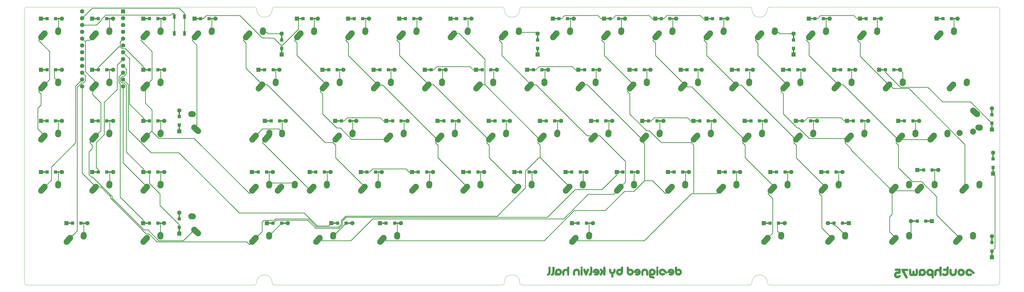
<source format=gbr>
%TF.GenerationSoftware,KiCad,Pcbnew,5.1.10-88a1d61d58~88~ubuntu21.04.1*%
%TF.CreationDate,2021-06-04T00:00:19+02:00*%
%TF.ProjectId,southpawpcb,736f7574-6870-4617-9770-63622e6b6963,rev?*%
%TF.SameCoordinates,Original*%
%TF.FileFunction,Copper,L2,Bot*%
%TF.FilePolarity,Positive*%
%FSLAX46Y46*%
G04 Gerber Fmt 4.6, Leading zero omitted, Abs format (unit mm)*
G04 Created by KiCad (PCBNEW 5.1.10-88a1d61d58~88~ubuntu21.04.1) date 2021-06-04 00:00:19*
%MOMM*%
%LPD*%
G01*
G04 APERTURE LIST*
%TA.AperFunction,Profile*%
%ADD10C,0.050000*%
%TD*%
%TA.AperFunction,EtchedComponent*%
%ADD11C,0.010000*%
%TD*%
%TA.AperFunction,ComponentPad*%
%ADD12C,2.250000*%
%TD*%
%TA.AperFunction,SMDPad,CuDef*%
%ADD13R,1.200000X1.200000*%
%TD*%
%TA.AperFunction,ComponentPad*%
%ADD14R,1.600000X1.600000*%
%TD*%
%TA.AperFunction,ComponentPad*%
%ADD15C,1.600000*%
%TD*%
%TA.AperFunction,SMDPad,CuDef*%
%ADD16R,0.500000X2.500000*%
%TD*%
%TA.AperFunction,SMDPad,CuDef*%
%ADD17R,2.500000X0.500000*%
%TD*%
%TA.AperFunction,SMDPad,CuDef*%
%ADD18R,1.000000X1.700000*%
%TD*%
%TA.AperFunction,Conductor*%
%ADD19C,0.250000*%
%TD*%
G04 APERTURE END LIST*
D10*
X207042500Y-195818250D02*
G75*
G02*
X206092500Y-196768250I-950000J0D01*
G01*
X298242500Y-93218250D02*
G75*
G02*
X299192500Y-94168250I0J-950000D01*
G01*
X28442500Y-94168250D02*
X28442500Y-194868250D01*
X206092500Y-196768250D02*
X121542500Y-196768250D01*
X298242500Y-196768250D02*
X213692500Y-196768250D01*
X206092500Y-93218250D02*
G75*
G02*
X207042500Y-94168250I0J-950000D01*
G01*
X30342500Y-93218250D02*
X113942500Y-93218250D01*
X213692500Y-196768250D02*
G75*
G02*
X212742500Y-195818250I0J950000D01*
G01*
X121542500Y-196768250D02*
G75*
G02*
X120592500Y-195818250I0J950000D01*
G01*
X120592500Y-94168250D02*
G75*
G02*
X121542500Y-93218250I950000J0D01*
G01*
X390392500Y-93218250D02*
G75*
G02*
X391342500Y-94168250I0J-950000D01*
G01*
X121542500Y-93218250D02*
X206092500Y-93218250D01*
X212742500Y-94168250D02*
G75*
G02*
X213692500Y-93218250I950000J0D01*
G01*
X29392500Y-196768250D02*
G75*
G02*
X28442500Y-195818250I0J950000D01*
G01*
X28442500Y-94168250D02*
G75*
G02*
X29392500Y-93218250I950000J0D01*
G01*
X213692500Y-93218250D02*
X298242500Y-93218250D01*
X207042500Y-195818250D02*
G75*
G02*
X212742500Y-195818250I2850000J0D01*
G01*
X114892500Y-195818250D02*
G75*
G02*
X120592500Y-195818250I2850000J0D01*
G01*
X299192500Y-195818250D02*
G75*
G02*
X298242500Y-196768250I-950000J0D01*
G01*
X113942500Y-196768250D02*
X29392500Y-196768250D01*
X113942500Y-93218250D02*
G75*
G02*
X114892500Y-94168250I0J-950000D01*
G01*
X114892500Y-195818250D02*
G75*
G02*
X113942500Y-196768250I-950000J0D01*
G01*
X304892500Y-94168250D02*
G75*
G02*
X299192500Y-94168250I-2850000J0D01*
G01*
X305842500Y-93218250D02*
X390392500Y-93218250D01*
X120592500Y-94168250D02*
G75*
G02*
X114892500Y-94168250I-2850000J0D01*
G01*
X305842500Y-196768250D02*
X390392500Y-196768250D01*
X299192500Y-195818250D02*
G75*
G02*
X304892500Y-195818250I2850000J0D01*
G01*
X305842500Y-196768250D02*
G75*
G02*
X304892500Y-195818250I0J950000D01*
G01*
X391342500Y-195818250D02*
X391342500Y-94168250D01*
X30342500Y-93218250D02*
X29392500Y-93218250D01*
X391342500Y-195818250D02*
G75*
G02*
X390392500Y-196768250I-950000J0D01*
G01*
X304892500Y-94168250D02*
G75*
G02*
X305842500Y-93218250I950000J0D01*
G01*
X212742500Y-94168250D02*
G75*
G02*
X207042500Y-94168250I-2850000J0D01*
G01*
X28442500Y-194868250D02*
X28442500Y-195818250D01*
D11*
G36*
X235570842Y-189975087D02*
G01*
X235441047Y-190092941D01*
X235390708Y-190253262D01*
X235432985Y-190426511D01*
X235503779Y-190519936D01*
X235666974Y-190623799D01*
X235841353Y-190612544D01*
X235963194Y-190546121D01*
X236071973Y-190406955D01*
X236094477Y-190262586D01*
X236061527Y-190067753D01*
X235954322Y-189960897D01*
X235766934Y-189929238D01*
X235570842Y-189975087D01*
G37*
X235570842Y-189975087D02*
X235441047Y-190092941D01*
X235390708Y-190253262D01*
X235432985Y-190426511D01*
X235503779Y-190519936D01*
X235666974Y-190623799D01*
X235841353Y-190612544D01*
X235963194Y-190546121D01*
X236071973Y-190406955D01*
X236094477Y-190262586D01*
X236061527Y-190067753D01*
X235954322Y-189960897D01*
X235766934Y-189929238D01*
X235570842Y-189975087D01*
G36*
X263705312Y-189977808D02*
G01*
X263597068Y-190100026D01*
X263554796Y-190260657D01*
X263588566Y-190424465D01*
X263693202Y-190546121D01*
X263880965Y-190629981D01*
X264049838Y-190599161D01*
X264152616Y-190519936D01*
X264255365Y-190352199D01*
X264256528Y-190182814D01*
X264169104Y-190038899D01*
X264006091Y-189947570D01*
X263869462Y-189929238D01*
X263705312Y-189977808D01*
G37*
X263705312Y-189977808D02*
X263597068Y-190100026D01*
X263554796Y-190260657D01*
X263588566Y-190424465D01*
X263693202Y-190546121D01*
X263880965Y-190629981D01*
X264049838Y-190599161D01*
X264152616Y-190519936D01*
X264255365Y-190352199D01*
X264256528Y-190182814D01*
X264169104Y-190038899D01*
X264006091Y-189947570D01*
X263869462Y-189929238D01*
X263705312Y-189977808D01*
G36*
X223571400Y-189967225D02*
G01*
X223524430Y-190000122D01*
X223496188Y-190074119D01*
X223475393Y-190237128D01*
X223461557Y-190497057D01*
X223454194Y-190861815D01*
X223452642Y-191166750D01*
X223449483Y-191519306D01*
X223441253Y-191834358D01*
X223428916Y-192091544D01*
X223413439Y-192270504D01*
X223396526Y-192349806D01*
X223305147Y-192427703D01*
X223158020Y-192498587D01*
X223146384Y-192502617D01*
X222965925Y-192614953D01*
X222877653Y-192784874D01*
X222893361Y-192986158D01*
X222910086Y-193028021D01*
X222967822Y-193120055D01*
X223056395Y-193164510D01*
X223214617Y-193177733D01*
X223266336Y-193178075D01*
X223547594Y-193142047D01*
X223748925Y-193045169D01*
X223878977Y-192947979D01*
X223978669Y-192845365D01*
X224051984Y-192720640D01*
X224102905Y-192557117D01*
X224135413Y-192338107D01*
X224153491Y-192046925D01*
X224161121Y-191666884D01*
X224162384Y-191312687D01*
X224161524Y-190905485D01*
X224158025Y-190600032D01*
X224150512Y-190379944D01*
X224137608Y-190228839D01*
X224117936Y-190130332D01*
X224090119Y-190068040D01*
X224054361Y-190026998D01*
X223908631Y-189952938D01*
X223729030Y-189932069D01*
X223571400Y-189967225D01*
G37*
X223571400Y-189967225D02*
X223524430Y-190000122D01*
X223496188Y-190074119D01*
X223475393Y-190237128D01*
X223461557Y-190497057D01*
X223454194Y-190861815D01*
X223452642Y-191166750D01*
X223449483Y-191519306D01*
X223441253Y-191834358D01*
X223428916Y-192091544D01*
X223413439Y-192270504D01*
X223396526Y-192349806D01*
X223305147Y-192427703D01*
X223158020Y-192498587D01*
X223146384Y-192502617D01*
X222965925Y-192614953D01*
X222877653Y-192784874D01*
X222893361Y-192986158D01*
X222910086Y-193028021D01*
X222967822Y-193120055D01*
X223056395Y-193164510D01*
X223214617Y-193177733D01*
X223266336Y-193178075D01*
X223547594Y-193142047D01*
X223748925Y-193045169D01*
X223878977Y-192947979D01*
X223978669Y-192845365D01*
X224051984Y-192720640D01*
X224102905Y-192557117D01*
X224135413Y-192338107D01*
X224153491Y-192046925D01*
X224161121Y-191666884D01*
X224162384Y-191312687D01*
X224161524Y-190905485D01*
X224158025Y-190600032D01*
X224150512Y-190379944D01*
X224137608Y-190228839D01*
X224117936Y-190130332D01*
X224090119Y-190068040D01*
X224054361Y-190026998D01*
X223908631Y-189952938D01*
X223729030Y-189932069D01*
X223571400Y-189967225D01*
G36*
X225106940Y-189959857D02*
G01*
X225022563Y-190005271D01*
X224961060Y-190090423D01*
X224918878Y-190229643D01*
X224892462Y-190437259D01*
X224878259Y-190727603D01*
X224872716Y-191115002D01*
X224872092Y-191333607D01*
X224871221Y-192413093D01*
X224708779Y-192470665D01*
X224557233Y-192530769D01*
X224457733Y-192578532D01*
X224386015Y-192676522D01*
X224351351Y-192833891D01*
X224359662Y-192996058D01*
X224401865Y-193093330D01*
X224520789Y-193156939D01*
X224708896Y-193178148D01*
X224925779Y-193158690D01*
X225131036Y-193100296D01*
X225214307Y-193058495D01*
X225346162Y-192964543D01*
X225447959Y-192852848D01*
X225523443Y-192707709D01*
X225576357Y-192513426D01*
X225610444Y-192254300D01*
X225629447Y-191914630D01*
X225637111Y-191478715D01*
X225637831Y-191282231D01*
X225637474Y-190881953D01*
X225634393Y-190583051D01*
X225627105Y-190368765D01*
X225614131Y-190222338D01*
X225593989Y-190127011D01*
X225565197Y-190066027D01*
X225526514Y-190022843D01*
X225357466Y-189944791D01*
X225217745Y-189939851D01*
X225106940Y-189959857D01*
G37*
X225106940Y-189959857D02*
X225022563Y-190005271D01*
X224961060Y-190090423D01*
X224918878Y-190229643D01*
X224892462Y-190437259D01*
X224878259Y-190727603D01*
X224872716Y-191115002D01*
X224872092Y-191333607D01*
X224871221Y-192413093D01*
X224708779Y-192470665D01*
X224557233Y-192530769D01*
X224457733Y-192578532D01*
X224386015Y-192676522D01*
X224351351Y-192833891D01*
X224359662Y-192996058D01*
X224401865Y-193093330D01*
X224520789Y-193156939D01*
X224708896Y-193178148D01*
X224925779Y-193158690D01*
X225131036Y-193100296D01*
X225214307Y-193058495D01*
X225346162Y-192964543D01*
X225447959Y-192852848D01*
X225523443Y-192707709D01*
X225576357Y-192513426D01*
X225610444Y-192254300D01*
X225629447Y-191914630D01*
X225637111Y-191478715D01*
X225637831Y-191282231D01*
X225637474Y-190881953D01*
X225634393Y-190583051D01*
X225627105Y-190368765D01*
X225614131Y-190222338D01*
X225593989Y-190127011D01*
X225565197Y-190066027D01*
X225526514Y-190022843D01*
X225357466Y-189944791D01*
X225217745Y-189939851D01*
X225106940Y-189959857D01*
G36*
X226837694Y-190726704D02*
G01*
X226555672Y-190824728D01*
X226313291Y-191005233D01*
X226204482Y-191121747D01*
X226057274Y-191332502D01*
X225957838Y-191576571D01*
X225899735Y-191878836D01*
X225876529Y-192264180D01*
X225875407Y-192393648D01*
X225886356Y-192720783D01*
X225924326Y-192947075D01*
X225997000Y-193088224D01*
X226112059Y-193159932D01*
X226259224Y-193178075D01*
X226404705Y-193162799D01*
X226490996Y-193125586D01*
X226494245Y-193121263D01*
X226576391Y-193094822D01*
X226678786Y-193121263D01*
X226817773Y-193151762D01*
X227024229Y-193172383D01*
X227201647Y-193178075D01*
X227431931Y-193168966D01*
X227601281Y-193130631D01*
X227766215Y-193046566D01*
X227858969Y-192986099D01*
X228138757Y-192732907D01*
X228324050Y-192429297D01*
X228414849Y-192095756D01*
X228413130Y-191936106D01*
X227684630Y-191936106D01*
X227640255Y-192140966D01*
X227522373Y-192316185D01*
X227341710Y-192434283D01*
X227150168Y-192469238D01*
X226932116Y-192414997D01*
X226799043Y-192313509D01*
X226665944Y-192109748D01*
X226645327Y-191889835D01*
X226736763Y-191672378D01*
X226815980Y-191578648D01*
X227023161Y-191437601D01*
X227239880Y-191413013D01*
X227456287Y-191505328D01*
X227509957Y-191547388D01*
X227644772Y-191729086D01*
X227684630Y-191936106D01*
X228413130Y-191936106D01*
X228411154Y-191752772D01*
X228312964Y-191420833D01*
X228120280Y-191120428D01*
X227858969Y-190889122D01*
X227680136Y-190779418D01*
X227523737Y-190721435D01*
X227335353Y-190699511D01*
X227191961Y-190697145D01*
X226837694Y-190726704D01*
G37*
X226837694Y-190726704D02*
X226555672Y-190824728D01*
X226313291Y-191005233D01*
X226204482Y-191121747D01*
X226057274Y-191332502D01*
X225957838Y-191576571D01*
X225899735Y-191878836D01*
X225876529Y-192264180D01*
X225875407Y-192393648D01*
X225886356Y-192720783D01*
X225924326Y-192947075D01*
X225997000Y-193088224D01*
X226112059Y-193159932D01*
X226259224Y-193178075D01*
X226404705Y-193162799D01*
X226490996Y-193125586D01*
X226494245Y-193121263D01*
X226576391Y-193094822D01*
X226678786Y-193121263D01*
X226817773Y-193151762D01*
X227024229Y-193172383D01*
X227201647Y-193178075D01*
X227431931Y-193168966D01*
X227601281Y-193130631D01*
X227766215Y-193046566D01*
X227858969Y-192986099D01*
X228138757Y-192732907D01*
X228324050Y-192429297D01*
X228414849Y-192095756D01*
X228413130Y-191936106D01*
X227684630Y-191936106D01*
X227640255Y-192140966D01*
X227522373Y-192316185D01*
X227341710Y-192434283D01*
X227150168Y-192469238D01*
X226932116Y-192414997D01*
X226799043Y-192313509D01*
X226665944Y-192109748D01*
X226645327Y-191889835D01*
X226736763Y-191672378D01*
X226815980Y-191578648D01*
X227023161Y-191437601D01*
X227239880Y-191413013D01*
X227456287Y-191505328D01*
X227509957Y-191547388D01*
X227644772Y-191729086D01*
X227684630Y-191936106D01*
X228413130Y-191936106D01*
X228411154Y-191752772D01*
X228312964Y-191420833D01*
X228120280Y-191120428D01*
X227858969Y-190889122D01*
X227680136Y-190779418D01*
X227523737Y-190721435D01*
X227335353Y-190699511D01*
X227191961Y-190697145D01*
X226837694Y-190726704D01*
G36*
X230586635Y-189951370D02*
G01*
X230484242Y-190031200D01*
X230434811Y-190188880D01*
X230423779Y-190398843D01*
X230423779Y-190726680D01*
X229897240Y-190726680D01*
X229637986Y-190729705D01*
X229461356Y-190744166D01*
X229331880Y-190778140D01*
X229214089Y-190839704D01*
X229119100Y-190903889D01*
X228936574Y-191066739D01*
X228775092Y-191266707D01*
X228730058Y-191341436D01*
X228668685Y-191471456D01*
X228628627Y-191602928D01*
X228605512Y-191765566D01*
X228594970Y-191989086D01*
X228592616Y-192275668D01*
X228596820Y-192621929D01*
X228613878Y-192867197D01*
X228650461Y-193028460D01*
X228713242Y-193122703D01*
X228808890Y-193166912D01*
X228944077Y-193178073D01*
X228947035Y-193178075D01*
X229093221Y-193164763D01*
X229193335Y-193112789D01*
X229255722Y-193004097D01*
X229288725Y-192820629D01*
X229300688Y-192544331D01*
X229301454Y-192411118D01*
X229319638Y-192025760D01*
X229378170Y-191743009D01*
X229483016Y-191552447D01*
X229640145Y-191443653D01*
X229855523Y-191406209D01*
X229877130Y-191405982D01*
X230071357Y-191459578D01*
X230247387Y-191601155D01*
X230368328Y-191799454D01*
X230393141Y-191922748D01*
X230412220Y-192128008D01*
X230422664Y-192379095D01*
X230423779Y-192490805D01*
X230431959Y-192790717D01*
X230455492Y-192999922D01*
X230492868Y-193105289D01*
X230494663Y-193107192D01*
X230633540Y-193173156D01*
X230811207Y-193172174D01*
X230973515Y-193110236D01*
X231040662Y-193046793D01*
X231070575Y-192987214D01*
X231093430Y-192895045D01*
X231110106Y-192755647D01*
X231121481Y-192554380D01*
X231128435Y-192276606D01*
X231131846Y-191907686D01*
X231132616Y-191515198D01*
X231131784Y-191041814D01*
X231127205Y-190673414D01*
X231115759Y-190396845D01*
X231094324Y-190198953D01*
X231059779Y-190066585D01*
X231009001Y-189986587D01*
X230938871Y-189945806D01*
X230846266Y-189931087D01*
X230756258Y-189929238D01*
X230586635Y-189951370D01*
G37*
X230586635Y-189951370D02*
X230484242Y-190031200D01*
X230434811Y-190188880D01*
X230423779Y-190398843D01*
X230423779Y-190726680D01*
X229897240Y-190726680D01*
X229637986Y-190729705D01*
X229461356Y-190744166D01*
X229331880Y-190778140D01*
X229214089Y-190839704D01*
X229119100Y-190903889D01*
X228936574Y-191066739D01*
X228775092Y-191266707D01*
X228730058Y-191341436D01*
X228668685Y-191471456D01*
X228628627Y-191602928D01*
X228605512Y-191765566D01*
X228594970Y-191989086D01*
X228592616Y-192275668D01*
X228596820Y-192621929D01*
X228613878Y-192867197D01*
X228650461Y-193028460D01*
X228713242Y-193122703D01*
X228808890Y-193166912D01*
X228944077Y-193178073D01*
X228947035Y-193178075D01*
X229093221Y-193164763D01*
X229193335Y-193112789D01*
X229255722Y-193004097D01*
X229288725Y-192820629D01*
X229300688Y-192544331D01*
X229301454Y-192411118D01*
X229319638Y-192025760D01*
X229378170Y-191743009D01*
X229483016Y-191552447D01*
X229640145Y-191443653D01*
X229855523Y-191406209D01*
X229877130Y-191405982D01*
X230071357Y-191459578D01*
X230247387Y-191601155D01*
X230368328Y-191799454D01*
X230393141Y-191922748D01*
X230412220Y-192128008D01*
X230422664Y-192379095D01*
X230423779Y-192490805D01*
X230431959Y-192790717D01*
X230455492Y-192999922D01*
X230492868Y-193105289D01*
X230494663Y-193107192D01*
X230633540Y-193173156D01*
X230811207Y-193172174D01*
X230973515Y-193110236D01*
X231040662Y-193046793D01*
X231070575Y-192987214D01*
X231093430Y-192895045D01*
X231110106Y-192755647D01*
X231121481Y-192554380D01*
X231128435Y-192276606D01*
X231131846Y-191907686D01*
X231132616Y-191515198D01*
X231131784Y-191041814D01*
X231127205Y-190673414D01*
X231115759Y-190396845D01*
X231094324Y-190198953D01*
X231059779Y-190066585D01*
X231009001Y-189986587D01*
X230938871Y-189945806D01*
X230846266Y-189931087D01*
X230756258Y-189929238D01*
X230586635Y-189951370D01*
G36*
X233524183Y-190721686D02*
G01*
X233258515Y-190804519D01*
X233028944Y-190961761D01*
X232893873Y-191097423D01*
X232748554Y-191283725D01*
X232649032Y-191482438D01*
X232587862Y-191720785D01*
X232557600Y-192025992D01*
X232550620Y-192352723D01*
X232559877Y-192688110D01*
X232593031Y-192922411D01*
X232657470Y-193071520D01*
X232760581Y-193151330D01*
X232909751Y-193177736D01*
X232934244Y-193178075D01*
X233087310Y-193159021D01*
X233195124Y-193091225D01*
X233264885Y-192958737D01*
X233303792Y-192745608D01*
X233319042Y-192435888D01*
X233320076Y-192323188D01*
X233326300Y-192015431D01*
X233347874Y-191801465D01*
X233392608Y-191657181D01*
X233468311Y-191558472D01*
X233582790Y-191481229D01*
X233594896Y-191474701D01*
X233826762Y-191407993D01*
X234047480Y-191458407D01*
X234208788Y-191578648D01*
X234285816Y-191660559D01*
X234335671Y-191739216D01*
X234364260Y-191841753D01*
X234377489Y-191995304D01*
X234381265Y-192227003D01*
X234381454Y-192371871D01*
X234385534Y-192671866D01*
X234399644Y-192875501D01*
X234426590Y-193004332D01*
X234469176Y-193079916D01*
X234474278Y-193085252D01*
X234607212Y-193154521D01*
X234782908Y-193175090D01*
X234946853Y-193146251D01*
X235028742Y-193092458D01*
X235061099Y-193002177D01*
X235079651Y-192820205D01*
X235084960Y-192537254D01*
X235080277Y-192240776D01*
X235071093Y-191925079D01*
X235059094Y-191701895D01*
X235039287Y-191545618D01*
X235006679Y-191430643D01*
X234956275Y-191331363D01*
X234883084Y-191222172D01*
X234881090Y-191219337D01*
X234634561Y-190946060D01*
X234345292Y-190777008D01*
X233995630Y-190703146D01*
X233862696Y-190698117D01*
X233524183Y-190721686D01*
G37*
X233524183Y-190721686D02*
X233258515Y-190804519D01*
X233028944Y-190961761D01*
X232893873Y-191097423D01*
X232748554Y-191283725D01*
X232649032Y-191482438D01*
X232587862Y-191720785D01*
X232557600Y-192025992D01*
X232550620Y-192352723D01*
X232559877Y-192688110D01*
X232593031Y-192922411D01*
X232657470Y-193071520D01*
X232760581Y-193151330D01*
X232909751Y-193177736D01*
X232934244Y-193178075D01*
X233087310Y-193159021D01*
X233195124Y-193091225D01*
X233264885Y-192958737D01*
X233303792Y-192745608D01*
X233319042Y-192435888D01*
X233320076Y-192323188D01*
X233326300Y-192015431D01*
X233347874Y-191801465D01*
X233392608Y-191657181D01*
X233468311Y-191558472D01*
X233582790Y-191481229D01*
X233594896Y-191474701D01*
X233826762Y-191407993D01*
X234047480Y-191458407D01*
X234208788Y-191578648D01*
X234285816Y-191660559D01*
X234335671Y-191739216D01*
X234364260Y-191841753D01*
X234377489Y-191995304D01*
X234381265Y-192227003D01*
X234381454Y-192371871D01*
X234385534Y-192671866D01*
X234399644Y-192875501D01*
X234426590Y-193004332D01*
X234469176Y-193079916D01*
X234474278Y-193085252D01*
X234607212Y-193154521D01*
X234782908Y-193175090D01*
X234946853Y-193146251D01*
X235028742Y-193092458D01*
X235061099Y-193002177D01*
X235079651Y-192820205D01*
X235084960Y-192537254D01*
X235080277Y-192240776D01*
X235071093Y-191925079D01*
X235059094Y-191701895D01*
X235039287Y-191545618D01*
X235006679Y-191430643D01*
X234956275Y-191331363D01*
X234883084Y-191222172D01*
X234881090Y-191219337D01*
X234634561Y-190946060D01*
X234345292Y-190777008D01*
X233995630Y-190703146D01*
X233862696Y-190698117D01*
X233524183Y-190721686D01*
G36*
X235636249Y-190706931D02*
G01*
X235542309Y-190745921D01*
X235474992Y-190828562D01*
X235429986Y-190969299D01*
X235402976Y-191182581D01*
X235389650Y-191482855D01*
X235385692Y-191884566D01*
X235385640Y-191954637D01*
X235389246Y-192315472D01*
X235399348Y-192626982D01*
X235414875Y-192869707D01*
X235434752Y-193024185D01*
X235446788Y-193063819D01*
X235546025Y-193141154D01*
X235707130Y-193178324D01*
X235879566Y-193171530D01*
X236012798Y-193116971D01*
X236023593Y-193107192D01*
X236051721Y-193033703D01*
X236072357Y-192871935D01*
X236085989Y-192613825D01*
X236093108Y-192251312D01*
X236094477Y-191937610D01*
X236093264Y-191525099D01*
X236086963Y-191215864D01*
X236071581Y-190995050D01*
X236043127Y-190847798D01*
X235997607Y-190759252D01*
X235931029Y-190714554D01*
X235839401Y-190698847D01*
X235761129Y-190697145D01*
X235636249Y-190706931D01*
G37*
X235636249Y-190706931D02*
X235542309Y-190745921D01*
X235474992Y-190828562D01*
X235429986Y-190969299D01*
X235402976Y-191182581D01*
X235389650Y-191482855D01*
X235385692Y-191884566D01*
X235385640Y-191954637D01*
X235389246Y-192315472D01*
X235399348Y-192626982D01*
X235414875Y-192869707D01*
X235434752Y-193024185D01*
X235446788Y-193063819D01*
X235546025Y-193141154D01*
X235707130Y-193178324D01*
X235879566Y-193171530D01*
X236012798Y-193116971D01*
X236023593Y-193107192D01*
X236051721Y-193033703D01*
X236072357Y-192871935D01*
X236085989Y-192613825D01*
X236093108Y-192251312D01*
X236094477Y-191937610D01*
X236093264Y-191525099D01*
X236086963Y-191215864D01*
X236071581Y-190995050D01*
X236043127Y-190847798D01*
X235997607Y-190759252D01*
X235931029Y-190714554D01*
X235839401Y-190698847D01*
X235761129Y-190697145D01*
X235636249Y-190706931D01*
G36*
X237955833Y-190706664D02*
G01*
X237833328Y-190835909D01*
X237711215Y-191063215D01*
X237627648Y-191265143D01*
X237541543Y-191483615D01*
X237471715Y-191652852D01*
X237428505Y-191748161D01*
X237420259Y-191760401D01*
X237393570Y-191709415D01*
X237337126Y-191574258D01*
X237261967Y-191381634D01*
X237243245Y-191332145D01*
X237113487Y-191020671D01*
X236992823Y-190814055D01*
X236869217Y-190700919D01*
X236730636Y-190669886D01*
X236579119Y-190704235D01*
X236472024Y-190755405D01*
X236403459Y-190825638D01*
X236374687Y-190929788D01*
X236386971Y-191082705D01*
X236441573Y-191299241D01*
X236539756Y-191594249D01*
X236682782Y-191982580D01*
X236689247Y-191999717D01*
X236814231Y-192323414D01*
X236931517Y-192613594D01*
X237032465Y-192849904D01*
X237108434Y-193011989D01*
X237145562Y-193074703D01*
X237288290Y-193162031D01*
X237467474Y-193176936D01*
X237632937Y-193122032D01*
X237712646Y-193045169D01*
X237761902Y-192946730D01*
X237843777Y-192759383D01*
X237949245Y-192504773D01*
X238069281Y-192204547D01*
X238155762Y-191982419D01*
X238301703Y-191593311D01*
X238400932Y-191297306D01*
X238454560Y-191079480D01*
X238463696Y-190924909D01*
X238429452Y-190818669D01*
X238352936Y-190745835D01*
X238251349Y-190697459D01*
X238091062Y-190664256D01*
X237955833Y-190706664D01*
G37*
X237955833Y-190706664D02*
X237833328Y-190835909D01*
X237711215Y-191063215D01*
X237627648Y-191265143D01*
X237541543Y-191483615D01*
X237471715Y-191652852D01*
X237428505Y-191748161D01*
X237420259Y-191760401D01*
X237393570Y-191709415D01*
X237337126Y-191574258D01*
X237261967Y-191381634D01*
X237243245Y-191332145D01*
X237113487Y-191020671D01*
X236992823Y-190814055D01*
X236869217Y-190700919D01*
X236730636Y-190669886D01*
X236579119Y-190704235D01*
X236472024Y-190755405D01*
X236403459Y-190825638D01*
X236374687Y-190929788D01*
X236386971Y-191082705D01*
X236441573Y-191299241D01*
X236539756Y-191594249D01*
X236682782Y-191982580D01*
X236689247Y-191999717D01*
X236814231Y-192323414D01*
X236931517Y-192613594D01*
X237032465Y-192849904D01*
X237108434Y-193011989D01*
X237145562Y-193074703D01*
X237288290Y-193162031D01*
X237467474Y-193176936D01*
X237632937Y-193122032D01*
X237712646Y-193045169D01*
X237761902Y-192946730D01*
X237843777Y-192759383D01*
X237949245Y-192504773D01*
X238069281Y-192204547D01*
X238155762Y-191982419D01*
X238301703Y-191593311D01*
X238400932Y-191297306D01*
X238454560Y-191079480D01*
X238463696Y-190924909D01*
X238429452Y-190818669D01*
X238352936Y-190745835D01*
X238251349Y-190697459D01*
X238091062Y-190664256D01*
X237955833Y-190706664D01*
G36*
X239218126Y-189931538D02*
G01*
X239091839Y-189976271D01*
X239066219Y-190003075D01*
X239049959Y-190082810D01*
X239032960Y-190261197D01*
X239016450Y-190518766D01*
X239001657Y-190836045D01*
X238989810Y-191193564D01*
X238988895Y-191228423D01*
X238959361Y-192379933D01*
X238723081Y-192490625D01*
X238535954Y-192591389D01*
X238437124Y-192688471D01*
X238401372Y-192810915D01*
X238399102Y-192863740D01*
X238448263Y-193020731D01*
X238580942Y-193127556D01*
X238771138Y-193178350D01*
X238992850Y-193167245D01*
X239220076Y-193088374D01*
X239270017Y-193060255D01*
X239404267Y-192971118D01*
X239507140Y-192877230D01*
X239582780Y-192762088D01*
X239635330Y-192609191D01*
X239668934Y-192402039D01*
X239687734Y-192124131D01*
X239695875Y-191758964D01*
X239697512Y-191357797D01*
X239694551Y-190941734D01*
X239685960Y-190587061D01*
X239672422Y-190308498D01*
X239654619Y-190120765D01*
X239636585Y-190043494D01*
X239540640Y-189968703D01*
X239384440Y-189930199D01*
X239218126Y-189931538D01*
G37*
X239218126Y-189931538D02*
X239091839Y-189976271D01*
X239066219Y-190003075D01*
X239049959Y-190082810D01*
X239032960Y-190261197D01*
X239016450Y-190518766D01*
X239001657Y-190836045D01*
X238989810Y-191193564D01*
X238988895Y-191228423D01*
X238959361Y-192379933D01*
X238723081Y-192490625D01*
X238535954Y-192591389D01*
X238437124Y-192688471D01*
X238401372Y-192810915D01*
X238399102Y-192863740D01*
X238448263Y-193020731D01*
X238580942Y-193127556D01*
X238771138Y-193178350D01*
X238992850Y-193167245D01*
X239220076Y-193088374D01*
X239270017Y-193060255D01*
X239404267Y-192971118D01*
X239507140Y-192877230D01*
X239582780Y-192762088D01*
X239635330Y-192609191D01*
X239668934Y-192402039D01*
X239687734Y-192124131D01*
X239695875Y-191758964D01*
X239697512Y-191357797D01*
X239694551Y-190941734D01*
X239685960Y-190587061D01*
X239672422Y-190308498D01*
X239654619Y-190120765D01*
X239636585Y-190043494D01*
X239540640Y-189968703D01*
X239384440Y-189930199D01*
X239218126Y-189931538D01*
G36*
X240825263Y-190741898D02*
G01*
X240550144Y-190846429D01*
X240502688Y-190875816D01*
X240237743Y-191116538D01*
X240046375Y-191416806D01*
X239949585Y-191742736D01*
X239946059Y-191773943D01*
X239935019Y-191945654D01*
X239950952Y-192068209D01*
X240010050Y-192149937D01*
X240128508Y-192199171D01*
X240322520Y-192224243D01*
X240608280Y-192233483D01*
X240842058Y-192234924D01*
X241617500Y-192236890D01*
X241470739Y-192358983D01*
X241340779Y-192439221D01*
X241192096Y-192454869D01*
X241086785Y-192441570D01*
X240789324Y-192410586D01*
X240585677Y-192437720D01*
X240463625Y-192528994D01*
X240410951Y-192690427D01*
X240406570Y-192776745D01*
X240460458Y-192949646D01*
X240616677Y-193076509D01*
X240867060Y-193153091D01*
X241174477Y-193175490D01*
X241448605Y-193156587D01*
X241668600Y-193108041D01*
X241735640Y-193079923D01*
X242046436Y-192857881D01*
X242268164Y-192579216D01*
X242400780Y-192263173D01*
X242444243Y-191928995D01*
X242401747Y-191619517D01*
X241550499Y-191619517D01*
X241484135Y-191636035D01*
X241331314Y-191640614D01*
X241168864Y-191640296D01*
X240731454Y-191638331D01*
X240870905Y-191522157D01*
X241056738Y-191427865D01*
X241262758Y-191412669D01*
X241443879Y-191476427D01*
X241499361Y-191524122D01*
X241549282Y-191584424D01*
X241550499Y-191619517D01*
X242401747Y-191619517D01*
X242398507Y-191595925D01*
X242263530Y-191283205D01*
X242039269Y-191010081D01*
X241740762Y-190803415D01*
X241467604Y-190717641D01*
X241146761Y-190698052D01*
X240825263Y-190741898D01*
G37*
X240825263Y-190741898D02*
X240550144Y-190846429D01*
X240502688Y-190875816D01*
X240237743Y-191116538D01*
X240046375Y-191416806D01*
X239949585Y-191742736D01*
X239946059Y-191773943D01*
X239935019Y-191945654D01*
X239950952Y-192068209D01*
X240010050Y-192149937D01*
X240128508Y-192199171D01*
X240322520Y-192224243D01*
X240608280Y-192233483D01*
X240842058Y-192234924D01*
X241617500Y-192236890D01*
X241470739Y-192358983D01*
X241340779Y-192439221D01*
X241192096Y-192454869D01*
X241086785Y-192441570D01*
X240789324Y-192410586D01*
X240585677Y-192437720D01*
X240463625Y-192528994D01*
X240410951Y-192690427D01*
X240406570Y-192776745D01*
X240460458Y-192949646D01*
X240616677Y-193076509D01*
X240867060Y-193153091D01*
X241174477Y-193175490D01*
X241448605Y-193156587D01*
X241668600Y-193108041D01*
X241735640Y-193079923D01*
X242046436Y-192857881D01*
X242268164Y-192579216D01*
X242400780Y-192263173D01*
X242444243Y-191928995D01*
X242401747Y-191619517D01*
X241550499Y-191619517D01*
X241484135Y-191636035D01*
X241331314Y-191640614D01*
X241168864Y-191640296D01*
X240731454Y-191638331D01*
X240870905Y-191522157D01*
X241056738Y-191427865D01*
X241262758Y-191412669D01*
X241443879Y-191476427D01*
X241499361Y-191524122D01*
X241549282Y-191584424D01*
X241550499Y-191619517D01*
X242401747Y-191619517D01*
X242398507Y-191595925D01*
X242263530Y-191283205D01*
X242039269Y-191010081D01*
X241740762Y-190803415D01*
X241467604Y-190717641D01*
X241146761Y-190698052D01*
X240825263Y-190741898D01*
G36*
X250562501Y-189987789D02*
G01*
X250534350Y-190015158D01*
X250438675Y-190141585D01*
X250396275Y-190298577D01*
X250389361Y-190451379D01*
X250389361Y-190742611D01*
X250007436Y-190711954D01*
X249772524Y-190701579D01*
X249594112Y-190723219D01*
X249412450Y-190787847D01*
X249295586Y-190842714D01*
X249003560Y-191019837D01*
X248807257Y-191229302D01*
X248693404Y-191493619D01*
X248648727Y-191835299D01*
X248646802Y-191942976D01*
X248651485Y-192186954D01*
X248672406Y-192354166D01*
X248719874Y-192485836D01*
X248804199Y-192623190D01*
X248824012Y-192651592D01*
X249084300Y-192927028D01*
X249405174Y-193101221D01*
X249785053Y-193173388D01*
X249881791Y-193175465D01*
X250236548Y-193137958D01*
X250457762Y-193058703D01*
X250725615Y-192860547D01*
X250945508Y-192590460D01*
X251084541Y-192289874D01*
X251092980Y-192258743D01*
X251115335Y-192110744D01*
X251123359Y-192009861D01*
X250390114Y-192009861D01*
X250308610Y-192223333D01*
X250233631Y-192313509D01*
X250029870Y-192446608D01*
X249809958Y-192467225D01*
X249592500Y-192375790D01*
X249498770Y-192296573D01*
X249364199Y-192092666D01*
X249336135Y-191876818D01*
X249410697Y-191675484D01*
X249584005Y-191515120D01*
X249615983Y-191497416D01*
X249837059Y-191416951D01*
X250021112Y-191437017D01*
X250199574Y-191561867D01*
X250216695Y-191578648D01*
X250359333Y-191788764D01*
X250390114Y-192009861D01*
X251123359Y-192009861D01*
X251134310Y-191872193D01*
X251148429Y-191570660D01*
X251156213Y-191233716D01*
X251157268Y-191059229D01*
X251157268Y-190115022D01*
X251001627Y-189992595D01*
X250838315Y-189891467D01*
X250704532Y-189889257D01*
X250562501Y-189987789D01*
G37*
X250562501Y-189987789D02*
X250534350Y-190015158D01*
X250438675Y-190141585D01*
X250396275Y-190298577D01*
X250389361Y-190451379D01*
X250389361Y-190742611D01*
X250007436Y-190711954D01*
X249772524Y-190701579D01*
X249594112Y-190723219D01*
X249412450Y-190787847D01*
X249295586Y-190842714D01*
X249003560Y-191019837D01*
X248807257Y-191229302D01*
X248693404Y-191493619D01*
X248648727Y-191835299D01*
X248646802Y-191942976D01*
X248651485Y-192186954D01*
X248672406Y-192354166D01*
X248719874Y-192485836D01*
X248804199Y-192623190D01*
X248824012Y-192651592D01*
X249084300Y-192927028D01*
X249405174Y-193101221D01*
X249785053Y-193173388D01*
X249881791Y-193175465D01*
X250236548Y-193137958D01*
X250457762Y-193058703D01*
X250725615Y-192860547D01*
X250945508Y-192590460D01*
X251084541Y-192289874D01*
X251092980Y-192258743D01*
X251115335Y-192110744D01*
X251123359Y-192009861D01*
X250390114Y-192009861D01*
X250308610Y-192223333D01*
X250233631Y-192313509D01*
X250029870Y-192446608D01*
X249809958Y-192467225D01*
X249592500Y-192375790D01*
X249498770Y-192296573D01*
X249364199Y-192092666D01*
X249336135Y-191876818D01*
X249410697Y-191675484D01*
X249584005Y-191515120D01*
X249615983Y-191497416D01*
X249837059Y-191416951D01*
X250021112Y-191437017D01*
X250199574Y-191561867D01*
X250216695Y-191578648D01*
X250359333Y-191788764D01*
X250390114Y-192009861D01*
X251123359Y-192009861D01*
X251134310Y-191872193D01*
X251148429Y-191570660D01*
X251156213Y-191233716D01*
X251157268Y-191059229D01*
X251157268Y-190115022D01*
X251001627Y-189992595D01*
X250838315Y-189891467D01*
X250704532Y-189889257D01*
X250562501Y-189987789D01*
G36*
X252748627Y-189950637D02*
G01*
X252648615Y-190022850D01*
X252636090Y-190043494D01*
X252614379Y-190143183D01*
X252596666Y-190342595D01*
X252583918Y-190623355D01*
X252577103Y-190967086D01*
X252576239Y-191180587D01*
X252578492Y-191569479D01*
X252585306Y-191860664D01*
X252598460Y-192074544D01*
X252619730Y-192231520D01*
X252650894Y-192351993D01*
X252685925Y-192439703D01*
X252869107Y-192733411D01*
X253111651Y-192971043D01*
X253326184Y-193097741D01*
X253574267Y-193159896D01*
X253872051Y-193173725D01*
X254166828Y-193141038D01*
X254405890Y-193063644D01*
X254411992Y-193060470D01*
X254720833Y-192838740D01*
X254938881Y-192560870D01*
X255066363Y-192246041D01*
X255094924Y-191990256D01*
X254365823Y-191990256D01*
X254297916Y-192190454D01*
X254159959Y-192349070D01*
X253975320Y-192448075D01*
X253767366Y-192469439D01*
X253559465Y-192395131D01*
X253541342Y-192382986D01*
X253383346Y-192209490D01*
X253311904Y-191991537D01*
X253339548Y-191768765D01*
X253343823Y-191758048D01*
X253479288Y-191556629D01*
X253665115Y-191439895D01*
X253873460Y-191407609D01*
X254076476Y-191459537D01*
X254246319Y-191595440D01*
X254340313Y-191766509D01*
X254365823Y-191990256D01*
X255094924Y-191990256D01*
X255103503Y-191913431D01*
X255050526Y-191582218D01*
X254907659Y-191271583D01*
X254675126Y-191000703D01*
X254385495Y-190804770D01*
X254228937Y-190738284D01*
X254066711Y-190706606D01*
X253854482Y-190703516D01*
X253715367Y-190710774D01*
X253283779Y-190738472D01*
X253283779Y-190448111D01*
X253268129Y-190192986D01*
X253212598Y-190034028D01*
X253104315Y-189952394D01*
X252930408Y-189929239D01*
X252929361Y-189929238D01*
X252748627Y-189950637D01*
G37*
X252748627Y-189950637D02*
X252648615Y-190022850D01*
X252636090Y-190043494D01*
X252614379Y-190143183D01*
X252596666Y-190342595D01*
X252583918Y-190623355D01*
X252577103Y-190967086D01*
X252576239Y-191180587D01*
X252578492Y-191569479D01*
X252585306Y-191860664D01*
X252598460Y-192074544D01*
X252619730Y-192231520D01*
X252650894Y-192351993D01*
X252685925Y-192439703D01*
X252869107Y-192733411D01*
X253111651Y-192971043D01*
X253326184Y-193097741D01*
X253574267Y-193159896D01*
X253872051Y-193173725D01*
X254166828Y-193141038D01*
X254405890Y-193063644D01*
X254411992Y-193060470D01*
X254720833Y-192838740D01*
X254938881Y-192560870D01*
X255066363Y-192246041D01*
X255094924Y-191990256D01*
X254365823Y-191990256D01*
X254297916Y-192190454D01*
X254159959Y-192349070D01*
X253975320Y-192448075D01*
X253767366Y-192469439D01*
X253559465Y-192395131D01*
X253541342Y-192382986D01*
X253383346Y-192209490D01*
X253311904Y-191991537D01*
X253339548Y-191768765D01*
X253343823Y-191758048D01*
X253479288Y-191556629D01*
X253665115Y-191439895D01*
X253873460Y-191407609D01*
X254076476Y-191459537D01*
X254246319Y-191595440D01*
X254340313Y-191766509D01*
X254365823Y-191990256D01*
X255094924Y-191990256D01*
X255103503Y-191913431D01*
X255050526Y-191582218D01*
X254907659Y-191271583D01*
X254675126Y-191000703D01*
X254385495Y-190804770D01*
X254228937Y-190738284D01*
X254066711Y-190706606D01*
X253854482Y-190703516D01*
X253715367Y-190710774D01*
X253283779Y-190738472D01*
X253283779Y-190448111D01*
X253268129Y-190192986D01*
X253212598Y-190034028D01*
X253104315Y-189952394D01*
X252930408Y-189929239D01*
X252929361Y-189929238D01*
X252748627Y-189950637D01*
G36*
X256200500Y-190718515D02*
G01*
X255984324Y-190776720D01*
X255812182Y-190884554D01*
X255618810Y-191057697D01*
X255440511Y-191258279D01*
X255313591Y-191448426D01*
X255289515Y-191501521D01*
X255245758Y-191686778D01*
X255235782Y-191890832D01*
X255258576Y-192067326D01*
X255303965Y-192162075D01*
X255400190Y-192196978D01*
X255608935Y-192220516D01*
X255932229Y-192232867D01*
X256145709Y-192234924D01*
X256916570Y-192236890D01*
X256769809Y-192358983D01*
X256639849Y-192439221D01*
X256491166Y-192454869D01*
X256385855Y-192441570D01*
X256088394Y-192410586D01*
X255884746Y-192437720D01*
X255762694Y-192528994D01*
X255710021Y-192690427D01*
X255705640Y-192776745D01*
X255759528Y-192949646D01*
X255915747Y-193076509D01*
X256166130Y-193153091D01*
X256473547Y-193175490D01*
X256747675Y-193156587D01*
X256967670Y-193108041D01*
X257034709Y-193079923D01*
X257343342Y-192859165D01*
X257564262Y-192581413D01*
X257697323Y-192266048D01*
X257742380Y-191932451D01*
X257701817Y-191619517D01*
X256849569Y-191619517D01*
X256783205Y-191636035D01*
X256630384Y-191640614D01*
X256467934Y-191640296D01*
X256030523Y-191638331D01*
X256169974Y-191522157D01*
X256355808Y-191427865D01*
X256561828Y-191412669D01*
X256742948Y-191476427D01*
X256798430Y-191524122D01*
X256848352Y-191584424D01*
X256849569Y-191619517D01*
X257701817Y-191619517D01*
X257699287Y-191600003D01*
X257567897Y-191288085D01*
X257348064Y-191016077D01*
X257051830Y-190809536D01*
X256803997Y-190729545D01*
X256502157Y-190698649D01*
X256200500Y-190718515D01*
G37*
X256200500Y-190718515D02*
X255984324Y-190776720D01*
X255812182Y-190884554D01*
X255618810Y-191057697D01*
X255440511Y-191258279D01*
X255313591Y-191448426D01*
X255289515Y-191501521D01*
X255245758Y-191686778D01*
X255235782Y-191890832D01*
X255258576Y-192067326D01*
X255303965Y-192162075D01*
X255400190Y-192196978D01*
X255608935Y-192220516D01*
X255932229Y-192232867D01*
X256145709Y-192234924D01*
X256916570Y-192236890D01*
X256769809Y-192358983D01*
X256639849Y-192439221D01*
X256491166Y-192454869D01*
X256385855Y-192441570D01*
X256088394Y-192410586D01*
X255884746Y-192437720D01*
X255762694Y-192528994D01*
X255710021Y-192690427D01*
X255705640Y-192776745D01*
X255759528Y-192949646D01*
X255915747Y-193076509D01*
X256166130Y-193153091D01*
X256473547Y-193175490D01*
X256747675Y-193156587D01*
X256967670Y-193108041D01*
X257034709Y-193079923D01*
X257343342Y-192859165D01*
X257564262Y-192581413D01*
X257697323Y-192266048D01*
X257742380Y-191932451D01*
X257701817Y-191619517D01*
X256849569Y-191619517D01*
X256783205Y-191636035D01*
X256630384Y-191640614D01*
X256467934Y-191640296D01*
X256030523Y-191638331D01*
X256169974Y-191522157D01*
X256355808Y-191427865D01*
X256561828Y-191412669D01*
X256742948Y-191476427D01*
X256798430Y-191524122D01*
X256848352Y-191584424D01*
X256849569Y-191619517D01*
X257701817Y-191619517D01*
X257699287Y-191600003D01*
X257567897Y-191288085D01*
X257348064Y-191016077D01*
X257051830Y-190809536D01*
X256803997Y-190729545D01*
X256502157Y-190698649D01*
X256200500Y-190718515D01*
G36*
X258865987Y-190741964D02*
G01*
X258554797Y-190878797D01*
X258280809Y-191119763D01*
X258221720Y-191189737D01*
X258148126Y-191284540D01*
X258096984Y-191370584D01*
X258063551Y-191471835D01*
X258043086Y-191612262D01*
X258030846Y-191815830D01*
X258022090Y-192106508D01*
X258019493Y-192211821D01*
X258013793Y-192570834D01*
X258020531Y-192828492D01*
X258045070Y-193001365D01*
X258092777Y-193106027D01*
X258169016Y-193159048D01*
X258279153Y-193177001D01*
X258332322Y-193178075D01*
X258488097Y-193161401D01*
X258596601Y-193100180D01*
X258665726Y-192977617D01*
X258703362Y-192776915D01*
X258717399Y-192481280D01*
X258718198Y-192356671D01*
X258719665Y-192082270D01*
X258728158Y-191898341D01*
X258749818Y-191777221D01*
X258790784Y-191691247D01*
X258857194Y-191612753D01*
X258890863Y-191578648D01*
X259097647Y-191435073D01*
X259308991Y-191409134D01*
X259518565Y-191500832D01*
X259608788Y-191578648D01*
X259686079Y-191660905D01*
X259735994Y-191739933D01*
X259764514Y-191843035D01*
X259777618Y-191997513D01*
X259781287Y-192230671D01*
X259781454Y-192366935D01*
X259784431Y-192653664D01*
X259795798Y-192846486D01*
X259819211Y-192969539D01*
X259858325Y-193046961D01*
X259889477Y-193080316D01*
X260060263Y-193168382D01*
X260250064Y-193170235D01*
X260414234Y-193089823D01*
X260466935Y-193029261D01*
X260515199Y-192885889D01*
X260541875Y-192658660D01*
X260548187Y-192379633D01*
X260535360Y-192080867D01*
X260504618Y-191794422D01*
X260457185Y-191552355D01*
X260404939Y-191405982D01*
X260187234Y-191079055D01*
X259917137Y-190856021D01*
X259585295Y-190731211D01*
X259237411Y-190698117D01*
X258865987Y-190741964D01*
G37*
X258865987Y-190741964D02*
X258554797Y-190878797D01*
X258280809Y-191119763D01*
X258221720Y-191189737D01*
X258148126Y-191284540D01*
X258096984Y-191370584D01*
X258063551Y-191471835D01*
X258043086Y-191612262D01*
X258030846Y-191815830D01*
X258022090Y-192106508D01*
X258019493Y-192211821D01*
X258013793Y-192570834D01*
X258020531Y-192828492D01*
X258045070Y-193001365D01*
X258092777Y-193106027D01*
X258169016Y-193159048D01*
X258279153Y-193177001D01*
X258332322Y-193178075D01*
X258488097Y-193161401D01*
X258596601Y-193100180D01*
X258665726Y-192977617D01*
X258703362Y-192776915D01*
X258717399Y-192481280D01*
X258718198Y-192356671D01*
X258719665Y-192082270D01*
X258728158Y-191898341D01*
X258749818Y-191777221D01*
X258790784Y-191691247D01*
X258857194Y-191612753D01*
X258890863Y-191578648D01*
X259097647Y-191435073D01*
X259308991Y-191409134D01*
X259518565Y-191500832D01*
X259608788Y-191578648D01*
X259686079Y-191660905D01*
X259735994Y-191739933D01*
X259764514Y-191843035D01*
X259777618Y-191997513D01*
X259781287Y-192230671D01*
X259781454Y-192366935D01*
X259784431Y-192653664D01*
X259795798Y-192846486D01*
X259819211Y-192969539D01*
X259858325Y-193046961D01*
X259889477Y-193080316D01*
X260060263Y-193168382D01*
X260250064Y-193170235D01*
X260414234Y-193089823D01*
X260466935Y-193029261D01*
X260515199Y-192885889D01*
X260541875Y-192658660D01*
X260548187Y-192379633D01*
X260535360Y-192080867D01*
X260504618Y-191794422D01*
X260457185Y-191552355D01*
X260404939Y-191405982D01*
X260187234Y-191079055D01*
X259917137Y-190856021D01*
X259585295Y-190731211D01*
X259237411Y-190698117D01*
X258865987Y-190741964D01*
G36*
X263706703Y-190730121D02*
G01*
X263623067Y-190811401D01*
X263598951Y-190914816D01*
X263580707Y-191108336D01*
X263568236Y-191368697D01*
X263561438Y-191672633D01*
X263560215Y-191996880D01*
X263564469Y-192318172D01*
X263574101Y-192613244D01*
X263589012Y-192858831D01*
X263609104Y-193031668D01*
X263632802Y-193107192D01*
X263759753Y-193165021D01*
X263935438Y-193173089D01*
X264102545Y-193133703D01*
X264177932Y-193085252D01*
X264212088Y-193033594D01*
X264236969Y-192945977D01*
X264253925Y-192805709D01*
X264264307Y-192596094D01*
X264269464Y-192300439D01*
X264270756Y-191937610D01*
X264268953Y-191524719D01*
X264260469Y-191215137D01*
X264240694Y-190994051D01*
X264205019Y-190846649D01*
X264148831Y-190758118D01*
X264067522Y-190713647D01*
X263956481Y-190698422D01*
X263884661Y-190697145D01*
X263706703Y-190730121D01*
G37*
X263706703Y-190730121D02*
X263623067Y-190811401D01*
X263598951Y-190914816D01*
X263580707Y-191108336D01*
X263568236Y-191368697D01*
X263561438Y-191672633D01*
X263560215Y-191996880D01*
X263564469Y-192318172D01*
X263574101Y-192613244D01*
X263589012Y-192858831D01*
X263609104Y-193031668D01*
X263632802Y-193107192D01*
X263759753Y-193165021D01*
X263935438Y-193173089D01*
X264102545Y-193133703D01*
X264177932Y-193085252D01*
X264212088Y-193033594D01*
X264236969Y-192945977D01*
X264253925Y-192805709D01*
X264264307Y-192596094D01*
X264269464Y-192300439D01*
X264270756Y-191937610D01*
X264268953Y-191524719D01*
X264260469Y-191215137D01*
X264240694Y-190994051D01*
X264205019Y-190846649D01*
X264148831Y-190758118D01*
X264067522Y-190713647D01*
X263956481Y-190698422D01*
X263884661Y-190697145D01*
X263706703Y-190730121D01*
G36*
X265527830Y-190720377D02*
G01*
X265271448Y-190789489D01*
X265228286Y-190809536D01*
X264927916Y-191022345D01*
X264713160Y-191295342D01*
X264584099Y-191608319D01*
X264540816Y-191941069D01*
X264583392Y-192273382D01*
X264711907Y-192585051D01*
X264926443Y-192855867D01*
X265219233Y-193061650D01*
X265505880Y-193154660D01*
X265836918Y-193180898D01*
X266163705Y-193141103D01*
X266425036Y-193043308D01*
X266591941Y-192924667D01*
X266723077Y-192790188D01*
X266748707Y-192751638D01*
X266802241Y-192633989D01*
X266790075Y-192541814D01*
X266715012Y-192427643D01*
X266551536Y-192280292D01*
X266368809Y-192249400D01*
X266169929Y-192335418D01*
X266155338Y-192345936D01*
X265924268Y-192455949D01*
X265695225Y-192449618D01*
X265480820Y-192327823D01*
X265447607Y-192296573D01*
X265304032Y-192089789D01*
X265278094Y-191878445D01*
X265369792Y-191668871D01*
X265447607Y-191578648D01*
X265590138Y-191457105D01*
X265725244Y-191399387D01*
X265869223Y-191410840D01*
X266038371Y-191496811D01*
X266248982Y-191662646D01*
X266517354Y-191913690D01*
X266541802Y-191937610D01*
X266778561Y-192165175D01*
X266952673Y-192319134D01*
X267081865Y-192412463D01*
X267183865Y-192458142D01*
X267267998Y-192469238D01*
X267471427Y-192423100D01*
X267599484Y-192294163D01*
X267637733Y-192124201D01*
X267616817Y-192033303D01*
X267546363Y-191916237D01*
X267414812Y-191758226D01*
X267210606Y-191544490D01*
X267091337Y-191425607D01*
X266867876Y-191212117D01*
X266656355Y-191022555D01*
X266479762Y-190876732D01*
X266361083Y-190794461D01*
X266355899Y-190791774D01*
X266120469Y-190720725D01*
X265827641Y-190697191D01*
X265527830Y-190720377D01*
G37*
X265527830Y-190720377D02*
X265271448Y-190789489D01*
X265228286Y-190809536D01*
X264927916Y-191022345D01*
X264713160Y-191295342D01*
X264584099Y-191608319D01*
X264540816Y-191941069D01*
X264583392Y-192273382D01*
X264711907Y-192585051D01*
X264926443Y-192855867D01*
X265219233Y-193061650D01*
X265505880Y-193154660D01*
X265836918Y-193180898D01*
X266163705Y-193141103D01*
X266425036Y-193043308D01*
X266591941Y-192924667D01*
X266723077Y-192790188D01*
X266748707Y-192751638D01*
X266802241Y-192633989D01*
X266790075Y-192541814D01*
X266715012Y-192427643D01*
X266551536Y-192280292D01*
X266368809Y-192249400D01*
X266169929Y-192335418D01*
X266155338Y-192345936D01*
X265924268Y-192455949D01*
X265695225Y-192449618D01*
X265480820Y-192327823D01*
X265447607Y-192296573D01*
X265304032Y-192089789D01*
X265278094Y-191878445D01*
X265369792Y-191668871D01*
X265447607Y-191578648D01*
X265590138Y-191457105D01*
X265725244Y-191399387D01*
X265869223Y-191410840D01*
X266038371Y-191496811D01*
X266248982Y-191662646D01*
X266517354Y-191913690D01*
X266541802Y-191937610D01*
X266778561Y-192165175D01*
X266952673Y-192319134D01*
X267081865Y-192412463D01*
X267183865Y-192458142D01*
X267267998Y-192469238D01*
X267471427Y-192423100D01*
X267599484Y-192294163D01*
X267637733Y-192124201D01*
X267616817Y-192033303D01*
X267546363Y-191916237D01*
X267414812Y-191758226D01*
X267210606Y-191544490D01*
X267091337Y-191425607D01*
X266867876Y-191212117D01*
X266656355Y-191022555D01*
X266479762Y-190876732D01*
X266361083Y-190794461D01*
X266355899Y-190791774D01*
X266120469Y-190720725D01*
X265827641Y-190697191D01*
X265527830Y-190720377D01*
G36*
X268652950Y-190718074D02*
G01*
X268507369Y-190770314D01*
X268376421Y-190841512D01*
X268143612Y-191020025D01*
X267951103Y-191247008D01*
X267810790Y-191497388D01*
X267734568Y-191746088D01*
X267734331Y-191968035D01*
X267783690Y-192090955D01*
X267826648Y-192147331D01*
X267882763Y-192186521D01*
X267973057Y-192212256D01*
X268118549Y-192228270D01*
X268340260Y-192238294D01*
X268656926Y-192246014D01*
X269439361Y-192262494D01*
X269271255Y-192376371D01*
X269150181Y-192443304D01*
X269027562Y-192462049D01*
X268852252Y-192438653D01*
X268812166Y-192430641D01*
X268548944Y-192401287D01*
X268372557Y-192443807D01*
X268272287Y-192563433D01*
X268240332Y-192709895D01*
X268254205Y-192899371D01*
X268341472Y-193031750D01*
X268514535Y-193115649D01*
X268785799Y-193159684D01*
X268898190Y-193166898D01*
X269146695Y-193171347D01*
X269326185Y-193150593D01*
X269484593Y-193096161D01*
X269587035Y-193045108D01*
X269890045Y-192826180D01*
X270095216Y-192543099D01*
X270205410Y-192191213D01*
X270224789Y-192008902D01*
X270200952Y-191638331D01*
X269439361Y-191638331D01*
X268553314Y-191638331D01*
X268692765Y-191522157D01*
X268849678Y-191436298D01*
X268996337Y-191405982D01*
X269163388Y-191444102D01*
X269299910Y-191522157D01*
X269439361Y-191638331D01*
X270200952Y-191638331D01*
X270199630Y-191617792D01*
X270076226Y-191289339D01*
X269850624Y-191015026D01*
X269712861Y-190905677D01*
X269544489Y-190803028D01*
X269373928Y-190743968D01*
X269151859Y-190713623D01*
X269054500Y-190707127D01*
X268819256Y-190700197D01*
X268652950Y-190718074D01*
G37*
X268652950Y-190718074D02*
X268507369Y-190770314D01*
X268376421Y-190841512D01*
X268143612Y-191020025D01*
X267951103Y-191247008D01*
X267810790Y-191497388D01*
X267734568Y-191746088D01*
X267734331Y-191968035D01*
X267783690Y-192090955D01*
X267826648Y-192147331D01*
X267882763Y-192186521D01*
X267973057Y-192212256D01*
X268118549Y-192228270D01*
X268340260Y-192238294D01*
X268656926Y-192246014D01*
X269439361Y-192262494D01*
X269271255Y-192376371D01*
X269150181Y-192443304D01*
X269027562Y-192462049D01*
X268852252Y-192438653D01*
X268812166Y-192430641D01*
X268548944Y-192401287D01*
X268372557Y-192443807D01*
X268272287Y-192563433D01*
X268240332Y-192709895D01*
X268254205Y-192899371D01*
X268341472Y-193031750D01*
X268514535Y-193115649D01*
X268785799Y-193159684D01*
X268898190Y-193166898D01*
X269146695Y-193171347D01*
X269326185Y-193150593D01*
X269484593Y-193096161D01*
X269587035Y-193045108D01*
X269890045Y-192826180D01*
X270095216Y-192543099D01*
X270205410Y-192191213D01*
X270224789Y-192008902D01*
X270200952Y-191638331D01*
X269439361Y-191638331D01*
X268553314Y-191638331D01*
X268692765Y-191522157D01*
X268849678Y-191436298D01*
X268996337Y-191405982D01*
X269163388Y-191444102D01*
X269299910Y-191522157D01*
X269439361Y-191638331D01*
X270200952Y-191638331D01*
X270199630Y-191617792D01*
X270076226Y-191289339D01*
X269850624Y-191015026D01*
X269712861Y-190905677D01*
X269544489Y-190803028D01*
X269373928Y-190743968D01*
X269151859Y-190713623D01*
X269054500Y-190707127D01*
X268819256Y-190700197D01*
X268652950Y-190718074D01*
G36*
X270714424Y-189960118D02*
G01*
X270621768Y-190004429D01*
X270556130Y-190088456D01*
X270513593Y-190226947D01*
X270490238Y-190434650D01*
X270482150Y-190726313D01*
X270485410Y-191116685D01*
X270488077Y-191258308D01*
X270497959Y-191646758D01*
X270510998Y-191936763D01*
X270529269Y-192148010D01*
X270554850Y-192300187D01*
X270589817Y-192412984D01*
X270615796Y-192469238D01*
X270835418Y-192796369D01*
X271105199Y-193019063D01*
X271436042Y-193143912D01*
X271788233Y-193178075D01*
X272028174Y-193167402D01*
X272208182Y-193125228D01*
X272385339Y-193036323D01*
X272435178Y-193005450D01*
X272729345Y-192757331D01*
X272920178Y-192451982D01*
X273007215Y-192090244D01*
X273011313Y-191996775D01*
X272301092Y-191996775D01*
X272209394Y-192206350D01*
X272131579Y-192296573D01*
X271934812Y-192436463D01*
X271772616Y-192469238D01*
X271568967Y-192416524D01*
X271413654Y-192296573D01*
X271270079Y-192089789D01*
X271244140Y-191878445D01*
X271335838Y-191668871D01*
X271413654Y-191578648D01*
X271610421Y-191438757D01*
X271772616Y-191405982D01*
X271976265Y-191458697D01*
X272131579Y-191578648D01*
X272275154Y-191785431D01*
X272301092Y-191996775D01*
X273011313Y-191996775D01*
X273013081Y-191956479D01*
X272965679Y-191569682D01*
X272819950Y-191245646D01*
X272570613Y-190974332D01*
X272448552Y-190883611D01*
X272292808Y-190783510D01*
X272166869Y-190726322D01*
X272028930Y-190702192D01*
X271837187Y-190701264D01*
X271698779Y-190706840D01*
X271240988Y-190727556D01*
X271240988Y-190459680D01*
X271209786Y-190190745D01*
X271114662Y-190019658D01*
X270953336Y-189943485D01*
X270838013Y-189940775D01*
X270714424Y-189960118D01*
G37*
X270714424Y-189960118D02*
X270621768Y-190004429D01*
X270556130Y-190088456D01*
X270513593Y-190226947D01*
X270490238Y-190434650D01*
X270482150Y-190726313D01*
X270485410Y-191116685D01*
X270488077Y-191258308D01*
X270497959Y-191646758D01*
X270510998Y-191936763D01*
X270529269Y-192148010D01*
X270554850Y-192300187D01*
X270589817Y-192412984D01*
X270615796Y-192469238D01*
X270835418Y-192796369D01*
X271105199Y-193019063D01*
X271436042Y-193143912D01*
X271788233Y-193178075D01*
X272028174Y-193167402D01*
X272208182Y-193125228D01*
X272385339Y-193036323D01*
X272435178Y-193005450D01*
X272729345Y-192757331D01*
X272920178Y-192451982D01*
X273007215Y-192090244D01*
X273011313Y-191996775D01*
X272301092Y-191996775D01*
X272209394Y-192206350D01*
X272131579Y-192296573D01*
X271934812Y-192436463D01*
X271772616Y-192469238D01*
X271568967Y-192416524D01*
X271413654Y-192296573D01*
X271270079Y-192089789D01*
X271244140Y-191878445D01*
X271335838Y-191668871D01*
X271413654Y-191578648D01*
X271610421Y-191438757D01*
X271772616Y-191405982D01*
X271976265Y-191458697D01*
X272131579Y-191578648D01*
X272275154Y-191785431D01*
X272301092Y-191996775D01*
X273011313Y-191996775D01*
X273013081Y-191956479D01*
X272965679Y-191569682D01*
X272819950Y-191245646D01*
X272570613Y-190974332D01*
X272448552Y-190883611D01*
X272292808Y-190783510D01*
X272166869Y-190726322D01*
X272028930Y-190702192D01*
X271837187Y-190701264D01*
X271698779Y-190706840D01*
X271240988Y-190727556D01*
X271240988Y-190459680D01*
X271209786Y-190190745D01*
X271114662Y-190019658D01*
X270953336Y-189943485D01*
X270838013Y-189940775D01*
X270714424Y-189960118D01*
G36*
X244054802Y-189949122D02*
G01*
X243951767Y-190019145D01*
X243884867Y-190154870D01*
X243847574Y-190371855D01*
X243833358Y-190685663D01*
X243832616Y-190806048D01*
X243832616Y-191420292D01*
X243411756Y-191023275D01*
X243212657Y-190839416D01*
X243073714Y-190725585D01*
X242971815Y-190668009D01*
X242883844Y-190652914D01*
X242806291Y-190662497D01*
X242598773Y-190741315D01*
X242494702Y-190872411D01*
X242494443Y-191050355D01*
X242598356Y-191269714D01*
X242752560Y-191466738D01*
X243031107Y-191776550D01*
X242860076Y-192078592D01*
X242741090Y-192289201D01*
X242625103Y-192495257D01*
X242572050Y-192589892D01*
X242491727Y-192813723D01*
X242512674Y-193002602D01*
X242631875Y-193140691D01*
X242682119Y-193167949D01*
X242835254Y-193225213D01*
X242944656Y-193215343D01*
X243059546Y-193127482D01*
X243113556Y-193072768D01*
X243236794Y-192923027D01*
X243373001Y-192726673D01*
X243436531Y-192622974D01*
X243532628Y-192462880D01*
X243595428Y-192390121D01*
X243649352Y-192388955D01*
X243717112Y-192442088D01*
X243807717Y-192589102D01*
X243832616Y-192731064D01*
X243875387Y-192960555D01*
X243995862Y-193113895D01*
X244182287Y-193177186D01*
X244210764Y-193178075D01*
X244325589Y-193173943D01*
X244415332Y-193152914D01*
X244483081Y-193102047D01*
X244531921Y-193008397D01*
X244564938Y-192859019D01*
X244585220Y-192640971D01*
X244595852Y-192341307D01*
X244599920Y-191947085D01*
X244600523Y-191543393D01*
X244599890Y-191094716D01*
X244597284Y-190749357D01*
X244591652Y-190492501D01*
X244581938Y-190309330D01*
X244567085Y-190185027D01*
X244546040Y-190104775D01*
X244517745Y-190053758D01*
X244492500Y-190026998D01*
X244355596Y-189955799D01*
X244200501Y-189929238D01*
X244054802Y-189949122D01*
G37*
X244054802Y-189949122D02*
X243951767Y-190019145D01*
X243884867Y-190154870D01*
X243847574Y-190371855D01*
X243833358Y-190685663D01*
X243832616Y-190806048D01*
X243832616Y-191420292D01*
X243411756Y-191023275D01*
X243212657Y-190839416D01*
X243073714Y-190725585D01*
X242971815Y-190668009D01*
X242883844Y-190652914D01*
X242806291Y-190662497D01*
X242598773Y-190741315D01*
X242494702Y-190872411D01*
X242494443Y-191050355D01*
X242598356Y-191269714D01*
X242752560Y-191466738D01*
X243031107Y-191776550D01*
X242860076Y-192078592D01*
X242741090Y-192289201D01*
X242625103Y-192495257D01*
X242572050Y-192589892D01*
X242491727Y-192813723D01*
X242512674Y-193002602D01*
X242631875Y-193140691D01*
X242682119Y-193167949D01*
X242835254Y-193225213D01*
X242944656Y-193215343D01*
X243059546Y-193127482D01*
X243113556Y-193072768D01*
X243236794Y-192923027D01*
X243373001Y-192726673D01*
X243436531Y-192622974D01*
X243532628Y-192462880D01*
X243595428Y-192390121D01*
X243649352Y-192388955D01*
X243717112Y-192442088D01*
X243807717Y-192589102D01*
X243832616Y-192731064D01*
X243875387Y-192960555D01*
X243995862Y-193113895D01*
X244182287Y-193177186D01*
X244210764Y-193178075D01*
X244325589Y-193173943D01*
X244415332Y-193152914D01*
X244483081Y-193102047D01*
X244531921Y-193008397D01*
X244564938Y-192859019D01*
X244585220Y-192640971D01*
X244595852Y-192341307D01*
X244599920Y-191947085D01*
X244600523Y-191543393D01*
X244599890Y-191094716D01*
X244597284Y-190749357D01*
X244591652Y-190492501D01*
X244581938Y-190309330D01*
X244567085Y-190185027D01*
X244546040Y-190104775D01*
X244517745Y-190053758D01*
X244492500Y-190026998D01*
X244355596Y-189955799D01*
X244200501Y-189929238D01*
X244054802Y-189949122D01*
G36*
X246156825Y-190735872D02*
G01*
X246035032Y-190858010D01*
X245971884Y-191072496D01*
X245959457Y-191286219D01*
X245971492Y-191520259D01*
X246001698Y-191746093D01*
X246021750Y-191835853D01*
X246134914Y-192082156D01*
X246318567Y-192319224D01*
X246536248Y-192504750D01*
X246652275Y-192567434D01*
X246845175Y-192648033D01*
X246845175Y-193226124D01*
X246852968Y-193540934D01*
X246875623Y-193759053D01*
X246912057Y-193870550D01*
X246916058Y-193875099D01*
X247041319Y-193935553D01*
X247211756Y-193947793D01*
X247376832Y-193915619D01*
X247486013Y-193842832D01*
X247492864Y-193831726D01*
X247520334Y-193723114D01*
X247541411Y-193530737D01*
X247552856Y-193288928D01*
X247554012Y-193183476D01*
X247555537Y-192929986D01*
X247564768Y-192768243D01*
X247588686Y-192671858D01*
X247634273Y-192614441D01*
X247708511Y-192569602D01*
X247717681Y-192564845D01*
X247968553Y-192386664D01*
X248183288Y-192146668D01*
X248296803Y-191947457D01*
X248342299Y-191773420D01*
X248370045Y-191537190D01*
X248379222Y-191279171D01*
X248369011Y-191039768D01*
X248338592Y-190859384D01*
X248319840Y-190811401D01*
X248221312Y-190734864D01*
X248061474Y-190697242D01*
X247891762Y-190702157D01*
X247763611Y-190753236D01*
X247746140Y-190770982D01*
X247712382Y-190864257D01*
X247680080Y-191038045D01*
X247656191Y-191254850D01*
X247656072Y-191256394D01*
X247632145Y-191487277D01*
X247595509Y-191635961D01*
X247533786Y-191738387D01*
X247467883Y-191802789D01*
X247265121Y-191917604D01*
X247065222Y-191915667D01*
X246876567Y-191797120D01*
X246872024Y-191792621D01*
X246785586Y-191684633D01*
X246741661Y-191555813D01*
X246727447Y-191362995D01*
X246727035Y-191303671D01*
X246703826Y-191013960D01*
X246629814Y-190823411D01*
X246498426Y-190721639D01*
X246343081Y-190697145D01*
X246156825Y-190735872D01*
G37*
X246156825Y-190735872D02*
X246035032Y-190858010D01*
X245971884Y-191072496D01*
X245959457Y-191286219D01*
X245971492Y-191520259D01*
X246001698Y-191746093D01*
X246021750Y-191835853D01*
X246134914Y-192082156D01*
X246318567Y-192319224D01*
X246536248Y-192504750D01*
X246652275Y-192567434D01*
X246845175Y-192648033D01*
X246845175Y-193226124D01*
X246852968Y-193540934D01*
X246875623Y-193759053D01*
X246912057Y-193870550D01*
X246916058Y-193875099D01*
X247041319Y-193935553D01*
X247211756Y-193947793D01*
X247376832Y-193915619D01*
X247486013Y-193842832D01*
X247492864Y-193831726D01*
X247520334Y-193723114D01*
X247541411Y-193530737D01*
X247552856Y-193288928D01*
X247554012Y-193183476D01*
X247555537Y-192929986D01*
X247564768Y-192768243D01*
X247588686Y-192671858D01*
X247634273Y-192614441D01*
X247708511Y-192569602D01*
X247717681Y-192564845D01*
X247968553Y-192386664D01*
X248183288Y-192146668D01*
X248296803Y-191947457D01*
X248342299Y-191773420D01*
X248370045Y-191537190D01*
X248379222Y-191279171D01*
X248369011Y-191039768D01*
X248338592Y-190859384D01*
X248319840Y-190811401D01*
X248221312Y-190734864D01*
X248061474Y-190697242D01*
X247891762Y-190702157D01*
X247763611Y-190753236D01*
X247746140Y-190770982D01*
X247712382Y-190864257D01*
X247680080Y-191038045D01*
X247656191Y-191254850D01*
X247656072Y-191256394D01*
X247632145Y-191487277D01*
X247595509Y-191635961D01*
X247533786Y-191738387D01*
X247467883Y-191802789D01*
X247265121Y-191917604D01*
X247065222Y-191915667D01*
X246876567Y-191797120D01*
X246872024Y-191792621D01*
X246785586Y-191684633D01*
X246741661Y-191555813D01*
X246727447Y-191362995D01*
X246727035Y-191303671D01*
X246703826Y-191013960D01*
X246629814Y-190823411D01*
X246498426Y-190721639D01*
X246343081Y-190697145D01*
X246156825Y-190735872D01*
G36*
X261658461Y-190736092D02*
G01*
X261342078Y-190889122D01*
X261094867Y-191102937D01*
X260917372Y-191346913D01*
X260841290Y-191508842D01*
X260804168Y-191656140D01*
X260798571Y-191836280D01*
X260810981Y-192026215D01*
X260831367Y-192277666D01*
X260841973Y-192452778D01*
X260842754Y-192592951D01*
X260833664Y-192739583D01*
X260814656Y-192934075D01*
X260809921Y-192979839D01*
X260803728Y-193337085D01*
X260873079Y-193619559D01*
X261025073Y-193848776D01*
X261128325Y-193945262D01*
X261282545Y-194054867D01*
X261433444Y-194108041D01*
X261637533Y-194123373D01*
X261670377Y-194123556D01*
X261889264Y-194139969D01*
X262086439Y-194181444D01*
X262165764Y-194212160D01*
X262359557Y-194279062D01*
X262561971Y-194297176D01*
X262727248Y-194265214D01*
X262782198Y-194229517D01*
X262843954Y-194095898D01*
X262845554Y-193918220D01*
X262791359Y-193751393D01*
X262738852Y-193683707D01*
X262532325Y-193555199D01*
X262255382Y-193461837D01*
X261953961Y-193418318D01*
X261905012Y-193416947D01*
X261672916Y-193388044D01*
X261533068Y-193310121D01*
X261494477Y-193210126D01*
X261551574Y-193177499D01*
X261717696Y-193163471D01*
X261952268Y-193167274D01*
X262206680Y-193172259D01*
X262387366Y-193156104D01*
X262537934Y-193111439D01*
X262675872Y-193044986D01*
X262953948Y-192833760D01*
X263154886Y-192551909D01*
X263271961Y-192223669D01*
X263292307Y-191954546D01*
X262557733Y-191954546D01*
X262508736Y-192181812D01*
X262379451Y-192348468D01*
X262196430Y-192444316D01*
X261986229Y-192459158D01*
X261775403Y-192382796D01*
X261667142Y-192296573D01*
X261527252Y-192099806D01*
X261494477Y-191937610D01*
X261547681Y-191735602D01*
X261684665Y-191557608D01*
X261871489Y-191437568D01*
X262026105Y-191405982D01*
X262232469Y-191459688D01*
X262410011Y-191599392D01*
X262527604Y-191792976D01*
X262557733Y-191954546D01*
X263292307Y-191954546D01*
X263298452Y-191873278D01*
X263227634Y-191524971D01*
X263146915Y-191346913D01*
X262974948Y-191116383D01*
X262744531Y-190911195D01*
X262712725Y-190889122D01*
X262376217Y-190730567D01*
X262016662Y-190679557D01*
X261658461Y-190736092D01*
G37*
X261658461Y-190736092D02*
X261342078Y-190889122D01*
X261094867Y-191102937D01*
X260917372Y-191346913D01*
X260841290Y-191508842D01*
X260804168Y-191656140D01*
X260798571Y-191836280D01*
X260810981Y-192026215D01*
X260831367Y-192277666D01*
X260841973Y-192452778D01*
X260842754Y-192592951D01*
X260833664Y-192739583D01*
X260814656Y-192934075D01*
X260809921Y-192979839D01*
X260803728Y-193337085D01*
X260873079Y-193619559D01*
X261025073Y-193848776D01*
X261128325Y-193945262D01*
X261282545Y-194054867D01*
X261433444Y-194108041D01*
X261637533Y-194123373D01*
X261670377Y-194123556D01*
X261889264Y-194139969D01*
X262086439Y-194181444D01*
X262165764Y-194212160D01*
X262359557Y-194279062D01*
X262561971Y-194297176D01*
X262727248Y-194265214D01*
X262782198Y-194229517D01*
X262843954Y-194095898D01*
X262845554Y-193918220D01*
X262791359Y-193751393D01*
X262738852Y-193683707D01*
X262532325Y-193555199D01*
X262255382Y-193461837D01*
X261953961Y-193418318D01*
X261905012Y-193416947D01*
X261672916Y-193388044D01*
X261533068Y-193310121D01*
X261494477Y-193210126D01*
X261551574Y-193177499D01*
X261717696Y-193163471D01*
X261952268Y-193167274D01*
X262206680Y-193172259D01*
X262387366Y-193156104D01*
X262537934Y-193111439D01*
X262675872Y-193044986D01*
X262953948Y-192833760D01*
X263154886Y-192551909D01*
X263271961Y-192223669D01*
X263292307Y-191954546D01*
X262557733Y-191954546D01*
X262508736Y-192181812D01*
X262379451Y-192348468D01*
X262196430Y-192444316D01*
X261986229Y-192459158D01*
X261775403Y-192382796D01*
X261667142Y-192296573D01*
X261527252Y-192099806D01*
X261494477Y-191937610D01*
X261547681Y-191735602D01*
X261684665Y-191557608D01*
X261871489Y-191437568D01*
X262026105Y-191405982D01*
X262232469Y-191459688D01*
X262410011Y-191599392D01*
X262527604Y-191792976D01*
X262557733Y-191954546D01*
X263292307Y-191954546D01*
X263298452Y-191873278D01*
X263227634Y-191524971D01*
X263146915Y-191346913D01*
X262974948Y-191116383D01*
X262744531Y-190911195D01*
X262712725Y-190889122D01*
X262376217Y-190730567D01*
X262016662Y-190679557D01*
X261658461Y-190736092D01*
G36*
X354801124Y-190879912D02*
G01*
X354733390Y-191036054D01*
X354755930Y-191203593D01*
X354762792Y-191223957D01*
X354818304Y-191350753D01*
X354923150Y-191561485D01*
X355067029Y-191837573D01*
X355239640Y-192160437D01*
X355430681Y-192511495D01*
X355629853Y-192872167D01*
X355826853Y-193223872D01*
X356011381Y-193548030D01*
X356173136Y-193826059D01*
X356301818Y-194039378D01*
X356387124Y-194169408D01*
X356412054Y-194198875D01*
X356601692Y-194272921D01*
X356816197Y-194236796D01*
X356919371Y-194179399D01*
X357038323Y-194025600D01*
X357059979Y-193909524D01*
X357030344Y-193801858D01*
X356948009Y-193603335D01*
X356822321Y-193333912D01*
X356662624Y-193013543D01*
X356478265Y-192662185D01*
X356459446Y-192627250D01*
X355859434Y-191516000D01*
X356528801Y-191484250D01*
X356837980Y-191466375D01*
X357045247Y-191444293D01*
X357175686Y-191412885D01*
X357254381Y-191367028D01*
X357288084Y-191329238D01*
X357370889Y-191143748D01*
X357335137Y-190957037D01*
X357279150Y-190863379D01*
X357238991Y-190813066D01*
X357186971Y-190776394D01*
X357104214Y-190751208D01*
X356971846Y-190735355D01*
X356770990Y-190726680D01*
X356482771Y-190723031D01*
X356088314Y-190722252D01*
X356042364Y-190722250D01*
X354904428Y-190722250D01*
X354801124Y-190879912D01*
G37*
X354801124Y-190879912D02*
X354733390Y-191036054D01*
X354755930Y-191203593D01*
X354762792Y-191223957D01*
X354818304Y-191350753D01*
X354923150Y-191561485D01*
X355067029Y-191837573D01*
X355239640Y-192160437D01*
X355430681Y-192511495D01*
X355629853Y-192872167D01*
X355826853Y-193223872D01*
X356011381Y-193548030D01*
X356173136Y-193826059D01*
X356301818Y-194039378D01*
X356387124Y-194169408D01*
X356412054Y-194198875D01*
X356601692Y-194272921D01*
X356816197Y-194236796D01*
X356919371Y-194179399D01*
X357038323Y-194025600D01*
X357059979Y-193909524D01*
X357030344Y-193801858D01*
X356948009Y-193603335D01*
X356822321Y-193333912D01*
X356662624Y-193013543D01*
X356478265Y-192662185D01*
X356459446Y-192627250D01*
X355859434Y-191516000D01*
X356528801Y-191484250D01*
X356837980Y-191466375D01*
X357045247Y-191444293D01*
X357175686Y-191412885D01*
X357254381Y-191367028D01*
X357288084Y-191329238D01*
X357370889Y-191143748D01*
X357335137Y-190957037D01*
X357279150Y-190863379D01*
X357238991Y-190813066D01*
X357186971Y-190776394D01*
X357104214Y-190751208D01*
X356971846Y-190735355D01*
X356770990Y-190726680D01*
X356482771Y-190723031D01*
X356088314Y-190722252D01*
X356042364Y-190722250D01*
X354904428Y-190722250D01*
X354801124Y-190879912D01*
G36*
X365078990Y-190753508D02*
G01*
X364902357Y-190790969D01*
X364759608Y-190861157D01*
X364637536Y-190951393D01*
X364321128Y-191267937D01*
X364129156Y-191607967D01*
X364077001Y-191803228D01*
X364068579Y-192213332D01*
X364175217Y-192602979D01*
X364386078Y-192946425D01*
X364665549Y-193201343D01*
X364794100Y-193278775D01*
X364926716Y-193325662D01*
X365100436Y-193349342D01*
X365352300Y-193357153D01*
X365453723Y-193357500D01*
X366014000Y-193357500D01*
X366014000Y-193663299D01*
X366031539Y-193936322D01*
X366093181Y-194105966D01*
X366212470Y-194192120D01*
X366389459Y-194214750D01*
X366567596Y-194192534D01*
X366694641Y-194137742D01*
X366708545Y-194124266D01*
X366736779Y-194043677D01*
X366755929Y-193874660D01*
X366766407Y-193607367D01*
X366768622Y-193231947D01*
X366763945Y-192796797D01*
X366752147Y-192055750D01*
X365979364Y-192055750D01*
X365958219Y-192259476D01*
X365877199Y-192403316D01*
X365802641Y-192475239D01*
X365570736Y-192605117D01*
X365328063Y-192622927D01*
X365105049Y-192529296D01*
X365026718Y-192459227D01*
X364912865Y-192263653D01*
X364870927Y-192031477D01*
X364906296Y-191815388D01*
X364952395Y-191732747D01*
X365155285Y-191559619D01*
X365396368Y-191493097D01*
X365642967Y-191536889D01*
X365802641Y-191636260D01*
X365925226Y-191773707D01*
X365974216Y-191938476D01*
X365979364Y-192055750D01*
X366752147Y-192055750D01*
X366744250Y-191559812D01*
X366544326Y-191284042D01*
X366281955Y-190996980D01*
X365980002Y-190818261D01*
X365616963Y-190738103D01*
X365336036Y-190734313D01*
X365078990Y-190753508D01*
G37*
X365078990Y-190753508D02*
X364902357Y-190790969D01*
X364759608Y-190861157D01*
X364637536Y-190951393D01*
X364321128Y-191267937D01*
X364129156Y-191607967D01*
X364077001Y-191803228D01*
X364068579Y-192213332D01*
X364175217Y-192602979D01*
X364386078Y-192946425D01*
X364665549Y-193201343D01*
X364794100Y-193278775D01*
X364926716Y-193325662D01*
X365100436Y-193349342D01*
X365352300Y-193357153D01*
X365453723Y-193357500D01*
X366014000Y-193357500D01*
X366014000Y-193663299D01*
X366031539Y-193936322D01*
X366093181Y-194105966D01*
X366212470Y-194192120D01*
X366389459Y-194214750D01*
X366567596Y-194192534D01*
X366694641Y-194137742D01*
X366708545Y-194124266D01*
X366736779Y-194043677D01*
X366755929Y-193874660D01*
X366766407Y-193607367D01*
X366768622Y-193231947D01*
X366763945Y-192796797D01*
X366752147Y-192055750D01*
X365979364Y-192055750D01*
X365958219Y-192259476D01*
X365877199Y-192403316D01*
X365802641Y-192475239D01*
X365570736Y-192605117D01*
X365328063Y-192622927D01*
X365105049Y-192529296D01*
X365026718Y-192459227D01*
X364912865Y-192263653D01*
X364870927Y-192031477D01*
X364906296Y-191815388D01*
X364952395Y-191732747D01*
X365155285Y-191559619D01*
X365396368Y-191493097D01*
X365642967Y-191536889D01*
X365802641Y-191636260D01*
X365925226Y-191773707D01*
X365974216Y-191938476D01*
X365979364Y-192055750D01*
X366752147Y-192055750D01*
X366744250Y-191559812D01*
X366544326Y-191284042D01*
X366281955Y-190996980D01*
X365980002Y-190818261D01*
X365616963Y-190738103D01*
X365336036Y-190734313D01*
X365078990Y-190753508D01*
G36*
X353366467Y-190658750D02*
G01*
X353013503Y-190660660D01*
X352765298Y-190668175D01*
X352599646Y-190683973D01*
X352494338Y-190710729D01*
X352427169Y-190751121D01*
X352403092Y-190774875D01*
X352311815Y-190955633D01*
X352316936Y-191154206D01*
X352414126Y-191315658D01*
X352504533Y-191369199D01*
X352649009Y-191401871D01*
X352873895Y-191417636D01*
X353112626Y-191420749D01*
X353386247Y-191421955D01*
X353557079Y-191429971D01*
X353649332Y-191451397D01*
X353687217Y-191492834D01*
X353694943Y-191560879D01*
X353695000Y-191579500D01*
X353687455Y-191665840D01*
X353645406Y-191713373D01*
X353539733Y-191733646D01*
X353341316Y-191738206D01*
X353294683Y-191738250D01*
X353036125Y-191750097D01*
X352841638Y-191796560D01*
X352649609Y-191894022D01*
X352605334Y-191921548D01*
X352326895Y-192166513D01*
X352142505Y-192472160D01*
X352052165Y-192813828D01*
X352055874Y-193166855D01*
X352153632Y-193506578D01*
X352345440Y-193808335D01*
X352605334Y-194031451D01*
X352809272Y-194143434D01*
X353002132Y-194197836D01*
X353248845Y-194212059D01*
X353278808Y-194211943D01*
X353651738Y-194172987D01*
X353893689Y-194087369D01*
X354113192Y-193938129D01*
X354298837Y-193752362D01*
X354422216Y-193563208D01*
X354457000Y-193430257D01*
X354409577Y-193208821D01*
X354283632Y-193067596D01*
X354103651Y-193012506D01*
X353894119Y-193049477D01*
X353679524Y-193184435D01*
X353631500Y-193230500D01*
X353450291Y-193389591D01*
X353298875Y-193443066D01*
X353144609Y-193395902D01*
X353036814Y-193321141D01*
X352903065Y-193161112D01*
X352869500Y-192976499D01*
X352904705Y-192774266D01*
X353018508Y-192632812D01*
X353223188Y-192545305D01*
X353531026Y-192504913D01*
X353725472Y-192500249D01*
X354008981Y-192495288D01*
X354207813Y-192467663D01*
X354336973Y-192398261D01*
X354411466Y-192267971D01*
X354446296Y-192057679D01*
X354456469Y-191748274D01*
X354457000Y-191568466D01*
X354455636Y-191238667D01*
X354439762Y-191000047D01*
X354391708Y-190837864D01*
X354293803Y-190737378D01*
X354128375Y-190683849D01*
X353877755Y-190662534D01*
X353524270Y-190658693D01*
X353366467Y-190658750D01*
G37*
X353366467Y-190658750D02*
X353013503Y-190660660D01*
X352765298Y-190668175D01*
X352599646Y-190683973D01*
X352494338Y-190710729D01*
X352427169Y-190751121D01*
X352403092Y-190774875D01*
X352311815Y-190955633D01*
X352316936Y-191154206D01*
X352414126Y-191315658D01*
X352504533Y-191369199D01*
X352649009Y-191401871D01*
X352873895Y-191417636D01*
X353112626Y-191420749D01*
X353386247Y-191421955D01*
X353557079Y-191429971D01*
X353649332Y-191451397D01*
X353687217Y-191492834D01*
X353694943Y-191560879D01*
X353695000Y-191579500D01*
X353687455Y-191665840D01*
X353645406Y-191713373D01*
X353539733Y-191733646D01*
X353341316Y-191738206D01*
X353294683Y-191738250D01*
X353036125Y-191750097D01*
X352841638Y-191796560D01*
X352649609Y-191894022D01*
X352605334Y-191921548D01*
X352326895Y-192166513D01*
X352142505Y-192472160D01*
X352052165Y-192813828D01*
X352055874Y-193166855D01*
X352153632Y-193506578D01*
X352345440Y-193808335D01*
X352605334Y-194031451D01*
X352809272Y-194143434D01*
X353002132Y-194197836D01*
X353248845Y-194212059D01*
X353278808Y-194211943D01*
X353651738Y-194172987D01*
X353893689Y-194087369D01*
X354113192Y-193938129D01*
X354298837Y-193752362D01*
X354422216Y-193563208D01*
X354457000Y-193430257D01*
X354409577Y-193208821D01*
X354283632Y-193067596D01*
X354103651Y-193012506D01*
X353894119Y-193049477D01*
X353679524Y-193184435D01*
X353631500Y-193230500D01*
X353450291Y-193389591D01*
X353298875Y-193443066D01*
X353144609Y-193395902D01*
X353036814Y-193321141D01*
X352903065Y-193161112D01*
X352869500Y-192976499D01*
X352904705Y-192774266D01*
X353018508Y-192632812D01*
X353223188Y-192545305D01*
X353531026Y-192504913D01*
X353725472Y-192500249D01*
X354008981Y-192495288D01*
X354207813Y-192467663D01*
X354336973Y-192398261D01*
X354411466Y-192267971D01*
X354446296Y-192057679D01*
X354456469Y-191748274D01*
X354457000Y-191568466D01*
X354455636Y-191238667D01*
X354439762Y-191000047D01*
X354391708Y-190837864D01*
X354293803Y-190737378D01*
X354128375Y-190683849D01*
X353877755Y-190662534D01*
X353524270Y-190658693D01*
X353366467Y-190658750D01*
G36*
X379684355Y-190747224D02*
G01*
X379408745Y-190821519D01*
X379362346Y-190843070D01*
X379037316Y-191072873D01*
X378805220Y-191366892D01*
X378666110Y-191703554D01*
X378620040Y-192061287D01*
X378667064Y-192418520D01*
X378807235Y-192753680D01*
X379040607Y-193045195D01*
X379356334Y-193265991D01*
X379661532Y-193364525D01*
X380015583Y-193392167D01*
X380365769Y-193349798D01*
X380648852Y-193244375D01*
X380828274Y-193116835D01*
X380969245Y-192972271D01*
X380996798Y-192930829D01*
X381054346Y-192804356D01*
X381041268Y-192705268D01*
X380960576Y-192582535D01*
X380784840Y-192424132D01*
X380588408Y-192390923D01*
X380374611Y-192483393D01*
X380358926Y-192494700D01*
X380110526Y-192612963D01*
X379864305Y-192606157D01*
X379633819Y-192475228D01*
X379598116Y-192441634D01*
X379443773Y-192219342D01*
X379415889Y-191992147D01*
X379514464Y-191766854D01*
X379598116Y-191669865D01*
X379751336Y-191539206D01*
X379896576Y-191477159D01*
X380051353Y-191489472D01*
X380233186Y-191581891D01*
X380459594Y-191760163D01*
X380748093Y-192030035D01*
X380774375Y-192055750D01*
X381028891Y-192300382D01*
X381216062Y-192465887D01*
X381354943Y-192566216D01*
X381464593Y-192615321D01*
X381555036Y-192627250D01*
X381773722Y-192577651D01*
X381911384Y-192439044D01*
X381952500Y-192256335D01*
X381930016Y-192158619D01*
X381854278Y-192032773D01*
X381712861Y-191862911D01*
X381493339Y-191633145D01*
X381365125Y-191505346D01*
X381124905Y-191275844D01*
X380897520Y-191072065D01*
X380707682Y-190915305D01*
X380580102Y-190826864D01*
X380574529Y-190823975D01*
X380321442Y-190747598D01*
X380006652Y-190722298D01*
X379684355Y-190747224D01*
G37*
X379684355Y-190747224D02*
X379408745Y-190821519D01*
X379362346Y-190843070D01*
X379037316Y-191072873D01*
X378805220Y-191366892D01*
X378666110Y-191703554D01*
X378620040Y-192061287D01*
X378667064Y-192418520D01*
X378807235Y-192753680D01*
X379040607Y-193045195D01*
X379356334Y-193265991D01*
X379661532Y-193364525D01*
X380015583Y-193392167D01*
X380365769Y-193349798D01*
X380648852Y-193244375D01*
X380828274Y-193116835D01*
X380969245Y-192972271D01*
X380996798Y-192930829D01*
X381054346Y-192804356D01*
X381041268Y-192705268D01*
X380960576Y-192582535D01*
X380784840Y-192424132D01*
X380588408Y-192390923D01*
X380374611Y-192483393D01*
X380358926Y-192494700D01*
X380110526Y-192612963D01*
X379864305Y-192606157D01*
X379633819Y-192475228D01*
X379598116Y-192441634D01*
X379443773Y-192219342D01*
X379415889Y-191992147D01*
X379514464Y-191766854D01*
X379598116Y-191669865D01*
X379751336Y-191539206D01*
X379896576Y-191477159D01*
X380051353Y-191489472D01*
X380233186Y-191581891D01*
X380459594Y-191760163D01*
X380748093Y-192030035D01*
X380774375Y-192055750D01*
X381028891Y-192300382D01*
X381216062Y-192465887D01*
X381354943Y-192566216D01*
X381464593Y-192615321D01*
X381555036Y-192627250D01*
X381773722Y-192577651D01*
X381911384Y-192439044D01*
X381952500Y-192256335D01*
X381930016Y-192158619D01*
X381854278Y-192032773D01*
X381712861Y-191862911D01*
X381493339Y-191633145D01*
X381365125Y-191505346D01*
X381124905Y-191275844D01*
X380897520Y-191072065D01*
X380707682Y-190915305D01*
X380580102Y-190826864D01*
X380574529Y-190823975D01*
X380321442Y-190747598D01*
X380006652Y-190722298D01*
X379684355Y-190747224D01*
G36*
X376610219Y-190778175D02*
G01*
X376306668Y-190897826D01*
X376229237Y-190946421D01*
X375935247Y-191217823D01*
X375753055Y-191543255D01*
X375678412Y-191931871D01*
X375678914Y-192132388D01*
X375754727Y-192554364D01*
X375927895Y-192898402D01*
X376190237Y-193156738D01*
X376533568Y-193321603D01*
X376949708Y-193385234D01*
X376999500Y-193385719D01*
X377249433Y-193371900D01*
X377475963Y-193337538D01*
X377602750Y-193300319D01*
X377777720Y-193196478D01*
X377954416Y-193053215D01*
X377973772Y-193034250D01*
X378217633Y-192707327D01*
X378350266Y-192347076D01*
X378370087Y-192052735D01*
X377571000Y-192052735D01*
X377517971Y-192305508D01*
X377377689Y-192492595D01*
X377178360Y-192601203D01*
X376948192Y-192618540D01*
X376715394Y-192531815D01*
X376639360Y-192475239D01*
X376516775Y-192337792D01*
X376467785Y-192173023D01*
X376462637Y-192055750D01*
X376514218Y-191798107D01*
X376651445Y-191612202D01*
X376848039Y-191509752D01*
X377077726Y-191502474D01*
X377314228Y-191602084D01*
X377375628Y-191648644D01*
X377514581Y-191797851D01*
X377567133Y-191964627D01*
X377571000Y-192052735D01*
X378370087Y-192052735D01*
X378375376Y-191974202D01*
X378296667Y-191609411D01*
X378117844Y-191273406D01*
X377842611Y-190986892D01*
X377577226Y-190817988D01*
X377292814Y-190733747D01*
X376954706Y-190721979D01*
X376610219Y-190778175D01*
G37*
X376610219Y-190778175D02*
X376306668Y-190897826D01*
X376229237Y-190946421D01*
X375935247Y-191217823D01*
X375753055Y-191543255D01*
X375678412Y-191931871D01*
X375678914Y-192132388D01*
X375754727Y-192554364D01*
X375927895Y-192898402D01*
X376190237Y-193156738D01*
X376533568Y-193321603D01*
X376949708Y-193385234D01*
X376999500Y-193385719D01*
X377249433Y-193371900D01*
X377475963Y-193337538D01*
X377602750Y-193300319D01*
X377777720Y-193196478D01*
X377954416Y-193053215D01*
X377973772Y-193034250D01*
X378217633Y-192707327D01*
X378350266Y-192347076D01*
X378370087Y-192052735D01*
X377571000Y-192052735D01*
X377517971Y-192305508D01*
X377377689Y-192492595D01*
X377178360Y-192601203D01*
X376948192Y-192618540D01*
X376715394Y-192531815D01*
X376639360Y-192475239D01*
X376516775Y-192337792D01*
X376467785Y-192173023D01*
X376462637Y-192055750D01*
X376514218Y-191798107D01*
X376651445Y-191612202D01*
X376848039Y-191509752D01*
X377077726Y-191502474D01*
X377314228Y-191602084D01*
X377375628Y-191648644D01*
X377514581Y-191797851D01*
X377567133Y-191964627D01*
X377571000Y-192052735D01*
X378370087Y-192052735D01*
X378375376Y-191974202D01*
X378296667Y-191609411D01*
X378117844Y-191273406D01*
X377842611Y-190986892D01*
X377577226Y-190817988D01*
X377292814Y-190733747D01*
X376954706Y-190721979D01*
X376610219Y-190778175D01*
G36*
X374795765Y-190754222D02*
G01*
X374728176Y-190801625D01*
X374699091Y-190895275D01*
X374671476Y-191085349D01*
X374649017Y-191341289D01*
X374638164Y-191547750D01*
X374615988Y-191914618D01*
X374577081Y-192177071D01*
X374513673Y-192357374D01*
X374417998Y-192477795D01*
X374285310Y-192559231D01*
X374022492Y-192623375D01*
X373781963Y-192563085D01*
X373653539Y-192474103D01*
X373576148Y-192401440D01*
X373523777Y-192324003D01*
X373490012Y-192215123D01*
X373468443Y-192048128D01*
X373452656Y-191796346D01*
X373443623Y-191600978D01*
X373426519Y-191305743D01*
X373404436Y-191054154D01*
X373380405Y-190875287D01*
X373360378Y-190801624D01*
X373256041Y-190740720D01*
X373088382Y-190725076D01*
X372911987Y-190752770D01*
X372781445Y-190821877D01*
X372781286Y-190822035D01*
X372736396Y-190893120D01*
X372706655Y-191014444D01*
X372689462Y-191208103D01*
X372682213Y-191496197D01*
X372681500Y-191669298D01*
X372684279Y-192003007D01*
X372695591Y-192240819D01*
X372719900Y-192413772D01*
X372761670Y-192552903D01*
X372825365Y-192689250D01*
X372829251Y-192696637D01*
X372976520Y-192908057D01*
X373171339Y-193107372D01*
X373246002Y-193165968D01*
X373417227Y-193272301D01*
X373585120Y-193333880D01*
X373799757Y-193365160D01*
X373971377Y-193375381D01*
X374281485Y-193375324D01*
X374501090Y-193340365D01*
X374618250Y-193293022D01*
X374954750Y-193050585D01*
X375214657Y-192737302D01*
X375291613Y-192595500D01*
X375353046Y-192396811D01*
X375395056Y-192128825D01*
X375417568Y-191822834D01*
X375420506Y-191510129D01*
X375403795Y-191222002D01*
X375367360Y-190989746D01*
X375311125Y-190844651D01*
X375295875Y-190827341D01*
X375146090Y-190750130D01*
X374960566Y-190724905D01*
X374795765Y-190754222D01*
G37*
X374795765Y-190754222D02*
X374728176Y-190801625D01*
X374699091Y-190895275D01*
X374671476Y-191085349D01*
X374649017Y-191341289D01*
X374638164Y-191547750D01*
X374615988Y-191914618D01*
X374577081Y-192177071D01*
X374513673Y-192357374D01*
X374417998Y-192477795D01*
X374285310Y-192559231D01*
X374022492Y-192623375D01*
X373781963Y-192563085D01*
X373653539Y-192474103D01*
X373576148Y-192401440D01*
X373523777Y-192324003D01*
X373490012Y-192215123D01*
X373468443Y-192048128D01*
X373452656Y-191796346D01*
X373443623Y-191600978D01*
X373426519Y-191305743D01*
X373404436Y-191054154D01*
X373380405Y-190875287D01*
X373360378Y-190801624D01*
X373256041Y-190740720D01*
X373088382Y-190725076D01*
X372911987Y-190752770D01*
X372781445Y-190821877D01*
X372781286Y-190822035D01*
X372736396Y-190893120D01*
X372706655Y-191014444D01*
X372689462Y-191208103D01*
X372682213Y-191496197D01*
X372681500Y-191669298D01*
X372684279Y-192003007D01*
X372695591Y-192240819D01*
X372719900Y-192413772D01*
X372761670Y-192552903D01*
X372825365Y-192689250D01*
X372829251Y-192696637D01*
X372976520Y-192908057D01*
X373171339Y-193107372D01*
X373246002Y-193165968D01*
X373417227Y-193272301D01*
X373585120Y-193333880D01*
X373799757Y-193365160D01*
X373971377Y-193375381D01*
X374281485Y-193375324D01*
X374501090Y-193340365D01*
X374618250Y-193293022D01*
X374954750Y-193050585D01*
X375214657Y-192737302D01*
X375291613Y-192595500D01*
X375353046Y-192396811D01*
X375395056Y-192128825D01*
X375417568Y-191822834D01*
X375420506Y-191510129D01*
X375403795Y-191222002D01*
X375367360Y-190989746D01*
X375311125Y-190844651D01*
X375295875Y-190827341D01*
X375146090Y-190750130D01*
X374960566Y-190724905D01*
X374795765Y-190754222D01*
G36*
X371811231Y-189914195D02*
G01*
X371681269Y-189969996D01*
X371678201Y-189972949D01*
X371632907Y-190078334D01*
X371605613Y-190257790D01*
X371602000Y-190353949D01*
X371602000Y-190658750D01*
X371040342Y-190658750D01*
X370706867Y-190670778D01*
X370480869Y-190712880D01*
X370344585Y-190794078D01*
X370280247Y-190923396D01*
X370268500Y-191050783D01*
X370295340Y-191210314D01*
X370386918Y-191319179D01*
X370559818Y-191385129D01*
X370830629Y-191415917D01*
X371060069Y-191420750D01*
X371619388Y-191420750D01*
X371585144Y-191847353D01*
X371559112Y-192088342D01*
X371517799Y-192245069D01*
X371444776Y-192360267D01*
X371353199Y-192450603D01*
X371143058Y-192588223D01*
X370926974Y-192615734D01*
X370678138Y-192534380D01*
X370588130Y-192486084D01*
X370345349Y-192395223D01*
X370136804Y-192411433D01*
X369981772Y-192530253D01*
X369925729Y-192639335D01*
X369911394Y-192841583D01*
X370002724Y-193022660D01*
X370179169Y-193175478D01*
X370420176Y-193292947D01*
X370705194Y-193367978D01*
X371013672Y-193393481D01*
X371325058Y-193362368D01*
X371618801Y-193267548D01*
X371671388Y-193241499D01*
X371882386Y-193094503D01*
X372081889Y-192899654D01*
X372141750Y-192823506D01*
X372332250Y-192553262D01*
X372351945Y-191315489D01*
X372356767Y-190834937D01*
X372353701Y-190471314D01*
X372342337Y-190214772D01*
X372322263Y-190055461D01*
X372296545Y-189987233D01*
X372177766Y-189924174D01*
X371996362Y-189899374D01*
X371811231Y-189914195D01*
G37*
X371811231Y-189914195D02*
X371681269Y-189969996D01*
X371678201Y-189972949D01*
X371632907Y-190078334D01*
X371605613Y-190257790D01*
X371602000Y-190353949D01*
X371602000Y-190658750D01*
X371040342Y-190658750D01*
X370706867Y-190670778D01*
X370480869Y-190712880D01*
X370344585Y-190794078D01*
X370280247Y-190923396D01*
X370268500Y-191050783D01*
X370295340Y-191210314D01*
X370386918Y-191319179D01*
X370559818Y-191385129D01*
X370830629Y-191415917D01*
X371060069Y-191420750D01*
X371619388Y-191420750D01*
X371585144Y-191847353D01*
X371559112Y-192088342D01*
X371517799Y-192245069D01*
X371444776Y-192360267D01*
X371353199Y-192450603D01*
X371143058Y-192588223D01*
X370926974Y-192615734D01*
X370678138Y-192534380D01*
X370588130Y-192486084D01*
X370345349Y-192395223D01*
X370136804Y-192411433D01*
X369981772Y-192530253D01*
X369925729Y-192639335D01*
X369911394Y-192841583D01*
X370002724Y-193022660D01*
X370179169Y-193175478D01*
X370420176Y-193292947D01*
X370705194Y-193367978D01*
X371013672Y-193393481D01*
X371325058Y-193362368D01*
X371618801Y-193267548D01*
X371671388Y-193241499D01*
X371882386Y-193094503D01*
X372081889Y-192899654D01*
X372141750Y-192823506D01*
X372332250Y-192553262D01*
X372351945Y-191315489D01*
X372356767Y-190834937D01*
X372353701Y-190471314D01*
X372342337Y-190214772D01*
X372322263Y-190055461D01*
X372296545Y-189987233D01*
X372177766Y-189924174D01*
X371996362Y-189899374D01*
X371811231Y-189914195D01*
G36*
X369112076Y-189958457D02*
G01*
X369040092Y-190012875D01*
X368961438Y-190182544D01*
X368935000Y-190443575D01*
X368935000Y-190758151D01*
X368496299Y-190733362D01*
X368119573Y-190734643D01*
X367825754Y-190795236D01*
X367579786Y-190927400D01*
X367357420Y-191131593D01*
X367193420Y-191335089D01*
X367080833Y-191547643D01*
X367011191Y-191798961D01*
X366976030Y-192118746D01*
X366966855Y-192501995D01*
X366976806Y-192862537D01*
X367012447Y-193114410D01*
X367081718Y-193274702D01*
X367192562Y-193360498D01*
X367352921Y-193388884D01*
X367379250Y-193389250D01*
X367543696Y-193368961D01*
X367659444Y-193296668D01*
X367734162Y-193155227D01*
X367775514Y-192927497D01*
X367791167Y-192596333D01*
X367792000Y-192466251D01*
X367793728Y-192173542D01*
X367803241Y-191978229D01*
X367827038Y-191850713D01*
X367871614Y-191761396D01*
X367943467Y-191680680D01*
X367970100Y-191654880D01*
X368196107Y-191512723D01*
X368437111Y-191493555D01*
X368674845Y-191597800D01*
X368724962Y-191637396D01*
X368801496Y-191709030D01*
X368853558Y-191785143D01*
X368887314Y-191891928D01*
X368908934Y-192055578D01*
X368924584Y-192302289D01*
X368934878Y-192528851D01*
X368953125Y-192873612D01*
X368979480Y-193111262D01*
X369023808Y-193261678D01*
X369095973Y-193344736D01*
X369205839Y-193380313D01*
X369361391Y-193388277D01*
X369550819Y-193348728D01*
X369631266Y-193266424D01*
X369653969Y-193161565D01*
X369672056Y-192954757D01*
X369685594Y-192667324D01*
X369694652Y-192320590D01*
X369699297Y-191935879D01*
X369699596Y-191534516D01*
X369695618Y-191137824D01*
X369687430Y-190767128D01*
X369675101Y-190443753D01*
X369658697Y-190189022D01*
X369638287Y-190024259D01*
X369620800Y-189972949D01*
X369479238Y-189907837D01*
X369289514Y-189904391D01*
X369112076Y-189958457D01*
G37*
X369112076Y-189958457D02*
X369040092Y-190012875D01*
X368961438Y-190182544D01*
X368935000Y-190443575D01*
X368935000Y-190758151D01*
X368496299Y-190733362D01*
X368119573Y-190734643D01*
X367825754Y-190795236D01*
X367579786Y-190927400D01*
X367357420Y-191131593D01*
X367193420Y-191335089D01*
X367080833Y-191547643D01*
X367011191Y-191798961D01*
X366976030Y-192118746D01*
X366966855Y-192501995D01*
X366976806Y-192862537D01*
X367012447Y-193114410D01*
X367081718Y-193274702D01*
X367192562Y-193360498D01*
X367352921Y-193388884D01*
X367379250Y-193389250D01*
X367543696Y-193368961D01*
X367659444Y-193296668D01*
X367734162Y-193155227D01*
X367775514Y-192927497D01*
X367791167Y-192596333D01*
X367792000Y-192466251D01*
X367793728Y-192173542D01*
X367803241Y-191978229D01*
X367827038Y-191850713D01*
X367871614Y-191761396D01*
X367943467Y-191680680D01*
X367970100Y-191654880D01*
X368196107Y-191512723D01*
X368437111Y-191493555D01*
X368674845Y-191597800D01*
X368724962Y-191637396D01*
X368801496Y-191709030D01*
X368853558Y-191785143D01*
X368887314Y-191891928D01*
X368908934Y-192055578D01*
X368924584Y-192302289D01*
X368934878Y-192528851D01*
X368953125Y-192873612D01*
X368979480Y-193111262D01*
X369023808Y-193261678D01*
X369095973Y-193344736D01*
X369205839Y-193380313D01*
X369361391Y-193388277D01*
X369550819Y-193348728D01*
X369631266Y-193266424D01*
X369653969Y-193161565D01*
X369672056Y-192954757D01*
X369685594Y-192667324D01*
X369694652Y-192320590D01*
X369699297Y-191935879D01*
X369699596Y-191534516D01*
X369695618Y-191137824D01*
X369687430Y-190767128D01*
X369675101Y-190443753D01*
X369658697Y-190189022D01*
X369638287Y-190024259D01*
X369620800Y-189972949D01*
X369479238Y-189907837D01*
X369289514Y-189904391D01*
X369112076Y-189958457D01*
G36*
X362251031Y-190731490D02*
G01*
X362070192Y-190770663D01*
X361897192Y-190856944D01*
X361786975Y-190928625D01*
X361569948Y-191096683D01*
X361413689Y-191277489D01*
X361308063Y-191496111D01*
X361242934Y-191777613D01*
X361208166Y-192147065D01*
X361198684Y-192383598D01*
X361192693Y-192763775D01*
X361204127Y-193035206D01*
X361239510Y-193215679D01*
X361305363Y-193322977D01*
X361408210Y-193374888D01*
X361554573Y-193389196D01*
X361567487Y-193389250D01*
X361735377Y-193374946D01*
X361842013Y-193339453D01*
X361853251Y-193328176D01*
X361941558Y-193299752D01*
X362051632Y-193328176D01*
X362273883Y-193375002D01*
X362557833Y-193385656D01*
X362847352Y-193362374D01*
X363086313Y-193307392D01*
X363140228Y-193284815D01*
X363440540Y-193073137D01*
X363685149Y-192777926D01*
X363851622Y-192434643D01*
X363917524Y-192078746D01*
X363917587Y-192073331D01*
X363092982Y-192073331D01*
X363041151Y-192281414D01*
X362921722Y-192458914D01*
X362751758Y-192584267D01*
X362548324Y-192635913D01*
X362328484Y-192592290D01*
X362226881Y-192534529D01*
X362057034Y-192348021D01*
X361980235Y-192113720D01*
X362009952Y-191874241D01*
X362014548Y-191862720D01*
X362162972Y-191639162D01*
X362366226Y-191511148D01*
X362595707Y-191485305D01*
X362822812Y-191568258D01*
X362925591Y-191651659D01*
X363060150Y-191856225D01*
X363092982Y-192073331D01*
X363917587Y-192073331D01*
X363917792Y-192055750D01*
X363863259Y-191719960D01*
X363715269Y-191386335D01*
X363497241Y-191091093D01*
X363232592Y-190870451D01*
X363110915Y-190807792D01*
X362936090Y-190761690D01*
X362694456Y-190730633D01*
X362498966Y-190722250D01*
X362251031Y-190731490D01*
G37*
X362251031Y-190731490D02*
X362070192Y-190770663D01*
X361897192Y-190856944D01*
X361786975Y-190928625D01*
X361569948Y-191096683D01*
X361413689Y-191277489D01*
X361308063Y-191496111D01*
X361242934Y-191777613D01*
X361208166Y-192147065D01*
X361198684Y-192383598D01*
X361192693Y-192763775D01*
X361204127Y-193035206D01*
X361239510Y-193215679D01*
X361305363Y-193322977D01*
X361408210Y-193374888D01*
X361554573Y-193389196D01*
X361567487Y-193389250D01*
X361735377Y-193374946D01*
X361842013Y-193339453D01*
X361853251Y-193328176D01*
X361941558Y-193299752D01*
X362051632Y-193328176D01*
X362273883Y-193375002D01*
X362557833Y-193385656D01*
X362847352Y-193362374D01*
X363086313Y-193307392D01*
X363140228Y-193284815D01*
X363440540Y-193073137D01*
X363685149Y-192777926D01*
X363851622Y-192434643D01*
X363917524Y-192078746D01*
X363917587Y-192073331D01*
X363092982Y-192073331D01*
X363041151Y-192281414D01*
X362921722Y-192458914D01*
X362751758Y-192584267D01*
X362548324Y-192635913D01*
X362328484Y-192592290D01*
X362226881Y-192534529D01*
X362057034Y-192348021D01*
X361980235Y-192113720D01*
X362009952Y-191874241D01*
X362014548Y-191862720D01*
X362162972Y-191639162D01*
X362366226Y-191511148D01*
X362595707Y-191485305D01*
X362822812Y-191568258D01*
X362925591Y-191651659D01*
X363060150Y-191856225D01*
X363092982Y-192073331D01*
X363917587Y-192073331D01*
X363917792Y-192055750D01*
X363863259Y-191719960D01*
X363715269Y-191386335D01*
X363497241Y-191091093D01*
X363232592Y-190870451D01*
X363110915Y-190807792D01*
X362936090Y-190761690D01*
X362694456Y-190730633D01*
X362498966Y-190722250D01*
X362251031Y-190731490D01*
G36*
X360339530Y-190729286D02*
G01*
X360196306Y-190787937D01*
X360184701Y-190798449D01*
X360146869Y-190902468D01*
X360121986Y-191127293D01*
X360109853Y-191475189D01*
X360108500Y-191679674D01*
X360103723Y-192057531D01*
X360085960Y-192324765D01*
X360050067Y-192497513D01*
X359990898Y-192591912D01*
X359903308Y-192624096D01*
X359809926Y-192616009D01*
X359751153Y-192585581D01*
X359711904Y-192504552D01*
X359685441Y-192347890D01*
X359665025Y-192090568D01*
X359664000Y-192073926D01*
X359641914Y-191824874D01*
X359611339Y-191623844D01*
X359577931Y-191505399D01*
X359568750Y-191491654D01*
X359388114Y-191395556D01*
X359179134Y-191398192D01*
X359024986Y-191474570D01*
X358943908Y-191556175D01*
X358892641Y-191662718D01*
X358861117Y-191827795D01*
X358839272Y-192085002D01*
X358838500Y-192096999D01*
X358817479Y-192353817D01*
X358790000Y-192509106D01*
X358748902Y-192588337D01*
X358692575Y-192616015D01*
X358578705Y-192621788D01*
X358497350Y-192578184D01*
X358443362Y-192469066D01*
X358411598Y-192278298D01*
X358396912Y-191989743D01*
X358394000Y-191679674D01*
X358390761Y-191311679D01*
X358376400Y-191051953D01*
X358343948Y-190881836D01*
X358286441Y-190782664D01*
X358196912Y-190735776D01*
X358068392Y-190722510D01*
X358036586Y-190722250D01*
X357887915Y-190732261D01*
X357780626Y-190773985D01*
X357708082Y-190864954D01*
X357663650Y-191022702D01*
X357640694Y-191264763D01*
X357632579Y-191608669D01*
X357632000Y-191791401D01*
X357638619Y-192220529D01*
X357662990Y-192545304D01*
X357711886Y-192787898D01*
X357792080Y-192970483D01*
X357910346Y-193115232D01*
X358073457Y-193244315D01*
X358076468Y-193246375D01*
X358285177Y-193338002D01*
X358548972Y-193386137D01*
X358818953Y-193388269D01*
X359046221Y-193341889D01*
X359127673Y-193300344D01*
X359242406Y-193243821D01*
X359345417Y-193278826D01*
X359376188Y-193300344D01*
X359549173Y-193367003D01*
X359792951Y-193390294D01*
X360059601Y-193371966D01*
X360301200Y-193313768D01*
X360410706Y-193262593D01*
X360579600Y-193144391D01*
X360702062Y-193012287D01*
X360785222Y-192844295D01*
X360836206Y-192618429D01*
X360862144Y-192312702D01*
X360870165Y-191905128D01*
X360870263Y-191845200D01*
X360865733Y-191513453D01*
X360853143Y-191220616D01*
X360834273Y-190993854D01*
X360810902Y-190860330D01*
X360804766Y-190845075D01*
X360698086Y-190761940D01*
X360524899Y-190721982D01*
X360339530Y-190729286D01*
G37*
X360339530Y-190729286D02*
X360196306Y-190787937D01*
X360184701Y-190798449D01*
X360146869Y-190902468D01*
X360121986Y-191127293D01*
X360109853Y-191475189D01*
X360108500Y-191679674D01*
X360103723Y-192057531D01*
X360085960Y-192324765D01*
X360050067Y-192497513D01*
X359990898Y-192591912D01*
X359903308Y-192624096D01*
X359809926Y-192616009D01*
X359751153Y-192585581D01*
X359711904Y-192504552D01*
X359685441Y-192347890D01*
X359665025Y-192090568D01*
X359664000Y-192073926D01*
X359641914Y-191824874D01*
X359611339Y-191623844D01*
X359577931Y-191505399D01*
X359568750Y-191491654D01*
X359388114Y-191395556D01*
X359179134Y-191398192D01*
X359024986Y-191474570D01*
X358943908Y-191556175D01*
X358892641Y-191662718D01*
X358861117Y-191827795D01*
X358839272Y-192085002D01*
X358838500Y-192096999D01*
X358817479Y-192353817D01*
X358790000Y-192509106D01*
X358748902Y-192588337D01*
X358692575Y-192616015D01*
X358578705Y-192621788D01*
X358497350Y-192578184D01*
X358443362Y-192469066D01*
X358411598Y-192278298D01*
X358396912Y-191989743D01*
X358394000Y-191679674D01*
X358390761Y-191311679D01*
X358376400Y-191051953D01*
X358343948Y-190881836D01*
X358286441Y-190782664D01*
X358196912Y-190735776D01*
X358068392Y-190722510D01*
X358036586Y-190722250D01*
X357887915Y-190732261D01*
X357780626Y-190773985D01*
X357708082Y-190864954D01*
X357663650Y-191022702D01*
X357640694Y-191264763D01*
X357632579Y-191608669D01*
X357632000Y-191791401D01*
X357638619Y-192220529D01*
X357662990Y-192545304D01*
X357711886Y-192787898D01*
X357792080Y-192970483D01*
X357910346Y-193115232D01*
X358073457Y-193244315D01*
X358076468Y-193246375D01*
X358285177Y-193338002D01*
X358548972Y-193386137D01*
X358818953Y-193388269D01*
X359046221Y-193341889D01*
X359127673Y-193300344D01*
X359242406Y-193243821D01*
X359345417Y-193278826D01*
X359376188Y-193300344D01*
X359549173Y-193367003D01*
X359792951Y-193390294D01*
X360059601Y-193371966D01*
X360301200Y-193313768D01*
X360410706Y-193262593D01*
X360579600Y-193144391D01*
X360702062Y-193012287D01*
X360785222Y-192844295D01*
X360836206Y-192618429D01*
X360862144Y-192312702D01*
X360870165Y-191905128D01*
X360870263Y-191845200D01*
X360865733Y-191513453D01*
X360853143Y-191220616D01*
X360834273Y-190993854D01*
X360810902Y-190860330D01*
X360804766Y-190845075D01*
X360698086Y-190761940D01*
X360524899Y-190721982D01*
X360339530Y-190729286D01*
D12*
X376445000Y-140107000D03*
X381445000Y-139607000D03*
X382945000Y-133107000D03*
%TA.AperFunction,ComponentPad*%
G36*
G01*
X380647650Y-131045688D02*
X380647650Y-131045688D01*
G75*
G02*
X382236312Y-130959650I837350J-751312D01*
G01*
X383696320Y-132269640D01*
G75*
G02*
X383782358Y-133858302I-751312J-837350D01*
G01*
X383782358Y-133858302D01*
G75*
G02*
X382193696Y-133944340I-837350J751312D01*
G01*
X380733688Y-132634350D01*
G75*
G02*
X380647650Y-131045688I751312J837350D01*
G01*
G37*
%TD.AperFunction*%
X384025000Y-138147000D03*
%TA.AperFunction,ComponentPad*%
G36*
G01*
X382322740Y-138028524D02*
X382322666Y-138029601D01*
G75*
G02*
X383522399Y-136984666I1122334J-77399D01*
G01*
X384102399Y-137024664D01*
G75*
G02*
X385147334Y-138224397I-77399J-1122334D01*
G01*
X385147334Y-138224397D01*
G75*
G02*
X383947601Y-139269332I-1122334J77399D01*
G01*
X383367601Y-139229334D01*
G75*
G02*
X382322666Y-138029601I77399J1122334D01*
G01*
G37*
%TD.AperFunction*%
X352620000Y-160187000D03*
%TA.AperFunction,ComponentPad*%
G36*
G01*
X350558688Y-162484350D02*
X350558683Y-162484345D01*
G75*
G02*
X350472655Y-160895683I751317J837345D01*
G01*
X351782657Y-159435683D01*
G75*
G02*
X353371319Y-159349655I837345J-751317D01*
G01*
X353371319Y-159349655D01*
G75*
G02*
X353457347Y-160938317I-751317J-837345D01*
G01*
X352147345Y-162398317D01*
G75*
G02*
X350558683Y-162484345I-837345J751317D01*
G01*
G37*
%TD.AperFunction*%
X357660000Y-159107000D03*
%TA.AperFunction,ComponentPad*%
G36*
G01*
X357543483Y-160809395D02*
X357542597Y-160809334D01*
G75*
G02*
X356497666Y-159609597I77403J1122334D01*
G01*
X356537666Y-159029597D01*
G75*
G02*
X357737403Y-157984666I1122334J-77403D01*
G01*
X357737403Y-157984666D01*
G75*
G02*
X358782334Y-159184403I-77403J-1122334D01*
G01*
X358742334Y-159764403D01*
G75*
G02*
X357542597Y-160809334I-1122334J77403D01*
G01*
G37*
%TD.AperFunction*%
X124019000Y-160187000D03*
%TA.AperFunction,ComponentPad*%
G36*
G01*
X121957688Y-162484350D02*
X121957683Y-162484345D01*
G75*
G02*
X121871655Y-160895683I751317J837345D01*
G01*
X123181657Y-159435683D01*
G75*
G02*
X124770319Y-159349655I837345J-751317D01*
G01*
X124770319Y-159349655D01*
G75*
G02*
X124856347Y-160938317I-751317J-837345D01*
G01*
X123546345Y-162398317D01*
G75*
G02*
X121957683Y-162484345I-837345J751317D01*
G01*
G37*
%TD.AperFunction*%
X129059000Y-159107000D03*
%TA.AperFunction,ComponentPad*%
G36*
G01*
X128942483Y-160809395D02*
X128941597Y-160809334D01*
G75*
G02*
X127896666Y-159609597I77403J1122334D01*
G01*
X127936666Y-159029597D01*
G75*
G02*
X129136403Y-157984666I1122334J-77403D01*
G01*
X129136403Y-157984666D01*
G75*
G02*
X130181334Y-159184403I-77403J-1122334D01*
G01*
X130141334Y-159764403D01*
G75*
G02*
X128941597Y-160809334I-1122334J77403D01*
G01*
G37*
%TD.AperFunction*%
X366915000Y-141137000D03*
%TA.AperFunction,ComponentPad*%
G36*
G01*
X364853688Y-143434350D02*
X364853683Y-143434345D01*
G75*
G02*
X364767655Y-141845683I751317J837345D01*
G01*
X366077657Y-140385683D01*
G75*
G02*
X367666319Y-140299655I837345J-751317D01*
G01*
X367666319Y-140299655D01*
G75*
G02*
X367752347Y-141888317I-751317J-837345D01*
G01*
X366442345Y-143348317D01*
G75*
G02*
X364853683Y-143434345I-837345J751317D01*
G01*
G37*
%TD.AperFunction*%
X371955000Y-140057000D03*
%TA.AperFunction,ComponentPad*%
G36*
G01*
X371838483Y-141759395D02*
X371837597Y-141759334D01*
G75*
G02*
X370792666Y-140559597I77403J1122334D01*
G01*
X370832666Y-139979597D01*
G75*
G02*
X372032403Y-138934666I1122334J-77403D01*
G01*
X372032403Y-138934666D01*
G75*
G02*
X373077334Y-140134403I-77403J-1122334D01*
G01*
X373037334Y-140714403D01*
G75*
G02*
X371837597Y-141759334I-1122334J77403D01*
G01*
G37*
%TD.AperFunction*%
X114545000Y-141137000D03*
%TA.AperFunction,ComponentPad*%
G36*
G01*
X112483688Y-143434350D02*
X112483683Y-143434345D01*
G75*
G02*
X112397655Y-141845683I751317J837345D01*
G01*
X113707657Y-140385683D01*
G75*
G02*
X115296319Y-140299655I837345J-751317D01*
G01*
X115296319Y-140299655D01*
G75*
G02*
X115382347Y-141888317I-751317J-837345D01*
G01*
X114072345Y-143348317D01*
G75*
G02*
X112483683Y-143434345I-837345J751317D01*
G01*
G37*
%TD.AperFunction*%
X119585000Y-140057000D03*
%TA.AperFunction,ComponentPad*%
G36*
G01*
X119468483Y-141759395D02*
X119467597Y-141759334D01*
G75*
G02*
X118422666Y-140559597I77403J1122334D01*
G01*
X118462666Y-139979597D01*
G75*
G02*
X119662403Y-138934666I1122334J-77403D01*
G01*
X119662403Y-138934666D01*
G75*
G02*
X120707334Y-140134403I-77403J-1122334D01*
G01*
X120667334Y-140714403D01*
G75*
G02*
X119467597Y-141759334I-1122334J77403D01*
G01*
G37*
%TD.AperFunction*%
X374096000Y-122087000D03*
%TA.AperFunction,ComponentPad*%
G36*
G01*
X372034688Y-124384350D02*
X372034683Y-124384345D01*
G75*
G02*
X371948655Y-122795683I751317J837345D01*
G01*
X373258657Y-121335683D01*
G75*
G02*
X374847319Y-121249655I837345J-751317D01*
G01*
X374847319Y-121249655D01*
G75*
G02*
X374933347Y-122838317I-751317J-837345D01*
G01*
X373623345Y-124298317D01*
G75*
G02*
X372034683Y-124384345I-837345J751317D01*
G01*
G37*
%TD.AperFunction*%
X379136000Y-121007000D03*
%TA.AperFunction,ComponentPad*%
G36*
G01*
X379019483Y-122709395D02*
X379018597Y-122709334D01*
G75*
G02*
X377973666Y-121509597I77403J1122334D01*
G01*
X378013666Y-120929597D01*
G75*
G02*
X379213403Y-119884666I1122334J-77403D01*
G01*
X379213403Y-119884666D01*
G75*
G02*
X380258334Y-121084403I-77403J-1122334D01*
G01*
X380218334Y-121664403D01*
G75*
G02*
X379018597Y-122709334I-1122334J77403D01*
G01*
G37*
%TD.AperFunction*%
X378820000Y-160187000D03*
%TA.AperFunction,ComponentPad*%
G36*
G01*
X376758688Y-162484350D02*
X376758683Y-162484345D01*
G75*
G02*
X376672655Y-160895683I751317J837345D01*
G01*
X377982657Y-159435683D01*
G75*
G02*
X379571319Y-159349655I837345J-751317D01*
G01*
X379571319Y-159349655D01*
G75*
G02*
X379657347Y-160938317I-751317J-837345D01*
G01*
X378347345Y-162398317D01*
G75*
G02*
X376758683Y-162484345I-837345J751317D01*
G01*
G37*
%TD.AperFunction*%
X383860000Y-159107000D03*
%TA.AperFunction,ComponentPad*%
G36*
G01*
X383743483Y-160809395D02*
X383742597Y-160809334D01*
G75*
G02*
X382697666Y-159609597I77403J1122334D01*
G01*
X382737666Y-159029597D01*
G75*
G02*
X383937403Y-157984666I1122334J-77403D01*
G01*
X383937403Y-157984666D01*
G75*
G02*
X384982334Y-159184403I-77403J-1122334D01*
G01*
X384942334Y-159764403D01*
G75*
G02*
X383742597Y-160809334I-1122334J77403D01*
G01*
G37*
%TD.AperFunction*%
D13*
X388874000Y-149809000D03*
X388874000Y-152959000D03*
D14*
X388874000Y-155284000D03*
D15*
X388874000Y-147484000D03*
D16*
X388874000Y-154084000D03*
X388874000Y-148684000D03*
D14*
X65187500Y-94779400D03*
D15*
X65187500Y-97319400D03*
X65187500Y-99859400D03*
X65187500Y-102399400D03*
X65187500Y-104939400D03*
X65187500Y-107479400D03*
X65187500Y-110019400D03*
X65187500Y-112559400D03*
X65187500Y-115099400D03*
X65187500Y-117639400D03*
X65187500Y-120179400D03*
X65187500Y-122719400D03*
X49947500Y-122719400D03*
X49947500Y-120179400D03*
X49947500Y-117639400D03*
X49947500Y-115099400D03*
X49947500Y-112559400D03*
X49947500Y-110019400D03*
X49947500Y-107479400D03*
X49947500Y-104939400D03*
X49947500Y-102399400D03*
X49947500Y-99859400D03*
X49947500Y-97319400D03*
X49947500Y-94779400D03*
%TA.AperFunction,ComponentPad*%
G36*
G01*
X245671483Y-141759395D02*
X245670597Y-141759334D01*
G75*
G02*
X244625666Y-140559597I77403J1122334D01*
G01*
X244665666Y-139979597D01*
G75*
G02*
X245865403Y-138934666I1122334J-77403D01*
G01*
X245865403Y-138934666D01*
G75*
G02*
X246910334Y-140134403I-77403J-1122334D01*
G01*
X246870334Y-140714403D01*
G75*
G02*
X245670597Y-141759334I-1122334J77403D01*
G01*
G37*
%TD.AperFunction*%
D12*
X245788000Y-140057000D03*
%TA.AperFunction,ComponentPad*%
G36*
G01*
X238686688Y-143434350D02*
X238686683Y-143434345D01*
G75*
G02*
X238600655Y-141845683I751317J837345D01*
G01*
X239910657Y-140385683D01*
G75*
G02*
X241499319Y-140299655I837345J-751317D01*
G01*
X241499319Y-140299655D01*
G75*
G02*
X241585347Y-141888317I-751317J-837345D01*
G01*
X240275345Y-143348317D01*
G75*
G02*
X238686683Y-143434345I-837345J751317D01*
G01*
G37*
%TD.AperFunction*%
X240748000Y-141137000D03*
D13*
X154336000Y-97512000D03*
X151186000Y-97512000D03*
D14*
X148861000Y-97512000D03*
D15*
X156661000Y-97512000D03*
D17*
X150061000Y-97512000D03*
X155461000Y-97512000D03*
%TA.AperFunction,ComponentPad*%
G36*
G01*
X274247483Y-160809395D02*
X274246597Y-160809334D01*
G75*
G02*
X273201666Y-159609597I77403J1122334D01*
G01*
X273241666Y-159029597D01*
G75*
G02*
X274441403Y-157984666I1122334J-77403D01*
G01*
X274441403Y-157984666D01*
G75*
G02*
X275486334Y-159184403I-77403J-1122334D01*
G01*
X275446334Y-159764403D01*
G75*
G02*
X274246597Y-160809334I-1122334J77403D01*
G01*
G37*
%TD.AperFunction*%
D12*
X274364000Y-159107000D03*
%TA.AperFunction,ComponentPad*%
G36*
G01*
X267262688Y-162484350D02*
X267262683Y-162484345D01*
G75*
G02*
X267176655Y-160895683I751317J837345D01*
G01*
X268486657Y-159435683D01*
G75*
G02*
X270075319Y-159349655I837345J-751317D01*
G01*
X270075319Y-159349655D01*
G75*
G02*
X270161347Y-160938317I-751317J-837345D01*
G01*
X268851345Y-162398317D01*
G75*
G02*
X267262683Y-162484345I-837345J751317D01*
G01*
G37*
%TD.AperFunction*%
X269324000Y-160187000D03*
D17*
X284048000Y-135612000D03*
X278648000Y-135612000D03*
D15*
X285248000Y-135612000D03*
D14*
X277448000Y-135612000D03*
D13*
X279773000Y-135612000D03*
X282923000Y-135612000D03*
%TA.AperFunction,ComponentPad*%
G36*
G01*
X333778483Y-179859395D02*
X333777597Y-179859334D01*
G75*
G02*
X332732666Y-178659597I77403J1122334D01*
G01*
X332772666Y-178079597D01*
G75*
G02*
X333972403Y-177034666I1122334J-77403D01*
G01*
X333972403Y-177034666D01*
G75*
G02*
X335017334Y-178234403I-77403J-1122334D01*
G01*
X334977334Y-178814403D01*
G75*
G02*
X333777597Y-179859334I-1122334J77403D01*
G01*
G37*
%TD.AperFunction*%
D12*
X333895000Y-178157000D03*
%TA.AperFunction,ComponentPad*%
G36*
G01*
X326793688Y-181534350D02*
X326793683Y-181534345D01*
G75*
G02*
X326707655Y-179945683I751317J837345D01*
G01*
X328017657Y-178485683D01*
G75*
G02*
X329606319Y-178399655I837345J-751317D01*
G01*
X329606319Y-178399655D01*
G75*
G02*
X329692347Y-179988317I-751317J-837345D01*
G01*
X328382345Y-181448317D01*
G75*
G02*
X326793683Y-181534345I-837345J751317D01*
G01*
G37*
%TD.AperFunction*%
X328855000Y-179237000D03*
D17*
X125255000Y-173712000D03*
X119855000Y-173712000D03*
D15*
X126455000Y-173712000D03*
D14*
X118655000Y-173712000D03*
D13*
X120980000Y-173712000D03*
X124130000Y-173712000D03*
D12*
X155024000Y-160187000D03*
%TA.AperFunction,ComponentPad*%
G36*
G01*
X152962688Y-162484350D02*
X152962683Y-162484345D01*
G75*
G02*
X152876655Y-160895683I751317J837345D01*
G01*
X154186657Y-159435683D01*
G75*
G02*
X155775319Y-159349655I837345J-751317D01*
G01*
X155775319Y-159349655D01*
G75*
G02*
X155861347Y-160938317I-751317J-837345D01*
G01*
X154551345Y-162398317D01*
G75*
G02*
X152962683Y-162484345I-837345J751317D01*
G01*
G37*
%TD.AperFunction*%
X160064000Y-159107000D03*
%TA.AperFunction,ComponentPad*%
G36*
G01*
X159947483Y-160809395D02*
X159946597Y-160809334D01*
G75*
G02*
X158901666Y-159609597I77403J1122334D01*
G01*
X158941666Y-159029597D01*
G75*
G02*
X160141403Y-157984666I1122334J-77403D01*
G01*
X160141403Y-157984666D01*
G75*
G02*
X161186334Y-159184403I-77403J-1122334D01*
G01*
X161146334Y-159764403D01*
G75*
G02*
X159946597Y-160809334I-1122334J77403D01*
G01*
G37*
%TD.AperFunction*%
D13*
X78136200Y-135612000D03*
X74986200Y-135612000D03*
D14*
X72661200Y-135612000D03*
D15*
X80461200Y-135612000D03*
D17*
X73861200Y-135612000D03*
X79261200Y-135612000D03*
D12*
X159786000Y-122087000D03*
%TA.AperFunction,ComponentPad*%
G36*
G01*
X157724688Y-124384350D02*
X157724683Y-124384345D01*
G75*
G02*
X157638655Y-122795683I751317J837345D01*
G01*
X158948657Y-121335683D01*
G75*
G02*
X160537319Y-121249655I837345J-751317D01*
G01*
X160537319Y-121249655D01*
G75*
G02*
X160623347Y-122838317I-751317J-837345D01*
G01*
X159313345Y-124298317D01*
G75*
G02*
X157724683Y-124384345I-837345J751317D01*
G01*
G37*
%TD.AperFunction*%
X164826000Y-121007000D03*
%TA.AperFunction,ComponentPad*%
G36*
G01*
X164709483Y-122709395D02*
X164708597Y-122709334D01*
G75*
G02*
X163663666Y-121509597I77403J1122334D01*
G01*
X163703666Y-120929597D01*
G75*
G02*
X164903403Y-119884666I1122334J-77403D01*
G01*
X164903403Y-119884666D01*
G75*
G02*
X165948334Y-121084403I-77403J-1122334D01*
G01*
X165908334Y-121664403D01*
G75*
G02*
X164708597Y-122709334I-1122334J77403D01*
G01*
G37*
%TD.AperFunction*%
%TA.AperFunction,ComponentPad*%
G36*
G01*
X174234483Y-103659395D02*
X174233597Y-103659334D01*
G75*
G02*
X173188666Y-102459597I77403J1122334D01*
G01*
X173228666Y-101879597D01*
G75*
G02*
X174428403Y-100834666I1122334J-77403D01*
G01*
X174428403Y-100834666D01*
G75*
G02*
X175473334Y-102034403I-77403J-1122334D01*
G01*
X175433334Y-102614403D01*
G75*
G02*
X174233597Y-103659334I-1122334J77403D01*
G01*
G37*
%TD.AperFunction*%
X174351000Y-101957000D03*
%TA.AperFunction,ComponentPad*%
G36*
G01*
X167249688Y-105334350D02*
X167249683Y-105334345D01*
G75*
G02*
X167163655Y-103745683I751317J837345D01*
G01*
X168473657Y-102285683D01*
G75*
G02*
X170062319Y-102199655I837345J-751317D01*
G01*
X170062319Y-102199655D01*
G75*
G02*
X170148347Y-103788317I-751317J-837345D01*
G01*
X168838345Y-105248317D01*
G75*
G02*
X167249683Y-105334345I-837345J751317D01*
G01*
G37*
%TD.AperFunction*%
X169311000Y-103037000D03*
D17*
X60211200Y-97512000D03*
X54811200Y-97512000D03*
D15*
X61411200Y-97512000D03*
D14*
X53611200Y-97512000D03*
D13*
X55936200Y-97512000D03*
X59086200Y-97512000D03*
D17*
X322148000Y-135612000D03*
X316748000Y-135612000D03*
D15*
X323348000Y-135612000D03*
D14*
X315548000Y-135612000D03*
D13*
X317873000Y-135612000D03*
X321023000Y-135612000D03*
%TA.AperFunction,ComponentPad*%
G36*
G01*
X221859483Y-122709395D02*
X221858597Y-122709334D01*
G75*
G02*
X220813666Y-121509597I77403J1122334D01*
G01*
X220853666Y-120929597D01*
G75*
G02*
X222053403Y-119884666I1122334J-77403D01*
G01*
X222053403Y-119884666D01*
G75*
G02*
X223098334Y-121084403I-77403J-1122334D01*
G01*
X223058334Y-121664403D01*
G75*
G02*
X221858597Y-122709334I-1122334J77403D01*
G01*
G37*
%TD.AperFunction*%
D12*
X221976000Y-121007000D03*
%TA.AperFunction,ComponentPad*%
G36*
G01*
X214874688Y-124384350D02*
X214874683Y-124384345D01*
G75*
G02*
X214788655Y-122795683I751317J837345D01*
G01*
X216098657Y-121335683D01*
G75*
G02*
X217687319Y-121249655I837345J-751317D01*
G01*
X217687319Y-121249655D01*
G75*
G02*
X217773347Y-122838317I-751317J-837345D01*
G01*
X216463345Y-124298317D01*
G75*
G02*
X214874683Y-124384345I-837345J751317D01*
G01*
G37*
%TD.AperFunction*%
X216936000Y-122087000D03*
D13*
X78136200Y-116562000D03*
X74986200Y-116562000D03*
D14*
X72661200Y-116562000D03*
D15*
X80461200Y-116562000D03*
D17*
X73861200Y-116562000D03*
X79261200Y-116562000D03*
X41161200Y-154662000D03*
X35761200Y-154662000D03*
D15*
X42361200Y-154662000D03*
D14*
X34561200Y-154662000D03*
D13*
X36886200Y-154662000D03*
X40036200Y-154662000D03*
D17*
X184036000Y-116562000D03*
X178636000Y-116562000D03*
D15*
X185236000Y-116562000D03*
D14*
X177436000Y-116562000D03*
D13*
X179761000Y-116562000D03*
X182911000Y-116562000D03*
X178149000Y-154662000D03*
X174999000Y-154662000D03*
D14*
X172674000Y-154662000D03*
D15*
X180474000Y-154662000D03*
D17*
X173874000Y-154662000D03*
X179274000Y-154662000D03*
X169748000Y-135612000D03*
X164348000Y-135612000D03*
D15*
X170948000Y-135612000D03*
D14*
X163148000Y-135612000D03*
D13*
X165473000Y-135612000D03*
X168623000Y-135612000D03*
D17*
X98311200Y-97512000D03*
X92911200Y-97512000D03*
D15*
X99511200Y-97512000D03*
D14*
X91711200Y-97512000D03*
D13*
X94036200Y-97512000D03*
X97186200Y-97512000D03*
%TA.AperFunction,ComponentPad*%
G36*
G01*
X202809483Y-122709395D02*
X202808597Y-122709334D01*
G75*
G02*
X201763666Y-121509597I77403J1122334D01*
G01*
X201803666Y-120929597D01*
G75*
G02*
X203003403Y-119884666I1122334J-77403D01*
G01*
X203003403Y-119884666D01*
G75*
G02*
X204048334Y-121084403I-77403J-1122334D01*
G01*
X204008334Y-121664403D01*
G75*
G02*
X202808597Y-122709334I-1122334J77403D01*
G01*
G37*
%TD.AperFunction*%
D12*
X202926000Y-121007000D03*
%TA.AperFunction,ComponentPad*%
G36*
G01*
X195824688Y-124384350D02*
X195824683Y-124384345D01*
G75*
G02*
X195738655Y-122795683I751317J837345D01*
G01*
X197048657Y-121335683D01*
G75*
G02*
X198637319Y-121249655I837345J-751317D01*
G01*
X198637319Y-121249655D01*
G75*
G02*
X198723347Y-122838317I-751317J-837345D01*
G01*
X197413345Y-124298317D01*
G75*
G02*
X195824683Y-124384345I-837345J751317D01*
G01*
G37*
%TD.AperFunction*%
X197886000Y-122087000D03*
D13*
X78136200Y-97512000D03*
X74986200Y-97512000D03*
D14*
X72661200Y-97512000D03*
D15*
X80461200Y-97512000D03*
D17*
X73861200Y-97512000D03*
X79261200Y-97512000D03*
%TA.AperFunction,ComponentPad*%
G36*
G01*
X117084483Y-103659395D02*
X117083597Y-103659334D01*
G75*
G02*
X116038666Y-102459597I77403J1122334D01*
G01*
X116078666Y-101879597D01*
G75*
G02*
X117278403Y-100834666I1122334J-77403D01*
G01*
X117278403Y-100834666D01*
G75*
G02*
X118323334Y-102034403I-77403J-1122334D01*
G01*
X118283334Y-102614403D01*
G75*
G02*
X117083597Y-103659334I-1122334J77403D01*
G01*
G37*
%TD.AperFunction*%
D12*
X117201000Y-101957000D03*
%TA.AperFunction,ComponentPad*%
G36*
G01*
X110099688Y-105334350D02*
X110099683Y-105334345D01*
G75*
G02*
X110013655Y-103745683I751317J837345D01*
G01*
X111323657Y-102285683D01*
G75*
G02*
X112912319Y-102199655I837345J-751317D01*
G01*
X112912319Y-102199655D01*
G75*
G02*
X112998347Y-103788317I-751317J-837345D01*
G01*
X111688345Y-105248317D01*
G75*
G02*
X110099683Y-105334345I-837345J751317D01*
G01*
G37*
%TD.AperFunction*%
X112161000Y-103037000D03*
X250274000Y-160187000D03*
%TA.AperFunction,ComponentPad*%
G36*
G01*
X248212688Y-162484350D02*
X248212683Y-162484345D01*
G75*
G02*
X248126655Y-160895683I751317J837345D01*
G01*
X249436657Y-159435683D01*
G75*
G02*
X251025319Y-159349655I837345J-751317D01*
G01*
X251025319Y-159349655D01*
G75*
G02*
X251111347Y-160938317I-751317J-837345D01*
G01*
X249801345Y-162398317D01*
G75*
G02*
X248212683Y-162484345I-837345J751317D01*
G01*
G37*
%TD.AperFunction*%
X255314000Y-159107000D03*
%TA.AperFunction,ComponentPad*%
G36*
G01*
X255197483Y-160809395D02*
X255196597Y-160809334D01*
G75*
G02*
X254151666Y-159609597I77403J1122334D01*
G01*
X254191666Y-159029597D01*
G75*
G02*
X255391403Y-157984666I1122334J-77403D01*
G01*
X255391403Y-157984666D01*
G75*
G02*
X256436334Y-159184403I-77403J-1122334D01*
G01*
X256396334Y-159764403D01*
G75*
G02*
X255196597Y-160809334I-1122334J77403D01*
G01*
G37*
%TD.AperFunction*%
D13*
X163861000Y-116562000D03*
X160711000Y-116562000D03*
D14*
X158386000Y-116562000D03*
D15*
X166186000Y-116562000D03*
D17*
X159586000Y-116562000D03*
X164986000Y-116562000D03*
X79217500Y-173712000D03*
X73817500Y-173712000D03*
D15*
X80417500Y-173712000D03*
D14*
X72617500Y-173712000D03*
D13*
X74942500Y-173712000D03*
X78092500Y-173712000D03*
D12*
X307424000Y-160187000D03*
%TA.AperFunction,ComponentPad*%
G36*
G01*
X305362688Y-162484350D02*
X305362683Y-162484345D01*
G75*
G02*
X305276655Y-160895683I751317J837345D01*
G01*
X306586657Y-159435683D01*
G75*
G02*
X308175319Y-159349655I837345J-751317D01*
G01*
X308175319Y-159349655D01*
G75*
G02*
X308261347Y-160938317I-751317J-837345D01*
G01*
X306951345Y-162398317D01*
G75*
G02*
X305362683Y-162484345I-837345J751317D01*
G01*
G37*
%TD.AperFunction*%
X312464000Y-159107000D03*
%TA.AperFunction,ComponentPad*%
G36*
G01*
X312347483Y-160809395D02*
X312346597Y-160809334D01*
G75*
G02*
X311301666Y-159609597I77403J1122334D01*
G01*
X311341666Y-159029597D01*
G75*
G02*
X312541403Y-157984666I1122334J-77403D01*
G01*
X312541403Y-157984666D01*
G75*
G02*
X313586334Y-159184403I-77403J-1122334D01*
G01*
X313546334Y-159764403D01*
G75*
G02*
X312346597Y-160809334I-1122334J77403D01*
G01*
G37*
%TD.AperFunction*%
D17*
X359567000Y-173005800D03*
X364967000Y-173005800D03*
D15*
X358367000Y-173005800D03*
D14*
X366167000Y-173005800D03*
D13*
X363842000Y-173005800D03*
X360692000Y-173005800D03*
D17*
X328611000Y-173712000D03*
X334011000Y-173712000D03*
D15*
X327411000Y-173712000D03*
D14*
X335211000Y-173712000D03*
D13*
X332886000Y-173712000D03*
X329736000Y-173712000D03*
X225773000Y-135612000D03*
X222623000Y-135612000D03*
D14*
X220298000Y-135612000D03*
D15*
X228098000Y-135612000D03*
D17*
X221498000Y-135612000D03*
X226898000Y-135612000D03*
X326911000Y-97512000D03*
X321511000Y-97512000D03*
D15*
X328111000Y-97512000D03*
D14*
X320311000Y-97512000D03*
D13*
X322636000Y-97512000D03*
X325786000Y-97512000D03*
%TA.AperFunction,ComponentPad*%
G36*
G01*
X183759483Y-122709395D02*
X183758597Y-122709334D01*
G75*
G02*
X182713666Y-121509597I77403J1122334D01*
G01*
X182753666Y-120929597D01*
G75*
G02*
X183953403Y-119884666I1122334J-77403D01*
G01*
X183953403Y-119884666D01*
G75*
G02*
X184998334Y-121084403I-77403J-1122334D01*
G01*
X184958334Y-121664403D01*
G75*
G02*
X183758597Y-122709334I-1122334J77403D01*
G01*
G37*
%TD.AperFunction*%
D12*
X183876000Y-121007000D03*
%TA.AperFunction,ComponentPad*%
G36*
G01*
X176774688Y-124384350D02*
X176774683Y-124384345D01*
G75*
G02*
X176688655Y-122795683I751317J837345D01*
G01*
X177998657Y-121335683D01*
G75*
G02*
X179587319Y-121249655I837345J-751317D01*
G01*
X179587319Y-121249655D01*
G75*
G02*
X179673347Y-122838317I-751317J-837345D01*
G01*
X178363345Y-124298317D01*
G75*
G02*
X176774683Y-124384345I-837345J751317D01*
G01*
G37*
%TD.AperFunction*%
X178836000Y-122087000D03*
X131211000Y-103037000D03*
%TA.AperFunction,ComponentPad*%
G36*
G01*
X129149688Y-105334350D02*
X129149683Y-105334345D01*
G75*
G02*
X129063655Y-103745683I751317J837345D01*
G01*
X130373657Y-102285683D01*
G75*
G02*
X131962319Y-102199655I837345J-751317D01*
G01*
X131962319Y-102199655D01*
G75*
G02*
X132048347Y-103788317I-751317J-837345D01*
G01*
X130738345Y-105248317D01*
G75*
G02*
X129149683Y-105334345I-837345J751317D01*
G01*
G37*
%TD.AperFunction*%
X136251000Y-101957000D03*
%TA.AperFunction,ComponentPad*%
G36*
G01*
X136134483Y-103659395D02*
X136133597Y-103659334D01*
G75*
G02*
X135088666Y-102459597I77403J1122334D01*
G01*
X135128666Y-101879597D01*
G75*
G02*
X136328403Y-100834666I1122334J-77403D01*
G01*
X136328403Y-100834666D01*
G75*
G02*
X137373334Y-102034403I-77403J-1122334D01*
G01*
X137333334Y-102614403D01*
G75*
G02*
X136133597Y-103659334I-1122334J77403D01*
G01*
G37*
%TD.AperFunction*%
D16*
X86086200Y-132912000D03*
X86086200Y-138312000D03*
D15*
X86086200Y-131712000D03*
D14*
X86086200Y-139512000D03*
D13*
X86086200Y-137187000D03*
X86086200Y-134037000D03*
D16*
X219436000Y-104337000D03*
X219436000Y-109737000D03*
D15*
X219436000Y-103137000D03*
D14*
X219436000Y-110937000D03*
D13*
X219436000Y-108612000D03*
X219436000Y-105462000D03*
D12*
X255036000Y-122087000D03*
%TA.AperFunction,ComponentPad*%
G36*
G01*
X252974688Y-124384350D02*
X252974683Y-124384345D01*
G75*
G02*
X252888655Y-122795683I751317J837345D01*
G01*
X254198657Y-121335683D01*
G75*
G02*
X255787319Y-121249655I837345J-751317D01*
G01*
X255787319Y-121249655D01*
G75*
G02*
X255873347Y-122838317I-751317J-837345D01*
G01*
X254563345Y-124298317D01*
G75*
G02*
X252974683Y-124384345I-837345J751317D01*
G01*
G37*
%TD.AperFunction*%
X260076000Y-121007000D03*
%TA.AperFunction,ComponentPad*%
G36*
G01*
X259959483Y-122709395D02*
X259958597Y-122709334D01*
G75*
G02*
X258913666Y-121509597I77403J1122334D01*
G01*
X258953666Y-120929597D01*
G75*
G02*
X260153403Y-119884666I1122334J-77403D01*
G01*
X260153403Y-119884666D01*
G75*
G02*
X261198334Y-121084403I-77403J-1122334D01*
G01*
X261158334Y-121664403D01*
G75*
G02*
X259958597Y-122709334I-1122334J77403D01*
G01*
G37*
%TD.AperFunction*%
D13*
X59086200Y-154662000D03*
X55936200Y-154662000D03*
D14*
X53611200Y-154662000D03*
D15*
X61411200Y-154662000D03*
D17*
X54811200Y-154662000D03*
X60211200Y-154662000D03*
D13*
X40036200Y-116562000D03*
X36886200Y-116562000D03*
D14*
X34561200Y-116562000D03*
D15*
X42361200Y-116562000D03*
D17*
X35761200Y-116562000D03*
X41161200Y-116562000D03*
D12*
X350286000Y-122087000D03*
%TA.AperFunction,ComponentPad*%
G36*
G01*
X348224688Y-124384350D02*
X348224683Y-124384345D01*
G75*
G02*
X348138655Y-122795683I751317J837345D01*
G01*
X349448657Y-121335683D01*
G75*
G02*
X351037319Y-121249655I837345J-751317D01*
G01*
X351037319Y-121249655D01*
G75*
G02*
X351123347Y-122838317I-751317J-837345D01*
G01*
X349813345Y-124298317D01*
G75*
G02*
X348224683Y-124384345I-837345J751317D01*
G01*
G37*
%TD.AperFunction*%
X355326000Y-121007000D03*
%TA.AperFunction,ComponentPad*%
G36*
G01*
X355209483Y-122709395D02*
X355208597Y-122709334D01*
G75*
G02*
X354163666Y-121509597I77403J1122334D01*
G01*
X354203666Y-120929597D01*
G75*
G02*
X355403403Y-119884666I1122334J-77403D01*
G01*
X355403403Y-119884666D01*
G75*
G02*
X356448334Y-121084403I-77403J-1122334D01*
G01*
X356408334Y-121664403D01*
G75*
G02*
X355208597Y-122709334I-1122334J77403D01*
G01*
G37*
%TD.AperFunction*%
D13*
X118574000Y-154662000D03*
X115424000Y-154662000D03*
D14*
X113099000Y-154662000D03*
D15*
X120899000Y-154662000D03*
D17*
X114299000Y-154662000D03*
X119699000Y-154662000D03*
D12*
X274086000Y-122087000D03*
%TA.AperFunction,ComponentPad*%
G36*
G01*
X272024688Y-124384350D02*
X272024683Y-124384345D01*
G75*
G02*
X271938655Y-122795683I751317J837345D01*
G01*
X273248657Y-121335683D01*
G75*
G02*
X274837319Y-121249655I837345J-751317D01*
G01*
X274837319Y-121249655D01*
G75*
G02*
X274923347Y-122838317I-751317J-837345D01*
G01*
X273613345Y-124298317D01*
G75*
G02*
X272024683Y-124384345I-837345J751317D01*
G01*
G37*
%TD.AperFunction*%
X279126000Y-121007000D03*
%TA.AperFunction,ComponentPad*%
G36*
G01*
X279009483Y-122709395D02*
X279008597Y-122709334D01*
G75*
G02*
X277963666Y-121509597I77403J1122334D01*
G01*
X278003666Y-120929597D01*
G75*
G02*
X279203403Y-119884666I1122334J-77403D01*
G01*
X279203403Y-119884666D01*
G75*
G02*
X280248334Y-121084403I-77403J-1122334D01*
G01*
X280208334Y-121664403D01*
G75*
G02*
X279008597Y-122709334I-1122334J77403D01*
G01*
G37*
%TD.AperFunction*%
D13*
X263873000Y-135612000D03*
X260723000Y-135612000D03*
D14*
X258398000Y-135612000D03*
D15*
X266198000Y-135612000D03*
D17*
X259598000Y-135612000D03*
X264998000Y-135612000D03*
D13*
X314686000Y-105462000D03*
X314686000Y-108612000D03*
D14*
X314686000Y-110937000D03*
D15*
X314686000Y-103137000D03*
D16*
X314686000Y-109737000D03*
X314686000Y-104337000D03*
D17*
X312624000Y-154662000D03*
X307224000Y-154662000D03*
D15*
X313824000Y-154662000D03*
D14*
X306024000Y-154662000D03*
D13*
X308349000Y-154662000D03*
X311499000Y-154662000D03*
%TA.AperFunction,ComponentPad*%
G36*
G01*
X124228483Y-141759395D02*
X124227597Y-141759334D01*
G75*
G02*
X123182666Y-140559597I77403J1122334D01*
G01*
X123222666Y-139979597D01*
G75*
G02*
X124422403Y-138934666I1122334J-77403D01*
G01*
X124422403Y-138934666D01*
G75*
G02*
X125467334Y-140134403I-77403J-1122334D01*
G01*
X125427334Y-140714403D01*
G75*
G02*
X124227597Y-141759334I-1122334J77403D01*
G01*
G37*
%TD.AperFunction*%
D12*
X124345000Y-140057000D03*
%TA.AperFunction,ComponentPad*%
G36*
G01*
X117243688Y-143434350D02*
X117243683Y-143434345D01*
G75*
G02*
X117157655Y-141845683I751317J837345D01*
G01*
X118467657Y-140385683D01*
G75*
G02*
X120056319Y-140299655I837345J-751317D01*
G01*
X120056319Y-140299655D01*
G75*
G02*
X120142347Y-141888317I-751317J-837345D01*
G01*
X118832345Y-143348317D01*
G75*
G02*
X117243683Y-143434345I-837345J751317D01*
G01*
G37*
%TD.AperFunction*%
X119305000Y-141137000D03*
%TA.AperFunction,ComponentPad*%
G36*
G01*
X236147483Y-160809395D02*
X236146597Y-160809334D01*
G75*
G02*
X235101666Y-159609597I77403J1122334D01*
G01*
X235141666Y-159029597D01*
G75*
G02*
X236341403Y-157984666I1122334J-77403D01*
G01*
X236341403Y-157984666D01*
G75*
G02*
X237386334Y-159184403I-77403J-1122334D01*
G01*
X237346334Y-159764403D01*
G75*
G02*
X236146597Y-160809334I-1122334J77403D01*
G01*
G37*
%TD.AperFunction*%
X236264000Y-159107000D03*
%TA.AperFunction,ComponentPad*%
G36*
G01*
X229162688Y-162484350D02*
X229162683Y-162484345D01*
G75*
G02*
X229076655Y-160895683I751317J837345D01*
G01*
X230386657Y-159435683D01*
G75*
G02*
X231975319Y-159349655I837345J-751317D01*
G01*
X231975319Y-159349655D01*
G75*
G02*
X232061347Y-160938317I-751317J-837345D01*
G01*
X230751345Y-162398317D01*
G75*
G02*
X229162683Y-162484345I-837345J751317D01*
G01*
G37*
%TD.AperFunction*%
X231224000Y-160187000D03*
X145498000Y-141137000D03*
%TA.AperFunction,ComponentPad*%
G36*
G01*
X143436688Y-143434350D02*
X143436683Y-143434345D01*
G75*
G02*
X143350655Y-141845683I751317J837345D01*
G01*
X144660657Y-140385683D01*
G75*
G02*
X146249319Y-140299655I837345J-751317D01*
G01*
X146249319Y-140299655D01*
G75*
G02*
X146335347Y-141888317I-751317J-837345D01*
G01*
X145025345Y-143348317D01*
G75*
G02*
X143436683Y-143434345I-837345J751317D01*
G01*
G37*
%TD.AperFunction*%
X150538000Y-140057000D03*
%TA.AperFunction,ComponentPad*%
G36*
G01*
X150421483Y-141759395D02*
X150420597Y-141759334D01*
G75*
G02*
X149375666Y-140559597I77403J1122334D01*
G01*
X149415666Y-139979597D01*
G75*
G02*
X150615403Y-138934666I1122334J-77403D01*
G01*
X150615403Y-138934666D01*
G75*
G02*
X151660334Y-140134403I-77403J-1122334D01*
G01*
X151620334Y-140714403D01*
G75*
G02*
X150420597Y-141759334I-1122334J77403D01*
G01*
G37*
%TD.AperFunction*%
D16*
X388461000Y-132205800D03*
X388461000Y-137605800D03*
D15*
X388461000Y-131005800D03*
D14*
X388461000Y-138805800D03*
D13*
X388461000Y-136480800D03*
X388461000Y-133330800D03*
X216249000Y-154662000D03*
X213099000Y-154662000D03*
D14*
X210774000Y-154662000D03*
D15*
X218574000Y-154662000D03*
D17*
X211974000Y-154662000D03*
X217374000Y-154662000D03*
D13*
X197199000Y-154662000D03*
X194049000Y-154662000D03*
D14*
X191724000Y-154662000D03*
D15*
X199524000Y-154662000D03*
D17*
X192924000Y-154662000D03*
X198324000Y-154662000D03*
X360205000Y-135612000D03*
X354805000Y-135612000D03*
D15*
X361405000Y-135612000D03*
D14*
X353605000Y-135612000D03*
D13*
X355930000Y-135612000D03*
X359080000Y-135612000D03*
%TA.AperFunction,ComponentPad*%
G36*
G01*
X188521483Y-141759395D02*
X188520597Y-141759334D01*
G75*
G02*
X187475666Y-140559597I77403J1122334D01*
G01*
X187515666Y-139979597D01*
G75*
G02*
X188715403Y-138934666I1122334J-77403D01*
G01*
X188715403Y-138934666D01*
G75*
G02*
X189760334Y-140134403I-77403J-1122334D01*
G01*
X189720334Y-140714403D01*
G75*
G02*
X188520597Y-141759334I-1122334J77403D01*
G01*
G37*
%TD.AperFunction*%
D12*
X188638000Y-140057000D03*
%TA.AperFunction,ComponentPad*%
G36*
G01*
X181536688Y-143434350D02*
X181536683Y-143434345D01*
G75*
G02*
X181450655Y-141845683I751317J837345D01*
G01*
X182760657Y-140385683D01*
G75*
G02*
X184349319Y-140299655I837345J-751317D01*
G01*
X184349319Y-140299655D01*
G75*
G02*
X184435347Y-141888317I-751317J-837345D01*
G01*
X183125345Y-143348317D01*
G75*
G02*
X181536683Y-143434345I-837345J751317D01*
G01*
G37*
%TD.AperFunction*%
X183598000Y-141137000D03*
X138311000Y-179237000D03*
%TA.AperFunction,ComponentPad*%
G36*
G01*
X136249688Y-181534350D02*
X136249683Y-181534345D01*
G75*
G02*
X136163655Y-179945683I751317J837345D01*
G01*
X137473657Y-178485683D01*
G75*
G02*
X139062319Y-178399655I837345J-751317D01*
G01*
X139062319Y-178399655D01*
G75*
G02*
X139148347Y-179988317I-751317J-837345D01*
G01*
X137838345Y-181448317D01*
G75*
G02*
X136249683Y-181534345I-837345J751317D01*
G01*
G37*
%TD.AperFunction*%
X143351000Y-178157000D03*
%TA.AperFunction,ComponentPad*%
G36*
G01*
X143234483Y-179859395D02*
X143233597Y-179859334D01*
G75*
G02*
X142188666Y-178659597I77403J1122334D01*
G01*
X142228666Y-178079597D01*
G75*
G02*
X143428403Y-177034666I1122334J-77403D01*
G01*
X143428403Y-177034666D01*
G75*
G02*
X144473334Y-178234403I-77403J-1122334D01*
G01*
X144433334Y-178814403D01*
G75*
G02*
X143233597Y-179859334I-1122334J77403D01*
G01*
G37*
%TD.AperFunction*%
D13*
X40036200Y-135612000D03*
X36886200Y-135612000D03*
D14*
X34561200Y-135612000D03*
D15*
X42361200Y-135612000D03*
D17*
X35761200Y-135612000D03*
X41161200Y-135612000D03*
%TA.AperFunction,ComponentPad*%
G36*
G01*
X302821483Y-141759395D02*
X302820597Y-141759334D01*
G75*
G02*
X301775666Y-140559597I77403J1122334D01*
G01*
X301815666Y-139979597D01*
G75*
G02*
X303015403Y-138934666I1122334J-77403D01*
G01*
X303015403Y-138934666D01*
G75*
G02*
X304060334Y-140134403I-77403J-1122334D01*
G01*
X304020334Y-140714403D01*
G75*
G02*
X302820597Y-141759334I-1122334J77403D01*
G01*
G37*
%TD.AperFunction*%
D12*
X302938000Y-140057000D03*
%TA.AperFunction,ComponentPad*%
G36*
G01*
X295836688Y-143434350D02*
X295836683Y-143434345D01*
G75*
G02*
X295750655Y-141845683I751317J837345D01*
G01*
X297060657Y-140385683D01*
G75*
G02*
X298649319Y-140299655I837345J-751317D01*
G01*
X298649319Y-140299655D01*
G75*
G02*
X298735347Y-141888317I-751317J-837345D01*
G01*
X297425345Y-143348317D01*
G75*
G02*
X295836683Y-143434345I-837345J751317D01*
G01*
G37*
%TD.AperFunction*%
X297898000Y-141137000D03*
X114499000Y-179237000D03*
%TA.AperFunction,ComponentPad*%
G36*
G01*
X112437688Y-181534350D02*
X112437683Y-181534345D01*
G75*
G02*
X112351655Y-179945683I751317J837345D01*
G01*
X113661657Y-178485683D01*
G75*
G02*
X115250319Y-178399655I837345J-751317D01*
G01*
X115250319Y-178399655D01*
G75*
G02*
X115336347Y-179988317I-751317J-837345D01*
G01*
X114026345Y-181448317D01*
G75*
G02*
X112437683Y-181534345I-837345J751317D01*
G01*
G37*
%TD.AperFunction*%
X119539000Y-178157000D03*
%TA.AperFunction,ComponentPad*%
G36*
G01*
X119422483Y-179859395D02*
X119421597Y-179859334D01*
G75*
G02*
X118376666Y-178659597I77403J1122334D01*
G01*
X118416666Y-178079597D01*
G75*
G02*
X119616403Y-177034666I1122334J-77403D01*
G01*
X119616403Y-177034666D01*
G75*
G02*
X120661334Y-178234403I-77403J-1122334D01*
G01*
X120621334Y-178814403D01*
G75*
G02*
X119421597Y-179859334I-1122334J77403D01*
G01*
G37*
%TD.AperFunction*%
D13*
X273399000Y-154662000D03*
X270249000Y-154662000D03*
D14*
X267924000Y-154662000D03*
D15*
X275724000Y-154662000D03*
D17*
X269124000Y-154662000D03*
X274524000Y-154662000D03*
%TA.AperFunction,ComponentPad*%
G36*
G01*
X307584483Y-103659395D02*
X307583597Y-103659334D01*
G75*
G02*
X306538666Y-102459597I77403J1122334D01*
G01*
X306578666Y-101879597D01*
G75*
G02*
X307778403Y-100834666I1122334J-77403D01*
G01*
X307778403Y-100834666D01*
G75*
G02*
X308823334Y-102034403I-77403J-1122334D01*
G01*
X308783334Y-102614403D01*
G75*
G02*
X307583597Y-103659334I-1122334J77403D01*
G01*
G37*
%TD.AperFunction*%
D12*
X307701000Y-101957000D03*
%TA.AperFunction,ComponentPad*%
G36*
G01*
X300599688Y-105334350D02*
X300599683Y-105334345D01*
G75*
G02*
X300513655Y-103745683I751317J837345D01*
G01*
X301823657Y-102285683D01*
G75*
G02*
X303412319Y-102199655I837345J-751317D01*
G01*
X303412319Y-102199655D01*
G75*
G02*
X303498347Y-103788317I-751317J-837345D01*
G01*
X302188345Y-105248317D01*
G75*
G02*
X300599683Y-105334345I-837345J751317D01*
G01*
G37*
%TD.AperFunction*%
X302661000Y-103037000D03*
D13*
X287686000Y-97512000D03*
X284536000Y-97512000D03*
D14*
X282211000Y-97512000D03*
D15*
X290011000Y-97512000D03*
D17*
X283411000Y-97512000D03*
X288811000Y-97512000D03*
D13*
X330505000Y-154662000D03*
X327355000Y-154662000D03*
D14*
X325030000Y-154662000D03*
D15*
X332830000Y-154662000D03*
D17*
X326230000Y-154662000D03*
X331630000Y-154662000D03*
X374536000Y-97512000D03*
X369136000Y-97512000D03*
D15*
X375736000Y-97512000D03*
D14*
X367936000Y-97512000D03*
D13*
X370261000Y-97512000D03*
X373411000Y-97512000D03*
D17*
X60211200Y-135612000D03*
X54811200Y-135612000D03*
D15*
X61411200Y-135612000D03*
D14*
X53611200Y-135612000D03*
D13*
X55936200Y-135612000D03*
X59086200Y-135612000D03*
D17*
X250711000Y-97512000D03*
X245311000Y-97512000D03*
D15*
X251911000Y-97512000D03*
D14*
X244111000Y-97512000D03*
D13*
X246436000Y-97512000D03*
X249586000Y-97512000D03*
D12*
X91611200Y-138112000D03*
%TA.AperFunction,ComponentPad*%
G36*
G01*
X93908550Y-140173312D02*
X93908545Y-140173317D01*
G75*
G02*
X92319883Y-140259345I-837345J751317D01*
G01*
X90859883Y-138949343D01*
G75*
G02*
X90773855Y-137360681I751317J837345D01*
G01*
X90773855Y-137360681D01*
G75*
G02*
X92362517Y-137274653I837345J-751317D01*
G01*
X93822517Y-138584655D01*
G75*
G02*
X93908545Y-140173317I-751317J-837345D01*
G01*
G37*
%TD.AperFunction*%
X90531200Y-133072000D03*
%TA.AperFunction,ComponentPad*%
G36*
G01*
X92233595Y-133188517D02*
X92233534Y-133189403D01*
G75*
G02*
X91033797Y-134234334I-1122334J77403D01*
G01*
X90453797Y-134194334D01*
G75*
G02*
X89408866Y-132994597I77403J1122334D01*
G01*
X89408866Y-132994597D01*
G75*
G02*
X90608603Y-131949666I1122334J-77403D01*
G01*
X91188603Y-131989666D01*
G75*
G02*
X92233534Y-133189403I-77403J-1122334D01*
G01*
G37*
%TD.AperFunction*%
D17*
X141174000Y-154662000D03*
X135774000Y-154662000D03*
D15*
X142374000Y-154662000D03*
D14*
X134574000Y-154662000D03*
D13*
X136899000Y-154662000D03*
X140049000Y-154662000D03*
D17*
X336436000Y-116562000D03*
X331036000Y-116562000D03*
D15*
X337636000Y-116562000D03*
D14*
X329836000Y-116562000D03*
D13*
X332161000Y-116562000D03*
X335311000Y-116562000D03*
D17*
X60211200Y-116562000D03*
X54811200Y-116562000D03*
D15*
X61411200Y-116562000D03*
D14*
X53611200Y-116562000D03*
D13*
X55936200Y-116562000D03*
X59086200Y-116562000D03*
X366224000Y-153955800D03*
X363074000Y-153955800D03*
D14*
X360749000Y-153955800D03*
D15*
X368549000Y-153955800D03*
D17*
X361949000Y-153955800D03*
X367349000Y-153955800D03*
D12*
X321711000Y-103037000D03*
%TA.AperFunction,ComponentPad*%
G36*
G01*
X319649688Y-105334350D02*
X319649683Y-105334345D01*
G75*
G02*
X319563655Y-103745683I751317J837345D01*
G01*
X320873657Y-102285683D01*
G75*
G02*
X322462319Y-102199655I837345J-751317D01*
G01*
X322462319Y-102199655D01*
G75*
G02*
X322548347Y-103788317I-751317J-837345D01*
G01*
X321238345Y-105248317D01*
G75*
G02*
X319649683Y-105334345I-837345J751317D01*
G01*
G37*
%TD.AperFunction*%
X326751000Y-101957000D03*
%TA.AperFunction,ComponentPad*%
G36*
G01*
X326634483Y-103659395D02*
X326633597Y-103659334D01*
G75*
G02*
X325588666Y-102459597I77403J1122334D01*
G01*
X325628666Y-101879597D01*
G75*
G02*
X326828403Y-100834666I1122334J-77403D01*
G01*
X326828403Y-100834666D01*
G75*
G02*
X327873334Y-102034403I-77403J-1122334D01*
G01*
X327833334Y-102614403D01*
G75*
G02*
X326633597Y-103659334I-1122334J77403D01*
G01*
G37*
%TD.AperFunction*%
X35961200Y-141137000D03*
%TA.AperFunction,ComponentPad*%
G36*
G01*
X33899888Y-143434350D02*
X33899883Y-143434345D01*
G75*
G02*
X33813855Y-141845683I751317J837345D01*
G01*
X35123857Y-140385683D01*
G75*
G02*
X36712519Y-140299655I837345J-751317D01*
G01*
X36712519Y-140299655D01*
G75*
G02*
X36798547Y-141888317I-751317J-837345D01*
G01*
X35488545Y-143348317D01*
G75*
G02*
X33899883Y-143434345I-837345J751317D01*
G01*
G37*
%TD.AperFunction*%
X41001200Y-140057000D03*
%TA.AperFunction,ComponentPad*%
G36*
G01*
X40884683Y-141759395D02*
X40883797Y-141759334D01*
G75*
G02*
X39838866Y-140559597I77403J1122334D01*
G01*
X39878866Y-139979597D01*
G75*
G02*
X41078603Y-138934666I1122334J-77403D01*
G01*
X41078603Y-138934666D01*
G75*
G02*
X42123534Y-140134403I-77403J-1122334D01*
G01*
X42083534Y-140714403D01*
G75*
G02*
X40883797Y-141759334I-1122334J77403D01*
G01*
G37*
%TD.AperFunction*%
%TA.AperFunction,ComponentPad*%
G36*
G01*
X193284483Y-103659395D02*
X193283597Y-103659334D01*
G75*
G02*
X192238666Y-102459597I77403J1122334D01*
G01*
X192278666Y-101879597D01*
G75*
G02*
X193478403Y-100834666I1122334J-77403D01*
G01*
X193478403Y-100834666D01*
G75*
G02*
X194523334Y-102034403I-77403J-1122334D01*
G01*
X194483334Y-102614403D01*
G75*
G02*
X193283597Y-103659334I-1122334J77403D01*
G01*
G37*
%TD.AperFunction*%
X193401000Y-101957000D03*
%TA.AperFunction,ComponentPad*%
G36*
G01*
X186299688Y-105334350D02*
X186299683Y-105334345D01*
G75*
G02*
X186213655Y-103745683I751317J837345D01*
G01*
X187523657Y-102285683D01*
G75*
G02*
X189112319Y-102199655I837345J-751317D01*
G01*
X189112319Y-102199655D01*
G75*
G02*
X189198347Y-103788317I-751317J-837345D01*
G01*
X187888345Y-105248317D01*
G75*
G02*
X186299683Y-105334345I-837345J751317D01*
G01*
G37*
%TD.AperFunction*%
X188361000Y-103037000D03*
%TA.AperFunction,ComponentPad*%
G36*
G01*
X59934683Y-160809395D02*
X59933797Y-160809334D01*
G75*
G02*
X58888866Y-159609597I77403J1122334D01*
G01*
X58928866Y-159029597D01*
G75*
G02*
X60128603Y-157984666I1122334J-77403D01*
G01*
X60128603Y-157984666D01*
G75*
G02*
X61173534Y-159184403I-77403J-1122334D01*
G01*
X61133534Y-159764403D01*
G75*
G02*
X59933797Y-160809334I-1122334J77403D01*
G01*
G37*
%TD.AperFunction*%
X60051200Y-159107000D03*
%TA.AperFunction,ComponentPad*%
G36*
G01*
X52949888Y-162484350D02*
X52949883Y-162484345D01*
G75*
G02*
X52863855Y-160895683I751317J837345D01*
G01*
X54173857Y-159435683D01*
G75*
G02*
X55762519Y-159349655I837345J-751317D01*
G01*
X55762519Y-159349655D01*
G75*
G02*
X55848547Y-160938317I-751317J-837345D01*
G01*
X54538545Y-162398317D01*
G75*
G02*
X52949883Y-162484345I-837345J751317D01*
G01*
G37*
%TD.AperFunction*%
X55011200Y-160187000D03*
D18*
X87986200Y-103043200D03*
X87986200Y-96743200D03*
X84186200Y-103043200D03*
X84186200Y-96743200D03*
%TA.AperFunction,ComponentPad*%
G36*
G01*
X340921483Y-141759395D02*
X340920597Y-141759334D01*
G75*
G02*
X339875666Y-140559597I77403J1122334D01*
G01*
X339915666Y-139979597D01*
G75*
G02*
X341115403Y-138934666I1122334J-77403D01*
G01*
X341115403Y-138934666D01*
G75*
G02*
X342160334Y-140134403I-77403J-1122334D01*
G01*
X342120334Y-140714403D01*
G75*
G02*
X340920597Y-141759334I-1122334J77403D01*
G01*
G37*
%TD.AperFunction*%
D12*
X341038000Y-140057000D03*
%TA.AperFunction,ComponentPad*%
G36*
G01*
X333936688Y-143434350D02*
X333936683Y-143434345D01*
G75*
G02*
X333850655Y-141845683I751317J837345D01*
G01*
X335160657Y-140385683D01*
G75*
G02*
X336749319Y-140299655I837345J-751317D01*
G01*
X336749319Y-140299655D01*
G75*
G02*
X336835347Y-141888317I-751317J-837345D01*
G01*
X335525345Y-143348317D01*
G75*
G02*
X333936683Y-143434345I-837345J751317D01*
G01*
G37*
%TD.AperFunction*%
X335998000Y-141137000D03*
%TA.AperFunction,ComponentPad*%
G36*
G01*
X231384483Y-103659395D02*
X231383597Y-103659334D01*
G75*
G02*
X230338666Y-102459597I77403J1122334D01*
G01*
X230378666Y-101879597D01*
G75*
G02*
X231578403Y-100834666I1122334J-77403D01*
G01*
X231578403Y-100834666D01*
G75*
G02*
X232623334Y-102034403I-77403J-1122334D01*
G01*
X232583334Y-102614403D01*
G75*
G02*
X231383597Y-103659334I-1122334J77403D01*
G01*
G37*
%TD.AperFunction*%
X231501000Y-101957000D03*
%TA.AperFunction,ComponentPad*%
G36*
G01*
X224399688Y-105334350D02*
X224399683Y-105334345D01*
G75*
G02*
X224313655Y-103745683I751317J837345D01*
G01*
X225623657Y-102285683D01*
G75*
G02*
X227212319Y-102199655I837345J-751317D01*
G01*
X227212319Y-102199655D01*
G75*
G02*
X227298347Y-103788317I-751317J-837345D01*
G01*
X225988345Y-105248317D01*
G75*
G02*
X224399683Y-105334345I-837345J751317D01*
G01*
G37*
%TD.AperFunction*%
X226461000Y-103037000D03*
X283611000Y-103037000D03*
%TA.AperFunction,ComponentPad*%
G36*
G01*
X281549688Y-105334350D02*
X281549683Y-105334345D01*
G75*
G02*
X281463655Y-103745683I751317J837345D01*
G01*
X282773657Y-102285683D01*
G75*
G02*
X284362319Y-102199655I837345J-751317D01*
G01*
X284362319Y-102199655D01*
G75*
G02*
X284448347Y-103788317I-751317J-837345D01*
G01*
X283138345Y-105248317D01*
G75*
G02*
X281549683Y-105334345I-837345J751317D01*
G01*
G37*
%TD.AperFunction*%
X288651000Y-101957000D03*
%TA.AperFunction,ComponentPad*%
G36*
G01*
X288534483Y-103659395D02*
X288533597Y-103659334D01*
G75*
G02*
X287488666Y-102459597I77403J1122334D01*
G01*
X287528666Y-101879597D01*
G75*
G02*
X288728403Y-100834666I1122334J-77403D01*
G01*
X288728403Y-100834666D01*
G75*
G02*
X289773334Y-102034403I-77403J-1122334D01*
G01*
X289733334Y-102614403D01*
G75*
G02*
X288533597Y-103659334I-1122334J77403D01*
G01*
G37*
%TD.AperFunction*%
D17*
X124505000Y-135612000D03*
X119105000Y-135612000D03*
D15*
X125705000Y-135612000D03*
D14*
X117905000Y-135612000D03*
D13*
X120230000Y-135612000D03*
X123380000Y-135612000D03*
D12*
X207411000Y-103037000D03*
%TA.AperFunction,ComponentPad*%
G36*
G01*
X205349688Y-105334350D02*
X205349683Y-105334345D01*
G75*
G02*
X205263655Y-103745683I751317J837345D01*
G01*
X206573657Y-102285683D01*
G75*
G02*
X208162319Y-102199655I837345J-751317D01*
G01*
X208162319Y-102199655D01*
G75*
G02*
X208248347Y-103788317I-751317J-837345D01*
G01*
X206938345Y-105248317D01*
G75*
G02*
X205349683Y-105334345I-837345J751317D01*
G01*
G37*
%TD.AperFunction*%
X212451000Y-101957000D03*
%TA.AperFunction,ComponentPad*%
G36*
G01*
X212334483Y-103659395D02*
X212333597Y-103659334D01*
G75*
G02*
X211288666Y-102459597I77403J1122334D01*
G01*
X211328666Y-101879597D01*
G75*
G02*
X212528403Y-100834666I1122334J-77403D01*
G01*
X212528403Y-100834666D01*
G75*
G02*
X213573334Y-102034403I-77403J-1122334D01*
G01*
X213533334Y-102614403D01*
G75*
G02*
X212333597Y-103659334I-1122334J77403D01*
G01*
G37*
%TD.AperFunction*%
%TA.AperFunction,ComponentPad*%
G36*
G01*
X217097483Y-160809395D02*
X217096597Y-160809334D01*
G75*
G02*
X216051666Y-159609597I77403J1122334D01*
G01*
X216091666Y-159029597D01*
G75*
G02*
X217291403Y-157984666I1122334J-77403D01*
G01*
X217291403Y-157984666D01*
G75*
G02*
X218336334Y-159184403I-77403J-1122334D01*
G01*
X218296334Y-159764403D01*
G75*
G02*
X217096597Y-160809334I-1122334J77403D01*
G01*
G37*
%TD.AperFunction*%
X217214000Y-159107000D03*
%TA.AperFunction,ComponentPad*%
G36*
G01*
X210112688Y-162484350D02*
X210112683Y-162484345D01*
G75*
G02*
X210026655Y-160895683I751317J837345D01*
G01*
X211336657Y-159435683D01*
G75*
G02*
X212925319Y-159349655I837345J-751317D01*
G01*
X212925319Y-159349655D01*
G75*
G02*
X213011347Y-160938317I-751317J-837345D01*
G01*
X211701345Y-162398317D01*
G75*
G02*
X210112683Y-162484345I-837345J751317D01*
G01*
G37*
%TD.AperFunction*%
X212174000Y-160187000D03*
%TA.AperFunction,ComponentPad*%
G36*
G01*
X178997483Y-160809395D02*
X178996597Y-160809334D01*
G75*
G02*
X177951666Y-159609597I77403J1122334D01*
G01*
X177991666Y-159029597D01*
G75*
G02*
X179191403Y-157984666I1122334J-77403D01*
G01*
X179191403Y-157984666D01*
G75*
G02*
X180236334Y-159184403I-77403J-1122334D01*
G01*
X180196334Y-159764403D01*
G75*
G02*
X178996597Y-160809334I-1122334J77403D01*
G01*
G37*
%TD.AperFunction*%
X179114000Y-159107000D03*
%TA.AperFunction,ComponentPad*%
G36*
G01*
X172012688Y-162484350D02*
X172012683Y-162484345D01*
G75*
G02*
X171926655Y-160895683I751317J837345D01*
G01*
X173236657Y-159435683D01*
G75*
G02*
X174825319Y-159349655I837345J-751317D01*
G01*
X174825319Y-159349655D01*
G75*
G02*
X174911347Y-160938317I-751317J-837345D01*
G01*
X173601345Y-162398317D01*
G75*
G02*
X172012683Y-162484345I-837345J751317D01*
G01*
G37*
%TD.AperFunction*%
X174074000Y-160187000D03*
%TA.AperFunction,ComponentPad*%
G36*
G01*
X140897483Y-160809395D02*
X140896597Y-160809334D01*
G75*
G02*
X139851666Y-159609597I77403J1122334D01*
G01*
X139891666Y-159029597D01*
G75*
G02*
X141091403Y-157984666I1122334J-77403D01*
G01*
X141091403Y-157984666D01*
G75*
G02*
X142136334Y-159184403I-77403J-1122334D01*
G01*
X142096334Y-159764403D01*
G75*
G02*
X140896597Y-160809334I-1122334J77403D01*
G01*
G37*
%TD.AperFunction*%
X141014000Y-159107000D03*
%TA.AperFunction,ComponentPad*%
G36*
G01*
X133912688Y-162484350D02*
X133912683Y-162484345D01*
G75*
G02*
X133826655Y-160895683I751317J837345D01*
G01*
X135136657Y-159435683D01*
G75*
G02*
X136725319Y-159349655I837345J-751317D01*
G01*
X136725319Y-159349655D01*
G75*
G02*
X136811347Y-160938317I-751317J-837345D01*
G01*
X135501345Y-162398317D01*
G75*
G02*
X133912683Y-162484345I-837345J751317D01*
G01*
G37*
%TD.AperFunction*%
X135974000Y-160187000D03*
%TA.AperFunction,ComponentPad*%
G36*
G01*
X59934683Y-141759395D02*
X59933797Y-141759334D01*
G75*
G02*
X58888866Y-140559597I77403J1122334D01*
G01*
X58928866Y-139979597D01*
G75*
G02*
X60128603Y-138934666I1122334J-77403D01*
G01*
X60128603Y-138934666D01*
G75*
G02*
X61173534Y-140134403I-77403J-1122334D01*
G01*
X61133534Y-140714403D01*
G75*
G02*
X59933797Y-141759334I-1122334J77403D01*
G01*
G37*
%TD.AperFunction*%
X60051200Y-140057000D03*
%TA.AperFunction,ComponentPad*%
G36*
G01*
X52949888Y-143434350D02*
X52949883Y-143434345D01*
G75*
G02*
X52863855Y-141845683I751317J837345D01*
G01*
X54173857Y-140385683D01*
G75*
G02*
X55762519Y-140299655I837345J-751317D01*
G01*
X55762519Y-140299655D01*
G75*
G02*
X55848547Y-141888317I-751317J-837345D01*
G01*
X54538545Y-143348317D01*
G75*
G02*
X52949883Y-143434345I-837345J751317D01*
G01*
G37*
%TD.AperFunction*%
X55011200Y-141137000D03*
D16*
X86086200Y-171012000D03*
X86086200Y-176412000D03*
D15*
X86086200Y-169812000D03*
D14*
X86086200Y-177612000D03*
D13*
X86086200Y-175287000D03*
X86086200Y-172137000D03*
D12*
X74061200Y-160187000D03*
%TA.AperFunction,ComponentPad*%
G36*
G01*
X71999888Y-162484350D02*
X71999883Y-162484345D01*
G75*
G02*
X71913855Y-160895683I751317J837345D01*
G01*
X73223857Y-159435683D01*
G75*
G02*
X74812519Y-159349655I837345J-751317D01*
G01*
X74812519Y-159349655D01*
G75*
G02*
X74898547Y-160938317I-751317J-837345D01*
G01*
X73588545Y-162398317D01*
G75*
G02*
X71999883Y-162484345I-837345J751317D01*
G01*
G37*
%TD.AperFunction*%
X79101200Y-159107000D03*
%TA.AperFunction,ComponentPad*%
G36*
G01*
X78984683Y-160809395D02*
X78983797Y-160809334D01*
G75*
G02*
X77938866Y-159609597I77403J1122334D01*
G01*
X77978866Y-159029597D01*
G75*
G02*
X79178603Y-157984666I1122334J-77403D01*
G01*
X79178603Y-157984666D01*
G75*
G02*
X80223534Y-159184403I-77403J-1122334D01*
G01*
X80183534Y-159764403D01*
G75*
G02*
X78983797Y-160809334I-1122334J77403D01*
G01*
G37*
%TD.AperFunction*%
X316948000Y-141137000D03*
%TA.AperFunction,ComponentPad*%
G36*
G01*
X314886688Y-143434350D02*
X314886683Y-143434345D01*
G75*
G02*
X314800655Y-141845683I751317J837345D01*
G01*
X316110657Y-140385683D01*
G75*
G02*
X317699319Y-140299655I837345J-751317D01*
G01*
X317699319Y-140299655D01*
G75*
G02*
X317785347Y-141888317I-751317J-837345D01*
G01*
X316475345Y-143348317D01*
G75*
G02*
X314886683Y-143434345I-837345J751317D01*
G01*
G37*
%TD.AperFunction*%
X321988000Y-140057000D03*
%TA.AperFunction,ComponentPad*%
G36*
G01*
X321871483Y-141759395D02*
X321870597Y-141759334D01*
G75*
G02*
X320825666Y-140559597I77403J1122334D01*
G01*
X320865666Y-139979597D01*
G75*
G02*
X322065403Y-138934666I1122334J-77403D01*
G01*
X322065403Y-138934666D01*
G75*
G02*
X323110334Y-140134403I-77403J-1122334D01*
G01*
X323070334Y-140714403D01*
G75*
G02*
X321870597Y-141759334I-1122334J77403D01*
G01*
G37*
%TD.AperFunction*%
X91611200Y-176212000D03*
%TA.AperFunction,ComponentPad*%
G36*
G01*
X93908550Y-178273312D02*
X93908545Y-178273317D01*
G75*
G02*
X92319883Y-178359345I-837345J751317D01*
G01*
X90859883Y-177049343D01*
G75*
G02*
X90773855Y-175460681I751317J837345D01*
G01*
X90773855Y-175460681D01*
G75*
G02*
X92362517Y-175374653I837345J-751317D01*
G01*
X93822517Y-176684655D01*
G75*
G02*
X93908545Y-178273317I-751317J-837345D01*
G01*
G37*
%TD.AperFunction*%
X90531200Y-171172000D03*
%TA.AperFunction,ComponentPad*%
G36*
G01*
X92233595Y-171288517D02*
X92233534Y-171289403D01*
G75*
G02*
X91033797Y-172334334I-1122334J77403D01*
G01*
X90453797Y-172294334D01*
G75*
G02*
X89408866Y-171094597I77403J1122334D01*
G01*
X89408866Y-171094597D01*
G75*
G02*
X90608603Y-170049666I1122334J-77403D01*
G01*
X91188603Y-170089666D01*
G75*
G02*
X92233534Y-171289403I-77403J-1122334D01*
G01*
G37*
%TD.AperFunction*%
X74061200Y-141137000D03*
%TA.AperFunction,ComponentPad*%
G36*
G01*
X71999888Y-143434350D02*
X71999883Y-143434345D01*
G75*
G02*
X71913855Y-141845683I751317J837345D01*
G01*
X73223857Y-140385683D01*
G75*
G02*
X74812519Y-140299655I837345J-751317D01*
G01*
X74812519Y-140299655D01*
G75*
G02*
X74898547Y-141888317I-751317J-837345D01*
G01*
X73588545Y-143348317D01*
G75*
G02*
X71999883Y-143434345I-837345J751317D01*
G01*
G37*
%TD.AperFunction*%
X79101200Y-140057000D03*
%TA.AperFunction,ComponentPad*%
G36*
G01*
X78984683Y-141759395D02*
X78983797Y-141759334D01*
G75*
G02*
X77938866Y-140559597I77403J1122334D01*
G01*
X77978866Y-139979597D01*
G75*
G02*
X79178603Y-138934666I1122334J-77403D01*
G01*
X79178603Y-138934666D01*
G75*
G02*
X80223534Y-140134403I-77403J-1122334D01*
G01*
X80183534Y-140714403D01*
G75*
G02*
X78983797Y-141759334I-1122334J77403D01*
G01*
G37*
%TD.AperFunction*%
X245511000Y-103037000D03*
%TA.AperFunction,ComponentPad*%
G36*
G01*
X243449688Y-105334350D02*
X243449683Y-105334345D01*
G75*
G02*
X243363655Y-103745683I751317J837345D01*
G01*
X244673657Y-102285683D01*
G75*
G02*
X246262319Y-102199655I837345J-751317D01*
G01*
X246262319Y-102199655D01*
G75*
G02*
X246348347Y-103788317I-751317J-837345D01*
G01*
X245038345Y-105248317D01*
G75*
G02*
X243449683Y-105334345I-837345J751317D01*
G01*
G37*
%TD.AperFunction*%
X250551000Y-101957000D03*
%TA.AperFunction,ComponentPad*%
G36*
G01*
X250434483Y-103659395D02*
X250433597Y-103659334D01*
G75*
G02*
X249388666Y-102459597I77403J1122334D01*
G01*
X249428666Y-101879597D01*
G75*
G02*
X250628403Y-100834666I1122334J-77403D01*
G01*
X250628403Y-100834666D01*
G75*
G02*
X251673334Y-102034403I-77403J-1122334D01*
G01*
X251633334Y-102614403D01*
G75*
G02*
X250433597Y-103659334I-1122334J77403D01*
G01*
G37*
%TD.AperFunction*%
D13*
X120999000Y-116562000D03*
X117849000Y-116562000D03*
D14*
X115524000Y-116562000D03*
D15*
X123324000Y-116562000D03*
D17*
X116724000Y-116562000D03*
X122124000Y-116562000D03*
D12*
X193124000Y-160187000D03*
%TA.AperFunction,ComponentPad*%
G36*
G01*
X191062688Y-162484350D02*
X191062683Y-162484345D01*
G75*
G02*
X190976655Y-160895683I751317J837345D01*
G01*
X192286657Y-159435683D01*
G75*
G02*
X193875319Y-159349655I837345J-751317D01*
G01*
X193875319Y-159349655D01*
G75*
G02*
X193961347Y-160938317I-751317J-837345D01*
G01*
X192651345Y-162398317D01*
G75*
G02*
X191062683Y-162484345I-837345J751317D01*
G01*
G37*
%TD.AperFunction*%
X198164000Y-159107000D03*
%TA.AperFunction,ComponentPad*%
G36*
G01*
X198047483Y-160809395D02*
X198046597Y-160809334D01*
G75*
G02*
X197001666Y-159609597I77403J1122334D01*
G01*
X197041666Y-159029597D01*
G75*
G02*
X198241403Y-157984666I1122334J-77403D01*
G01*
X198241403Y-157984666D01*
G75*
G02*
X199286334Y-159184403I-77403J-1122334D01*
G01*
X199246334Y-159764403D01*
G75*
G02*
X198046597Y-160809334I-1122334J77403D01*
G01*
G37*
%TD.AperFunction*%
%TA.AperFunction,ComponentPad*%
G36*
G01*
X283771483Y-141759395D02*
X283770597Y-141759334D01*
G75*
G02*
X282725666Y-140559597I77403J1122334D01*
G01*
X282765666Y-139979597D01*
G75*
G02*
X283965403Y-138934666I1122334J-77403D01*
G01*
X283965403Y-138934666D01*
G75*
G02*
X285010334Y-140134403I-77403J-1122334D01*
G01*
X284970334Y-140714403D01*
G75*
G02*
X283770597Y-141759334I-1122334J77403D01*
G01*
G37*
%TD.AperFunction*%
X283888000Y-140057000D03*
%TA.AperFunction,ComponentPad*%
G36*
G01*
X276786688Y-143434350D02*
X276786683Y-143434345D01*
G75*
G02*
X276700655Y-141845683I751317J837345D01*
G01*
X278010657Y-140385683D01*
G75*
G02*
X279599319Y-140299655I837345J-751317D01*
G01*
X279599319Y-140299655D01*
G75*
G02*
X279685347Y-141888317I-751317J-837345D01*
G01*
X278375345Y-143348317D01*
G75*
G02*
X276786683Y-143434345I-837345J751317D01*
G01*
G37*
%TD.AperFunction*%
X278848000Y-141137000D03*
X35961200Y-160187000D03*
%TA.AperFunction,ComponentPad*%
G36*
G01*
X33899888Y-162484350D02*
X33899883Y-162484345D01*
G75*
G02*
X33813855Y-160895683I751317J837345D01*
G01*
X35123857Y-159435683D01*
G75*
G02*
X36712519Y-159349655I837345J-751317D01*
G01*
X36712519Y-159349655D01*
G75*
G02*
X36798547Y-160938317I-751317J-837345D01*
G01*
X35488545Y-162398317D01*
G75*
G02*
X33899883Y-162484345I-837345J751317D01*
G01*
G37*
%TD.AperFunction*%
X41001200Y-159107000D03*
%TA.AperFunction,ComponentPad*%
G36*
G01*
X40884683Y-160809395D02*
X40883797Y-160809334D01*
G75*
G02*
X39838866Y-159609597I77403J1122334D01*
G01*
X39878866Y-159029597D01*
G75*
G02*
X41078603Y-157984666I1122334J-77403D01*
G01*
X41078603Y-157984666D01*
G75*
G02*
X42123534Y-159184403I-77403J-1122334D01*
G01*
X42083534Y-159764403D01*
G75*
G02*
X40883797Y-160809334I-1122334J77403D01*
G01*
G37*
%TD.AperFunction*%
%TA.AperFunction,ComponentPad*%
G36*
G01*
X309966483Y-179859395D02*
X309965597Y-179859334D01*
G75*
G02*
X308920666Y-178659597I77403J1122334D01*
G01*
X308960666Y-178079597D01*
G75*
G02*
X310160403Y-177034666I1122334J-77403D01*
G01*
X310160403Y-177034666D01*
G75*
G02*
X311205334Y-178234403I-77403J-1122334D01*
G01*
X311165334Y-178814403D01*
G75*
G02*
X309965597Y-179859334I-1122334J77403D01*
G01*
G37*
%TD.AperFunction*%
X310083000Y-178157000D03*
%TA.AperFunction,ComponentPad*%
G36*
G01*
X302981688Y-181534350D02*
X302981683Y-181534345D01*
G75*
G02*
X302895655Y-179945683I751317J837345D01*
G01*
X304205657Y-178485683D01*
G75*
G02*
X305794319Y-178399655I837345J-751317D01*
G01*
X305794319Y-178399655D01*
G75*
G02*
X305880347Y-179988317I-751317J-837345D01*
G01*
X304570345Y-181448317D01*
G75*
G02*
X302981683Y-181534345I-837345J751317D01*
G01*
G37*
%TD.AperFunction*%
X305043000Y-179237000D03*
D13*
X344836000Y-97512000D03*
X341686000Y-97512000D03*
D14*
X339361000Y-97512000D03*
D15*
X347161000Y-97512000D03*
D17*
X340561000Y-97512000D03*
X345961000Y-97512000D03*
%TA.AperFunction,ComponentPad*%
G36*
G01*
X169471483Y-141759395D02*
X169470597Y-141759334D01*
G75*
G02*
X168425666Y-140559597I77403J1122334D01*
G01*
X168465666Y-139979597D01*
G75*
G02*
X169665403Y-138934666I1122334J-77403D01*
G01*
X169665403Y-138934666D01*
G75*
G02*
X170710334Y-140134403I-77403J-1122334D01*
G01*
X170670334Y-140714403D01*
G75*
G02*
X169470597Y-141759334I-1122334J77403D01*
G01*
G37*
%TD.AperFunction*%
D12*
X169588000Y-140057000D03*
%TA.AperFunction,ComponentPad*%
G36*
G01*
X162486688Y-143434350D02*
X162486683Y-143434345D01*
G75*
G02*
X162400655Y-141845683I751317J837345D01*
G01*
X163710657Y-140385683D01*
G75*
G02*
X165299319Y-140299655I837345J-751317D01*
G01*
X165299319Y-140299655D01*
G75*
G02*
X165385347Y-141888317I-751317J-837345D01*
G01*
X164075345Y-143348317D01*
G75*
G02*
X162486683Y-143434345I-837345J751317D01*
G01*
G37*
%TD.AperFunction*%
X164548000Y-141137000D03*
X55011200Y-122087000D03*
%TA.AperFunction,ComponentPad*%
G36*
G01*
X52949888Y-124384350D02*
X52949883Y-124384345D01*
G75*
G02*
X52863855Y-122795683I751317J837345D01*
G01*
X54173857Y-121335683D01*
G75*
G02*
X55762519Y-121249655I837345J-751317D01*
G01*
X55762519Y-121249655D01*
G75*
G02*
X55848547Y-122838317I-751317J-837345D01*
G01*
X54538545Y-124298317D01*
G75*
G02*
X52949883Y-124384345I-837345J751317D01*
G01*
G37*
%TD.AperFunction*%
X60051200Y-121007000D03*
%TA.AperFunction,ComponentPad*%
G36*
G01*
X59934683Y-122709395D02*
X59933797Y-122709334D01*
G75*
G02*
X58888866Y-121509597I77403J1122334D01*
G01*
X58928866Y-120929597D01*
G75*
G02*
X60128603Y-119884666I1122334J-77403D01*
G01*
X60128603Y-119884666D01*
G75*
G02*
X61173534Y-121084403I-77403J-1122334D01*
G01*
X61133534Y-121664403D01*
G75*
G02*
X59933797Y-122709334I-1122334J77403D01*
G01*
G37*
%TD.AperFunction*%
X202648000Y-141137000D03*
%TA.AperFunction,ComponentPad*%
G36*
G01*
X200586688Y-143434350D02*
X200586683Y-143434345D01*
G75*
G02*
X200500655Y-141845683I751317J837345D01*
G01*
X201810657Y-140385683D01*
G75*
G02*
X203399319Y-140299655I837345J-751317D01*
G01*
X203399319Y-140299655D01*
G75*
G02*
X203485347Y-141888317I-751317J-837345D01*
G01*
X202175345Y-143348317D01*
G75*
G02*
X200586683Y-143434345I-837345J751317D01*
G01*
G37*
%TD.AperFunction*%
X207688000Y-140057000D03*
%TA.AperFunction,ComponentPad*%
G36*
G01*
X207571483Y-141759395D02*
X207570597Y-141759334D01*
G75*
G02*
X206525666Y-140559597I77403J1122334D01*
G01*
X206565666Y-139979597D01*
G75*
G02*
X207765403Y-138934666I1122334J-77403D01*
G01*
X207765403Y-138934666D01*
G75*
G02*
X208810334Y-140134403I-77403J-1122334D01*
G01*
X208770334Y-140714403D01*
G75*
G02*
X207570597Y-141759334I-1122334J77403D01*
G01*
G37*
%TD.AperFunction*%
D17*
X298336000Y-116562000D03*
X292936000Y-116562000D03*
D15*
X299536000Y-116562000D03*
D14*
X291736000Y-116562000D03*
D13*
X294061000Y-116562000D03*
X297211000Y-116562000D03*
%TA.AperFunction,ComponentPad*%
G36*
G01*
X240909483Y-122709395D02*
X240908597Y-122709334D01*
G75*
G02*
X239863666Y-121509597I77403J1122334D01*
G01*
X239903666Y-120929597D01*
G75*
G02*
X241103403Y-119884666I1122334J-77403D01*
G01*
X241103403Y-119884666D01*
G75*
G02*
X242148334Y-121084403I-77403J-1122334D01*
G01*
X242108334Y-121664403D01*
G75*
G02*
X240908597Y-122709334I-1122334J77403D01*
G01*
G37*
%TD.AperFunction*%
D12*
X241026000Y-121007000D03*
%TA.AperFunction,ComponentPad*%
G36*
G01*
X233924688Y-124384350D02*
X233924683Y-124384345D01*
G75*
G02*
X233838655Y-122795683I751317J837345D01*
G01*
X235148657Y-121335683D01*
G75*
G02*
X236737319Y-121249655I837345J-751317D01*
G01*
X236737319Y-121249655D01*
G75*
G02*
X236823347Y-122838317I-751317J-837345D01*
G01*
X235513345Y-124298317D01*
G75*
G02*
X233924683Y-124384345I-837345J751317D01*
G01*
G37*
%TD.AperFunction*%
X235986000Y-122087000D03*
D13*
X278161000Y-116562000D03*
X275011000Y-116562000D03*
D14*
X272686000Y-116562000D03*
D15*
X280486000Y-116562000D03*
D17*
X273886000Y-116562000D03*
X279286000Y-116562000D03*
D13*
X192436000Y-97512000D03*
X189286000Y-97512000D03*
D14*
X186961000Y-97512000D03*
D15*
X194761000Y-97512000D03*
D17*
X188161000Y-97512000D03*
X193561000Y-97512000D03*
D12*
X74061200Y-122087000D03*
%TA.AperFunction,ComponentPad*%
G36*
G01*
X71999888Y-124384350D02*
X71999883Y-124384345D01*
G75*
G02*
X71913855Y-122795683I751317J837345D01*
G01*
X73223857Y-121335683D01*
G75*
G02*
X74812519Y-121249655I837345J-751317D01*
G01*
X74812519Y-121249655D01*
G75*
G02*
X74898547Y-122838317I-751317J-837345D01*
G01*
X73588545Y-124298317D01*
G75*
G02*
X71999883Y-124384345I-837345J751317D01*
G01*
G37*
%TD.AperFunction*%
X79101200Y-121007000D03*
%TA.AperFunction,ComponentPad*%
G36*
G01*
X78984683Y-122709395D02*
X78983797Y-122709334D01*
G75*
G02*
X77938866Y-121509597I77403J1122334D01*
G01*
X77978866Y-120929597D01*
G75*
G02*
X79178603Y-119884666I1122334J-77403D01*
G01*
X79178603Y-119884666D01*
G75*
G02*
X80223534Y-121084403I-77403J-1122334D01*
G01*
X80183534Y-121664403D01*
G75*
G02*
X78983797Y-122709334I-1122334J77403D01*
G01*
G37*
%TD.AperFunction*%
D17*
X255474000Y-154662000D03*
X250074000Y-154662000D03*
D15*
X256674000Y-154662000D03*
D14*
X248874000Y-154662000D03*
D13*
X251199000Y-154662000D03*
X254349000Y-154662000D03*
D17*
X167324000Y-173712000D03*
X161924000Y-173712000D03*
D15*
X168524000Y-173712000D03*
D14*
X160724000Y-173712000D03*
D13*
X163049000Y-173712000D03*
X166199000Y-173712000D03*
%TA.AperFunction,ComponentPad*%
G36*
G01*
X78984683Y-103659395D02*
X78983797Y-103659334D01*
G75*
G02*
X77938866Y-102459597I77403J1122334D01*
G01*
X77978866Y-101879597D01*
G75*
G02*
X79178603Y-100834666I1122334J-77403D01*
G01*
X79178603Y-100834666D01*
G75*
G02*
X80223534Y-102034403I-77403J-1122334D01*
G01*
X80183534Y-102614403D01*
G75*
G02*
X78983797Y-103659334I-1122334J77403D01*
G01*
G37*
%TD.AperFunction*%
D12*
X79101200Y-101957000D03*
%TA.AperFunction,ComponentPad*%
G36*
G01*
X71999888Y-105334350D02*
X71999883Y-105334345D01*
G75*
G02*
X71913855Y-103745683I751317J837345D01*
G01*
X73223857Y-102285683D01*
G75*
G02*
X74812519Y-102199655I837345J-751317D01*
G01*
X74812519Y-102199655D01*
G75*
G02*
X74898547Y-103788317I-751317J-837345D01*
G01*
X73588545Y-105248317D01*
G75*
G02*
X71999883Y-105334345I-837345J751317D01*
G01*
G37*
%TD.AperFunction*%
X74061200Y-103037000D03*
D17*
X310199000Y-173712000D03*
X304799000Y-173712000D03*
D15*
X311399000Y-173712000D03*
D14*
X303599000Y-173712000D03*
D13*
X305924000Y-173712000D03*
X309074000Y-173712000D03*
X301973000Y-135612000D03*
X298823000Y-135612000D03*
D14*
X296498000Y-135612000D03*
D15*
X304298000Y-135612000D03*
D17*
X297698000Y-135612000D03*
X303098000Y-135612000D03*
D12*
X93111200Y-103037000D03*
%TA.AperFunction,ComponentPad*%
G36*
G01*
X91049888Y-105334350D02*
X91049883Y-105334345D01*
G75*
G02*
X90963855Y-103745683I751317J837345D01*
G01*
X92273857Y-102285683D01*
G75*
G02*
X93862519Y-102199655I837345J-751317D01*
G01*
X93862519Y-102199655D01*
G75*
G02*
X93948547Y-103788317I-751317J-837345D01*
G01*
X92638545Y-105248317D01*
G75*
G02*
X91049883Y-105334345I-837345J751317D01*
G01*
G37*
%TD.AperFunction*%
X98151200Y-101957000D03*
%TA.AperFunction,ComponentPad*%
G36*
G01*
X98034683Y-103659395D02*
X98033797Y-103659334D01*
G75*
G02*
X96988866Y-102459597I77403J1122334D01*
G01*
X97028866Y-101879597D01*
G75*
G02*
X98228603Y-100834666I1122334J-77403D01*
G01*
X98228603Y-100834666D01*
G75*
G02*
X99273534Y-102034403I-77403J-1122334D01*
G01*
X99233534Y-102614403D01*
G75*
G02*
X98033797Y-103659334I-1122334J77403D01*
G01*
G37*
%TD.AperFunction*%
X55011200Y-103037000D03*
%TA.AperFunction,ComponentPad*%
G36*
G01*
X52949888Y-105334350D02*
X52949883Y-105334345D01*
G75*
G02*
X52863855Y-103745683I751317J837345D01*
G01*
X54173857Y-102285683D01*
G75*
G02*
X55762519Y-102199655I837345J-751317D01*
G01*
X55762519Y-102199655D01*
G75*
G02*
X55848547Y-103788317I-751317J-837345D01*
G01*
X54538545Y-105248317D01*
G75*
G02*
X52949883Y-105334345I-837345J751317D01*
G01*
G37*
%TD.AperFunction*%
X60051200Y-101957000D03*
%TA.AperFunction,ComponentPad*%
G36*
G01*
X59934683Y-103659395D02*
X59933797Y-103659334D01*
G75*
G02*
X58888866Y-102459597I77403J1122334D01*
G01*
X58928866Y-101879597D01*
G75*
G02*
X60128603Y-100834666I1122334J-77403D01*
G01*
X60128603Y-100834666D01*
G75*
G02*
X61173534Y-102034403I-77403J-1122334D01*
G01*
X61133534Y-102614403D01*
G75*
G02*
X59933797Y-103659334I-1122334J77403D01*
G01*
G37*
%TD.AperFunction*%
D13*
X49517500Y-173712000D03*
X46367500Y-173712000D03*
D14*
X44042500Y-173712000D03*
D15*
X51842500Y-173712000D03*
D17*
X45242500Y-173712000D03*
X50642500Y-173712000D03*
%TA.AperFunction,ComponentPad*%
G36*
G01*
X155184483Y-103659395D02*
X155183597Y-103659334D01*
G75*
G02*
X154138666Y-102459597I77403J1122334D01*
G01*
X154178666Y-101879597D01*
G75*
G02*
X155378403Y-100834666I1122334J-77403D01*
G01*
X155378403Y-100834666D01*
G75*
G02*
X156423334Y-102034403I-77403J-1122334D01*
G01*
X156383334Y-102614403D01*
G75*
G02*
X155183597Y-103659334I-1122334J77403D01*
G01*
G37*
%TD.AperFunction*%
D12*
X155301000Y-101957000D03*
%TA.AperFunction,ComponentPad*%
G36*
G01*
X148199688Y-105334350D02*
X148199683Y-105334345D01*
G75*
G02*
X148113655Y-103745683I751317J837345D01*
G01*
X149423657Y-102285683D01*
G75*
G02*
X151012319Y-102199655I837345J-751317D01*
G01*
X151012319Y-102199655D01*
G75*
G02*
X151098347Y-103788317I-751317J-837345D01*
G01*
X149788345Y-105248317D01*
G75*
G02*
X148199683Y-105334345I-837345J751317D01*
G01*
G37*
%TD.AperFunction*%
X150261000Y-103037000D03*
%TA.AperFunction,ComponentPad*%
G36*
G01*
X121847483Y-122709395D02*
X121846597Y-122709334D01*
G75*
G02*
X120801666Y-121509597I77403J1122334D01*
G01*
X120841666Y-120929597D01*
G75*
G02*
X122041403Y-119884666I1122334J-77403D01*
G01*
X122041403Y-119884666D01*
G75*
G02*
X123086334Y-121084403I-77403J-1122334D01*
G01*
X123046334Y-121664403D01*
G75*
G02*
X121846597Y-122709334I-1122334J77403D01*
G01*
G37*
%TD.AperFunction*%
X121964000Y-121007000D03*
%TA.AperFunction,ComponentPad*%
G36*
G01*
X114862688Y-124384350D02*
X114862683Y-124384345D01*
G75*
G02*
X114776655Y-122795683I751317J837345D01*
G01*
X116086657Y-121335683D01*
G75*
G02*
X117675319Y-121249655I837345J-751317D01*
G01*
X117675319Y-121249655D01*
G75*
G02*
X117761347Y-122838317I-751317J-837345D01*
G01*
X116451345Y-124298317D01*
G75*
G02*
X114862683Y-124384345I-837345J751317D01*
G01*
G37*
%TD.AperFunction*%
X116924000Y-122087000D03*
D17*
X238761000Y-173712000D03*
X233361000Y-173712000D03*
D15*
X239961000Y-173712000D03*
D14*
X232161000Y-173712000D03*
D13*
X234486000Y-173712000D03*
X237636000Y-173712000D03*
D12*
X288374000Y-160187000D03*
%TA.AperFunction,ComponentPad*%
G36*
G01*
X286312688Y-162484350D02*
X286312683Y-162484345D01*
G75*
G02*
X286226655Y-160895683I751317J837345D01*
G01*
X287536657Y-159435683D01*
G75*
G02*
X289125319Y-159349655I837345J-751317D01*
G01*
X289125319Y-159349655D01*
G75*
G02*
X289211347Y-160938317I-751317J-837345D01*
G01*
X287901345Y-162398317D01*
G75*
G02*
X286312683Y-162484345I-837345J751317D01*
G01*
G37*
%TD.AperFunction*%
X293414000Y-159107000D03*
%TA.AperFunction,ComponentPad*%
G36*
G01*
X293297483Y-160809395D02*
X293296597Y-160809334D01*
G75*
G02*
X292251666Y-159609597I77403J1122334D01*
G01*
X292291666Y-159029597D01*
G75*
G02*
X293491403Y-157984666I1122334J-77403D01*
G01*
X293491403Y-157984666D01*
G75*
G02*
X294536334Y-159184403I-77403J-1122334D01*
G01*
X294496334Y-159764403D01*
G75*
G02*
X293296597Y-160809334I-1122334J77403D01*
G01*
G37*
%TD.AperFunction*%
D17*
X174511000Y-97512000D03*
X169111000Y-97512000D03*
D15*
X175711000Y-97512000D03*
D14*
X167911000Y-97512000D03*
D13*
X170236000Y-97512000D03*
X173386000Y-97512000D03*
X221011000Y-116562000D03*
X217861000Y-116562000D03*
D14*
X215536000Y-116562000D03*
D15*
X223336000Y-116562000D03*
D17*
X216736000Y-116562000D03*
X222136000Y-116562000D03*
D13*
X268636000Y-97512000D03*
X265486000Y-97512000D03*
D14*
X263161000Y-97512000D03*
D15*
X270961000Y-97512000D03*
D17*
X264361000Y-97512000D03*
X269761000Y-97512000D03*
%TA.AperFunction,ComponentPad*%
G36*
G01*
X269484483Y-103659395D02*
X269483597Y-103659334D01*
G75*
G02*
X268438666Y-102459597I77403J1122334D01*
G01*
X268478666Y-101879597D01*
G75*
G02*
X269678403Y-100834666I1122334J-77403D01*
G01*
X269678403Y-100834666D01*
G75*
G02*
X270723334Y-102034403I-77403J-1122334D01*
G01*
X270683334Y-102614403D01*
G75*
G02*
X269483597Y-103659334I-1122334J77403D01*
G01*
G37*
%TD.AperFunction*%
D12*
X269601000Y-101957000D03*
%TA.AperFunction,ComponentPad*%
G36*
G01*
X262499688Y-105334350D02*
X262499683Y-105334345D01*
G75*
G02*
X262413655Y-103745683I751317J837345D01*
G01*
X263723657Y-102285683D01*
G75*
G02*
X265312319Y-102199655I837345J-751317D01*
G01*
X265312319Y-102199655D01*
G75*
G02*
X265398347Y-103788317I-751317J-837345D01*
G01*
X264088345Y-105248317D01*
G75*
G02*
X262499683Y-105334345I-837345J751317D01*
G01*
G37*
%TD.AperFunction*%
X264561000Y-103037000D03*
D13*
X292449000Y-154662000D03*
X289299000Y-154662000D03*
D14*
X286974000Y-154662000D03*
D15*
X294774000Y-154662000D03*
D17*
X288174000Y-154662000D03*
X293574000Y-154662000D03*
X136411000Y-97512000D03*
X131011000Y-97512000D03*
D15*
X137611000Y-97512000D03*
D14*
X129811000Y-97512000D03*
D13*
X132136000Y-97512000D03*
X135286000Y-97512000D03*
D17*
X207848000Y-135612000D03*
X202448000Y-135612000D03*
D15*
X209048000Y-135612000D03*
D14*
X201248000Y-135612000D03*
D13*
X203573000Y-135612000D03*
X206723000Y-135612000D03*
%TA.AperFunction,ComponentPad*%
G36*
G01*
X298059483Y-122709395D02*
X298058597Y-122709334D01*
G75*
G02*
X297013666Y-121509597I77403J1122334D01*
G01*
X297053666Y-120929597D01*
G75*
G02*
X298253403Y-119884666I1122334J-77403D01*
G01*
X298253403Y-119884666D01*
G75*
G02*
X299298334Y-121084403I-77403J-1122334D01*
G01*
X299258334Y-121664403D01*
G75*
G02*
X298058597Y-122709334I-1122334J77403D01*
G01*
G37*
%TD.AperFunction*%
D12*
X298176000Y-121007000D03*
%TA.AperFunction,ComponentPad*%
G36*
G01*
X291074688Y-124384350D02*
X291074683Y-124384345D01*
G75*
G02*
X290988655Y-122795683I751317J837345D01*
G01*
X292298657Y-121335683D01*
G75*
G02*
X293887319Y-121249655I837345J-751317D01*
G01*
X293887319Y-121249655D01*
G75*
G02*
X293973347Y-122838317I-751317J-837345D01*
G01*
X292663345Y-124298317D01*
G75*
G02*
X291074683Y-124384345I-837345J751317D01*
G01*
G37*
%TD.AperFunction*%
X293136000Y-122087000D03*
X221698000Y-141137000D03*
%TA.AperFunction,ComponentPad*%
G36*
G01*
X219636688Y-143434350D02*
X219636683Y-143434345D01*
G75*
G02*
X219550655Y-141845683I751317J837345D01*
G01*
X220860657Y-140385683D01*
G75*
G02*
X222449319Y-140299655I837345J-751317D01*
G01*
X222449319Y-140299655D01*
G75*
G02*
X222535347Y-141888317I-751317J-837345D01*
G01*
X221225345Y-143348317D01*
G75*
G02*
X219636683Y-143434345I-837345J751317D01*
G01*
G37*
%TD.AperFunction*%
X226738000Y-140057000D03*
%TA.AperFunction,ComponentPad*%
G36*
G01*
X226621483Y-141759395D02*
X226620597Y-141759334D01*
G75*
G02*
X225575666Y-140559597I77403J1122334D01*
G01*
X225615666Y-139979597D01*
G75*
G02*
X226815403Y-138934666I1122334J-77403D01*
G01*
X226815403Y-138934666D01*
G75*
G02*
X227860334Y-140134403I-77403J-1122334D01*
G01*
X227820334Y-140714403D01*
G75*
G02*
X226620597Y-141759334I-1122334J77403D01*
G01*
G37*
%TD.AperFunction*%
D17*
X245948000Y-135612000D03*
X240548000Y-135612000D03*
D15*
X247148000Y-135612000D03*
D14*
X239348000Y-135612000D03*
D13*
X241673000Y-135612000D03*
X244823000Y-135612000D03*
D12*
X352667000Y-179237000D03*
%TA.AperFunction,ComponentPad*%
G36*
G01*
X350605688Y-181534350D02*
X350605683Y-181534345D01*
G75*
G02*
X350519655Y-179945683I751317J837345D01*
G01*
X351829657Y-178485683D01*
G75*
G02*
X353418319Y-178399655I837345J-751317D01*
G01*
X353418319Y-178399655D01*
G75*
G02*
X353504347Y-179988317I-751317J-837345D01*
G01*
X352194345Y-181448317D01*
G75*
G02*
X350605683Y-181534345I-837345J751317D01*
G01*
G37*
%TD.AperFunction*%
X357707000Y-178157000D03*
%TA.AperFunction,ComponentPad*%
G36*
G01*
X357590483Y-179859395D02*
X357589597Y-179859334D01*
G75*
G02*
X356544666Y-178659597I77403J1122334D01*
G01*
X356584666Y-178079597D01*
G75*
G02*
X357784403Y-177034666I1122334J-77403D01*
G01*
X357784403Y-177034666D01*
G75*
G02*
X358829334Y-178234403I-77403J-1122334D01*
G01*
X358789334Y-178814403D01*
G75*
G02*
X357589597Y-179859334I-1122334J77403D01*
G01*
G37*
%TD.AperFunction*%
X331236000Y-122087000D03*
%TA.AperFunction,ComponentPad*%
G36*
G01*
X329174688Y-124384350D02*
X329174683Y-124384345D01*
G75*
G02*
X329088655Y-122795683I751317J837345D01*
G01*
X330398657Y-121335683D01*
G75*
G02*
X331987319Y-121249655I837345J-751317D01*
G01*
X331987319Y-121249655D01*
G75*
G02*
X332073347Y-122838317I-751317J-837345D01*
G01*
X330763345Y-124298317D01*
G75*
G02*
X329174683Y-124384345I-837345J751317D01*
G01*
G37*
%TD.AperFunction*%
X336276000Y-121007000D03*
%TA.AperFunction,ComponentPad*%
G36*
G01*
X336159483Y-122709395D02*
X336158597Y-122709334D01*
G75*
G02*
X335113666Y-121509597I77403J1122334D01*
G01*
X335153666Y-120929597D01*
G75*
G02*
X336353403Y-119884666I1122334J-77403D01*
G01*
X336353403Y-119884666D01*
G75*
G02*
X337398334Y-121084403I-77403J-1122334D01*
G01*
X337358334Y-121664403D01*
G75*
G02*
X336158597Y-122709334I-1122334J77403D01*
G01*
G37*
%TD.AperFunction*%
X340761000Y-103037000D03*
%TA.AperFunction,ComponentPad*%
G36*
G01*
X338699688Y-105334350D02*
X338699683Y-105334345D01*
G75*
G02*
X338613655Y-103745683I751317J837345D01*
G01*
X339923657Y-102285683D01*
G75*
G02*
X341512319Y-102199655I837345J-751317D01*
G01*
X341512319Y-102199655D01*
G75*
G02*
X341598347Y-103788317I-751317J-837345D01*
G01*
X340288345Y-105248317D01*
G75*
G02*
X338699683Y-105334345I-837345J751317D01*
G01*
G37*
%TD.AperFunction*%
X345801000Y-101957000D03*
%TA.AperFunction,ComponentPad*%
G36*
G01*
X345684483Y-103659395D02*
X345683597Y-103659334D01*
G75*
G02*
X344638666Y-102459597I77403J1122334D01*
G01*
X344678666Y-101879597D01*
G75*
G02*
X345878403Y-100834666I1122334J-77403D01*
G01*
X345878403Y-100834666D01*
G75*
G02*
X346923334Y-102034403I-77403J-1122334D01*
G01*
X346883334Y-102614403D01*
G75*
G02*
X345683597Y-103659334I-1122334J77403D01*
G01*
G37*
%TD.AperFunction*%
X259798000Y-141137000D03*
%TA.AperFunction,ComponentPad*%
G36*
G01*
X257736688Y-143434350D02*
X257736683Y-143434345D01*
G75*
G02*
X257650655Y-141845683I751317J837345D01*
G01*
X258960657Y-140385683D01*
G75*
G02*
X260549319Y-140299655I837345J-751317D01*
G01*
X260549319Y-140299655D01*
G75*
G02*
X260635347Y-141888317I-751317J-837345D01*
G01*
X259325345Y-143348317D01*
G75*
G02*
X257736683Y-143434345I-837345J751317D01*
G01*
G37*
%TD.AperFunction*%
X264838000Y-140057000D03*
%TA.AperFunction,ComponentPad*%
G36*
G01*
X264721483Y-141759395D02*
X264720597Y-141759334D01*
G75*
G02*
X263675666Y-140559597I77403J1122334D01*
G01*
X263715666Y-139979597D01*
G75*
G02*
X264915403Y-138934666I1122334J-77403D01*
G01*
X264915403Y-138934666D01*
G75*
G02*
X265960334Y-140134403I-77403J-1122334D01*
G01*
X265920334Y-140714403D01*
G75*
G02*
X264720597Y-141759334I-1122334J77403D01*
G01*
G37*
%TD.AperFunction*%
%TA.AperFunction,ComponentPad*%
G36*
G01*
X317109483Y-122709395D02*
X317108597Y-122709334D01*
G75*
G02*
X316063666Y-121509597I77403J1122334D01*
G01*
X316103666Y-120929597D01*
G75*
G02*
X317303403Y-119884666I1122334J-77403D01*
G01*
X317303403Y-119884666D01*
G75*
G02*
X318348334Y-121084403I-77403J-1122334D01*
G01*
X318308334Y-121664403D01*
G75*
G02*
X317108597Y-122709334I-1122334J77403D01*
G01*
G37*
%TD.AperFunction*%
X317226000Y-121007000D03*
%TA.AperFunction,ComponentPad*%
G36*
G01*
X310124688Y-124384350D02*
X310124683Y-124384345D01*
G75*
G02*
X310038655Y-122795683I751317J837345D01*
G01*
X311348657Y-121335683D01*
G75*
G02*
X312937319Y-121249655I837345J-751317D01*
G01*
X312937319Y-121249655D01*
G75*
G02*
X313023347Y-122838317I-751317J-837345D01*
G01*
X311713345Y-124298317D01*
G75*
G02*
X310124683Y-124384345I-837345J751317D01*
G01*
G37*
%TD.AperFunction*%
X312186000Y-122087000D03*
%TA.AperFunction,ComponentPad*%
G36*
G01*
X374259483Y-103659395D02*
X374258597Y-103659334D01*
G75*
G02*
X373213666Y-102459597I77403J1122334D01*
G01*
X373253666Y-101879597D01*
G75*
G02*
X374453403Y-100834666I1122334J-77403D01*
G01*
X374453403Y-100834666D01*
G75*
G02*
X375498334Y-102034403I-77403J-1122334D01*
G01*
X375458334Y-102614403D01*
G75*
G02*
X374258597Y-103659334I-1122334J77403D01*
G01*
G37*
%TD.AperFunction*%
X374376000Y-101957000D03*
%TA.AperFunction,ComponentPad*%
G36*
G01*
X367274688Y-105334350D02*
X367274683Y-105334345D01*
G75*
G02*
X367188655Y-103745683I751317J837345D01*
G01*
X368498657Y-102285683D01*
G75*
G02*
X370087319Y-102199655I837345J-751317D01*
G01*
X370087319Y-102199655D01*
G75*
G02*
X370173347Y-103788317I-751317J-837345D01*
G01*
X368863345Y-105248317D01*
G75*
G02*
X367274683Y-105334345I-837345J751317D01*
G01*
G37*
%TD.AperFunction*%
X369336000Y-103037000D03*
D13*
X340073000Y-135612000D03*
X336923000Y-135612000D03*
D14*
X334598000Y-135612000D03*
D15*
X342398000Y-135612000D03*
D17*
X335798000Y-135612000D03*
X341198000Y-135612000D03*
D13*
X230536000Y-97512000D03*
X227386000Y-97512000D03*
D14*
X225061000Y-97512000D03*
D15*
X232861000Y-97512000D03*
D17*
X226261000Y-97512000D03*
X231661000Y-97512000D03*
X236424000Y-154662000D03*
X231024000Y-154662000D03*
D15*
X237624000Y-154662000D03*
D14*
X229824000Y-154662000D03*
D13*
X232149000Y-154662000D03*
X235299000Y-154662000D03*
X240061000Y-116562000D03*
X236911000Y-116562000D03*
D14*
X234586000Y-116562000D03*
D15*
X242386000Y-116562000D03*
D17*
X235786000Y-116562000D03*
X241186000Y-116562000D03*
D13*
X78136200Y-154662000D03*
X74986200Y-154662000D03*
D14*
X72661200Y-154662000D03*
D15*
X80461200Y-154662000D03*
D17*
X73861200Y-154662000D03*
X79261200Y-154662000D03*
D13*
X124186000Y-105462000D03*
X124186000Y-108612000D03*
D14*
X124186000Y-110937000D03*
D15*
X124186000Y-103137000D03*
D16*
X124186000Y-109737000D03*
X124186000Y-104337000D03*
D13*
X187673000Y-135612000D03*
X184523000Y-135612000D03*
D14*
X182198000Y-135612000D03*
D15*
X189998000Y-135612000D03*
D17*
X183398000Y-135612000D03*
X188798000Y-135612000D03*
D13*
X148133000Y-173712000D03*
X144983000Y-173712000D03*
D14*
X142658000Y-173712000D03*
D15*
X150458000Y-173712000D03*
D17*
X143858000Y-173712000D03*
X149258000Y-173712000D03*
D13*
X316261000Y-116562000D03*
X313111000Y-116562000D03*
D14*
X310786000Y-116562000D03*
D15*
X318586000Y-116562000D03*
D17*
X311986000Y-116562000D03*
X317386000Y-116562000D03*
X260236000Y-116562000D03*
X254836000Y-116562000D03*
D15*
X261436000Y-116562000D03*
D14*
X253636000Y-116562000D03*
D13*
X255961000Y-116562000D03*
X259111000Y-116562000D03*
%TA.AperFunction,ComponentPad*%
G36*
G01*
X40884683Y-122709395D02*
X40883797Y-122709334D01*
G75*
G02*
X39838866Y-121509597I77403J1122334D01*
G01*
X39878866Y-120929597D01*
G75*
G02*
X41078603Y-119884666I1122334J-77403D01*
G01*
X41078603Y-119884666D01*
G75*
G02*
X42123534Y-121084403I-77403J-1122334D01*
G01*
X42083534Y-121664403D01*
G75*
G02*
X40883797Y-122709334I-1122334J77403D01*
G01*
G37*
%TD.AperFunction*%
D12*
X41001200Y-121007000D03*
%TA.AperFunction,ComponentPad*%
G36*
G01*
X33899888Y-124384350D02*
X33899883Y-124384345D01*
G75*
G02*
X33813855Y-122795683I751317J837345D01*
G01*
X35123857Y-121335683D01*
G75*
G02*
X36712519Y-121249655I837345J-751317D01*
G01*
X36712519Y-121249655D01*
G75*
G02*
X36798547Y-122838317I-751317J-837345D01*
G01*
X35488545Y-124298317D01*
G75*
G02*
X33899883Y-124384345I-837345J751317D01*
G01*
G37*
%TD.AperFunction*%
X35961200Y-122087000D03*
D13*
X351980000Y-116562000D03*
X348830000Y-116562000D03*
D14*
X346505000Y-116562000D03*
D15*
X354305000Y-116562000D03*
D17*
X347705000Y-116562000D03*
X353105000Y-116562000D03*
D12*
X140736000Y-122087000D03*
%TA.AperFunction,ComponentPad*%
G36*
G01*
X138674688Y-124384350D02*
X138674683Y-124384345D01*
G75*
G02*
X138588655Y-122795683I751317J837345D01*
G01*
X139898657Y-121335683D01*
G75*
G02*
X141487319Y-121249655I837345J-751317D01*
G01*
X141487319Y-121249655D01*
G75*
G02*
X141573347Y-122838317I-751317J-837345D01*
G01*
X140263345Y-124298317D01*
G75*
G02*
X138674683Y-124384345I-837345J751317D01*
G01*
G37*
%TD.AperFunction*%
X145776000Y-121007000D03*
%TA.AperFunction,ComponentPad*%
G36*
G01*
X145659483Y-122709395D02*
X145658597Y-122709334D01*
G75*
G02*
X144613666Y-121509597I77403J1122334D01*
G01*
X144653666Y-120929597D01*
G75*
G02*
X145853403Y-119884666I1122334J-77403D01*
G01*
X145853403Y-119884666D01*
G75*
G02*
X146898334Y-121084403I-77403J-1122334D01*
G01*
X146858334Y-121664403D01*
G75*
G02*
X145658597Y-122709334I-1122334J77403D01*
G01*
G37*
%TD.AperFunction*%
D17*
X145936000Y-116562000D03*
X140536000Y-116562000D03*
D15*
X147136000Y-116562000D03*
D14*
X139336000Y-116562000D03*
D13*
X141661000Y-116562000D03*
X144811000Y-116562000D03*
D17*
X160224000Y-154662000D03*
X154824000Y-154662000D03*
D15*
X161424000Y-154662000D03*
D14*
X153624000Y-154662000D03*
D13*
X155949000Y-154662000D03*
X159099000Y-154662000D03*
X149573000Y-135612000D03*
X146423000Y-135612000D03*
D14*
X144098000Y-135612000D03*
D15*
X151898000Y-135612000D03*
D17*
X145298000Y-135612000D03*
X150698000Y-135612000D03*
D13*
X40036200Y-97512000D03*
X36886200Y-97512000D03*
D14*
X34561200Y-97512000D03*
D15*
X42361200Y-97512000D03*
D17*
X35761200Y-97512000D03*
X41161200Y-97512000D03*
X203086000Y-116562000D03*
X197686000Y-116562000D03*
D15*
X204286000Y-116562000D03*
D14*
X196486000Y-116562000D03*
D13*
X198811000Y-116562000D03*
X201961000Y-116562000D03*
%TA.AperFunction,ComponentPad*%
G36*
G01*
X40884683Y-103659395D02*
X40883797Y-103659334D01*
G75*
G02*
X39838866Y-102459597I77403J1122334D01*
G01*
X39878866Y-101879597D01*
G75*
G02*
X41078603Y-100834666I1122334J-77403D01*
G01*
X41078603Y-100834666D01*
G75*
G02*
X42123534Y-102034403I-77403J-1122334D01*
G01*
X42083534Y-102614403D01*
G75*
G02*
X40883797Y-103659334I-1122334J77403D01*
G01*
G37*
%TD.AperFunction*%
D12*
X41001200Y-101957000D03*
%TA.AperFunction,ComponentPad*%
G36*
G01*
X33899888Y-105334350D02*
X33899883Y-105334345D01*
G75*
G02*
X33813855Y-103745683I751317J837345D01*
G01*
X35123857Y-102285683D01*
G75*
G02*
X36712519Y-102199655I837345J-751317D01*
G01*
X36712519Y-102199655D01*
G75*
G02*
X36798547Y-103788317I-751317J-837345D01*
G01*
X35488545Y-105248317D01*
G75*
G02*
X33899883Y-105334345I-837345J751317D01*
G01*
G37*
%TD.AperFunction*%
X35961200Y-103037000D03*
D13*
X388461000Y-180955800D03*
X388461000Y-184105800D03*
D14*
X388461000Y-186430800D03*
D15*
X388461000Y-178630800D03*
D16*
X388461000Y-185230800D03*
X388461000Y-179830800D03*
D12*
X355005000Y-141137000D03*
%TA.AperFunction,ComponentPad*%
G36*
G01*
X352943688Y-143434350D02*
X352943683Y-143434345D01*
G75*
G02*
X352857655Y-141845683I751317J837345D01*
G01*
X354167657Y-140385683D01*
G75*
G02*
X355756319Y-140299655I837345J-751317D01*
G01*
X355756319Y-140299655D01*
G75*
G02*
X355842347Y-141888317I-751317J-837345D01*
G01*
X354532345Y-143348317D01*
G75*
G02*
X352943683Y-143434345I-837345J751317D01*
G01*
G37*
%TD.AperFunction*%
X360045000Y-140057000D03*
%TA.AperFunction,ComponentPad*%
G36*
G01*
X359928483Y-141759395D02*
X359927597Y-141759334D01*
G75*
G02*
X358882666Y-140559597I77403J1122334D01*
G01*
X358922666Y-139979597D01*
G75*
G02*
X360122403Y-138934666I1122334J-77403D01*
G01*
X360122403Y-138934666D01*
G75*
G02*
X361167334Y-140134403I-77403J-1122334D01*
G01*
X361127334Y-140714403D01*
G75*
G02*
X359927597Y-141759334I-1122334J77403D01*
G01*
G37*
%TD.AperFunction*%
%TA.AperFunction,ComponentPad*%
G36*
G01*
X119422483Y-160809395D02*
X119421597Y-160809334D01*
G75*
G02*
X118376666Y-159609597I77403J1122334D01*
G01*
X118416666Y-159029597D01*
G75*
G02*
X119616403Y-157984666I1122334J-77403D01*
G01*
X119616403Y-157984666D01*
G75*
G02*
X120661334Y-159184403I-77403J-1122334D01*
G01*
X120621334Y-159764403D01*
G75*
G02*
X119421597Y-160809334I-1122334J77403D01*
G01*
G37*
%TD.AperFunction*%
X119539000Y-159107000D03*
%TA.AperFunction,ComponentPad*%
G36*
G01*
X112437688Y-162484350D02*
X112437683Y-162484345D01*
G75*
G02*
X112351655Y-160895683I751317J837345D01*
G01*
X113661657Y-159435683D01*
G75*
G02*
X115250319Y-159349655I837345J-751317D01*
G01*
X115250319Y-159349655D01*
G75*
G02*
X115336347Y-160938317I-751317J-837345D01*
G01*
X114026345Y-162398317D01*
G75*
G02*
X112437683Y-162484345I-837345J751317D01*
G01*
G37*
%TD.AperFunction*%
X114499000Y-160187000D03*
%TA.AperFunction,ComponentPad*%
G36*
G01*
X331353483Y-160809395D02*
X331352597Y-160809334D01*
G75*
G02*
X330307666Y-159609597I77403J1122334D01*
G01*
X330347666Y-159029597D01*
G75*
G02*
X331547403Y-157984666I1122334J-77403D01*
G01*
X331547403Y-157984666D01*
G75*
G02*
X332592334Y-159184403I-77403J-1122334D01*
G01*
X332552334Y-159764403D01*
G75*
G02*
X331352597Y-160809334I-1122334J77403D01*
G01*
G37*
%TD.AperFunction*%
X331470000Y-159107000D03*
%TA.AperFunction,ComponentPad*%
G36*
G01*
X324368688Y-162484350D02*
X324368683Y-162484345D01*
G75*
G02*
X324282655Y-160895683I751317J837345D01*
G01*
X325592657Y-159435683D01*
G75*
G02*
X327181319Y-159349655I837345J-751317D01*
G01*
X327181319Y-159349655D01*
G75*
G02*
X327267347Y-160938317I-751317J-837345D01*
G01*
X325957345Y-162398317D01*
G75*
G02*
X324368683Y-162484345I-837345J751317D01*
G01*
G37*
%TD.AperFunction*%
X326430000Y-160187000D03*
%TA.AperFunction,ComponentPad*%
G36*
G01*
X367078483Y-160809395D02*
X367077597Y-160809334D01*
G75*
G02*
X366032666Y-159609597I77403J1122334D01*
G01*
X366072666Y-159029597D01*
G75*
G02*
X367272403Y-157984666I1122334J-77403D01*
G01*
X367272403Y-157984666D01*
G75*
G02*
X368317334Y-159184403I-77403J-1122334D01*
G01*
X368277334Y-159764403D01*
G75*
G02*
X367077597Y-160809334I-1122334J77403D01*
G01*
G37*
%TD.AperFunction*%
X367195000Y-159107000D03*
%TA.AperFunction,ComponentPad*%
G36*
G01*
X360093688Y-162484350D02*
X360093683Y-162484345D01*
G75*
G02*
X360007655Y-160895683I751317J837345D01*
G01*
X361317657Y-159435683D01*
G75*
G02*
X362906319Y-159349655I837345J-751317D01*
G01*
X362906319Y-159349655D01*
G75*
G02*
X362992347Y-160938317I-751317J-837345D01*
G01*
X361682345Y-162398317D01*
G75*
G02*
X360093683Y-162484345I-837345J751317D01*
G01*
G37*
%TD.AperFunction*%
X362155000Y-160187000D03*
%TA.AperFunction,ComponentPad*%
G36*
G01*
X50365983Y-179859395D02*
X50365097Y-179859334D01*
G75*
G02*
X49320166Y-178659597I77403J1122334D01*
G01*
X49360166Y-178079597D01*
G75*
G02*
X50559903Y-177034666I1122334J-77403D01*
G01*
X50559903Y-177034666D01*
G75*
G02*
X51604834Y-178234403I-77403J-1122334D01*
G01*
X51564834Y-178814403D01*
G75*
G02*
X50365097Y-179859334I-1122334J77403D01*
G01*
G37*
%TD.AperFunction*%
X50482500Y-178157000D03*
%TA.AperFunction,ComponentPad*%
G36*
G01*
X43381188Y-181534350D02*
X43381183Y-181534345D01*
G75*
G02*
X43295155Y-179945683I751317J837345D01*
G01*
X44605157Y-178485683D01*
G75*
G02*
X46193819Y-178399655I837345J-751317D01*
G01*
X46193819Y-178399655D01*
G75*
G02*
X46279847Y-179988317I-751317J-837345D01*
G01*
X44969845Y-181448317D01*
G75*
G02*
X43381183Y-181534345I-837345J751317D01*
G01*
G37*
%TD.AperFunction*%
X45442500Y-179237000D03*
%TA.AperFunction,ComponentPad*%
G36*
G01*
X78940983Y-179859395D02*
X78940097Y-179859334D01*
G75*
G02*
X77895166Y-178659597I77403J1122334D01*
G01*
X77935166Y-178079597D01*
G75*
G02*
X79134903Y-177034666I1122334J-77403D01*
G01*
X79134903Y-177034666D01*
G75*
G02*
X80179834Y-178234403I-77403J-1122334D01*
G01*
X80139834Y-178814403D01*
G75*
G02*
X78940097Y-179859334I-1122334J77403D01*
G01*
G37*
%TD.AperFunction*%
X79057500Y-178157000D03*
%TA.AperFunction,ComponentPad*%
G36*
G01*
X71956188Y-181534350D02*
X71956183Y-181534345D01*
G75*
G02*
X71870155Y-179945683I751317J837345D01*
G01*
X73180157Y-178485683D01*
G75*
G02*
X74768819Y-178399655I837345J-751317D01*
G01*
X74768819Y-178399655D01*
G75*
G02*
X74854847Y-179988317I-751317J-837345D01*
G01*
X73544845Y-181448317D01*
G75*
G02*
X71956183Y-181534345I-837345J751317D01*
G01*
G37*
%TD.AperFunction*%
X74017500Y-179237000D03*
%TA.AperFunction,ComponentPad*%
G36*
G01*
X167047483Y-179859395D02*
X167046597Y-179859334D01*
G75*
G02*
X166001666Y-178659597I77403J1122334D01*
G01*
X166041666Y-178079597D01*
G75*
G02*
X167241403Y-177034666I1122334J-77403D01*
G01*
X167241403Y-177034666D01*
G75*
G02*
X168286334Y-178234403I-77403J-1122334D01*
G01*
X168246334Y-178814403D01*
G75*
G02*
X167046597Y-179859334I-1122334J77403D01*
G01*
G37*
%TD.AperFunction*%
X167164000Y-178157000D03*
%TA.AperFunction,ComponentPad*%
G36*
G01*
X160062688Y-181534350D02*
X160062683Y-181534345D01*
G75*
G02*
X159976655Y-179945683I751317J837345D01*
G01*
X161286657Y-178485683D01*
G75*
G02*
X162875319Y-178399655I837345J-751317D01*
G01*
X162875319Y-178399655D01*
G75*
G02*
X162961347Y-179988317I-751317J-837345D01*
G01*
X161651345Y-181448317D01*
G75*
G02*
X160062683Y-181534345I-837345J751317D01*
G01*
G37*
%TD.AperFunction*%
X162124000Y-179237000D03*
%TA.AperFunction,ComponentPad*%
G36*
G01*
X238488483Y-179859395D02*
X238487597Y-179859334D01*
G75*
G02*
X237442666Y-178659597I77403J1122334D01*
G01*
X237482666Y-178079597D01*
G75*
G02*
X238682403Y-177034666I1122334J-77403D01*
G01*
X238682403Y-177034666D01*
G75*
G02*
X239727334Y-178234403I-77403J-1122334D01*
G01*
X239687334Y-178814403D01*
G75*
G02*
X238487597Y-179859334I-1122334J77403D01*
G01*
G37*
%TD.AperFunction*%
X238605000Y-178157000D03*
%TA.AperFunction,ComponentPad*%
G36*
G01*
X231503688Y-181534350D02*
X231503683Y-181534345D01*
G75*
G02*
X231417655Y-179945683I751317J837345D01*
G01*
X232727657Y-178485683D01*
G75*
G02*
X234316319Y-178399655I837345J-751317D01*
G01*
X234316319Y-178399655D01*
G75*
G02*
X234402347Y-179988317I-751317J-837345D01*
G01*
X233092345Y-181448317D01*
G75*
G02*
X231503683Y-181534345I-837345J751317D01*
G01*
G37*
%TD.AperFunction*%
X233565000Y-179237000D03*
X376445000Y-179237000D03*
%TA.AperFunction,ComponentPad*%
G36*
G01*
X374383688Y-181534350D02*
X374383683Y-181534345D01*
G75*
G02*
X374297655Y-179945683I751317J837345D01*
G01*
X375607657Y-178485683D01*
G75*
G02*
X377196319Y-178399655I837345J-751317D01*
G01*
X377196319Y-178399655D01*
G75*
G02*
X377282347Y-179988317I-751317J-837345D01*
G01*
X375972345Y-181448317D01*
G75*
G02*
X374383683Y-181534345I-837345J751317D01*
G01*
G37*
%TD.AperFunction*%
X381485000Y-178157000D03*
%TA.AperFunction,ComponentPad*%
G36*
G01*
X381368483Y-179859395D02*
X381367597Y-179859334D01*
G75*
G02*
X380322666Y-178659597I77403J1122334D01*
G01*
X380362666Y-178079597D01*
G75*
G02*
X381562403Y-177034666I1122334J-77403D01*
G01*
X381562403Y-177034666D01*
G75*
G02*
X382607334Y-178234403I-77403J-1122334D01*
G01*
X382567334Y-178814403D01*
G75*
G02*
X381367597Y-179859334I-1122334J77403D01*
G01*
G37*
%TD.AperFunction*%
D19*
X94036200Y-97512000D02*
X94961500Y-97512000D01*
X94961500Y-97512000D02*
X96134000Y-96339500D01*
X96134000Y-96339500D02*
X108576800Y-96339500D01*
X108576800Y-96339500D02*
X116956200Y-104718900D01*
X116956200Y-104718900D02*
X121218200Y-104718900D01*
X121218200Y-104718900D02*
X124186000Y-107686700D01*
X92911200Y-97512000D02*
X94036200Y-97512000D01*
X124186000Y-108612000D02*
X124186000Y-107686700D01*
X130411000Y-97512000D02*
X130411000Y-101461700D01*
X130411000Y-101461700D02*
X124186000Y-107686700D01*
X130411000Y-97512000D02*
X129811000Y-97512000D01*
X131011000Y-97512000D02*
X130411000Y-97512000D01*
X92911200Y-97512000D02*
X91711200Y-97512000D01*
X73861200Y-97512000D02*
X72661200Y-97512000D01*
X150061000Y-97512000D02*
X148861000Y-97512000D01*
X151186000Y-97512000D02*
X150061000Y-97512000D01*
X74986200Y-97512000D02*
X73861200Y-97512000D01*
X169111000Y-97512000D02*
X167911000Y-97512000D01*
X188161000Y-97512000D02*
X186961000Y-97512000D01*
X189286000Y-97512000D02*
X188161000Y-97512000D01*
X132136000Y-97512000D02*
X131011000Y-97512000D01*
X124186000Y-110937000D02*
X124186000Y-109737000D01*
X124186000Y-109737000D02*
X124186000Y-108612000D01*
X35761200Y-97512000D02*
X34561200Y-97512000D01*
X36886200Y-97512000D02*
X35761200Y-97512000D01*
X53611200Y-97512000D02*
X54811200Y-97512000D01*
X55936200Y-97512000D02*
X54811200Y-97512000D01*
X169111000Y-97512000D02*
X170236000Y-97512000D01*
X41103800Y-97512000D02*
X41161200Y-97512000D01*
X40036200Y-97512000D02*
X41103800Y-97512000D01*
X41103800Y-97512000D02*
X41103800Y-100468700D01*
X41001200Y-101957000D02*
X41103800Y-100468700D01*
X40961200Y-102537000D02*
X41001200Y-101957000D01*
X41161200Y-97512000D02*
X42361200Y-97512000D01*
X60051200Y-97512000D02*
X59086200Y-97512000D01*
X60211200Y-97512000D02*
X60051200Y-97512000D01*
X60051200Y-101957000D02*
X60051200Y-97512000D01*
X60011200Y-102537000D02*
X60051200Y-102497000D01*
X60051200Y-102497000D02*
X60051200Y-101957000D01*
X60211200Y-97512000D02*
X61411200Y-97512000D01*
X79203800Y-97512000D02*
X79261200Y-97512000D01*
X78136200Y-97512000D02*
X79203800Y-97512000D01*
X79203800Y-97512000D02*
X79203800Y-100468700D01*
X79101200Y-101957000D02*
X79203800Y-100468700D01*
X79061200Y-102537000D02*
X79101200Y-101957000D01*
X79261200Y-97512000D02*
X80461200Y-97512000D01*
X98151200Y-101957000D02*
X98151200Y-97512000D01*
X98111200Y-102537000D02*
X98151200Y-102497000D01*
X98151200Y-102497000D02*
X98151200Y-101957000D01*
X98151200Y-97512000D02*
X98311200Y-97512000D01*
X97748700Y-97512000D02*
X98151200Y-97512000D01*
X98311200Y-97512000D02*
X99511200Y-97512000D01*
X97748700Y-97512000D02*
X97186200Y-97512000D01*
X124186000Y-103137000D02*
X119183900Y-103137000D01*
X119183900Y-103137000D02*
X118689300Y-102642400D01*
X117161000Y-102537000D02*
X118689300Y-102642400D01*
X124186000Y-103137000D02*
X124186000Y-104337000D01*
X117201000Y-101957000D02*
X117161000Y-101997000D01*
X117161000Y-101997000D02*
X117161000Y-102537000D01*
X124186000Y-104337000D02*
X124186000Y-105462000D01*
X136211000Y-102537000D02*
X136251000Y-102497000D01*
X136251000Y-102497000D02*
X136251000Y-101957000D01*
X136251000Y-101957000D02*
X136251000Y-97512000D01*
X136251000Y-97512000D02*
X136411000Y-97512000D01*
X135848500Y-97512000D02*
X136251000Y-97512000D01*
X136411000Y-97512000D02*
X137611000Y-97512000D01*
X135848500Y-97512000D02*
X135286000Y-97512000D01*
X155403600Y-97512000D02*
X155461000Y-97512000D01*
X154336000Y-97512000D02*
X155403600Y-97512000D01*
X155403600Y-97512000D02*
X155403600Y-100468700D01*
X155301000Y-101957000D02*
X155403600Y-100468700D01*
X155261000Y-102537000D02*
X155301000Y-101957000D01*
X155461000Y-97512000D02*
X156661000Y-97512000D01*
X174453600Y-97512000D02*
X174511000Y-97512000D01*
X173386000Y-97512000D02*
X174453600Y-97512000D01*
X174453600Y-97512000D02*
X174453600Y-100468700D01*
X174351000Y-101957000D02*
X174453600Y-100468700D01*
X174311000Y-102537000D02*
X174351000Y-101957000D01*
X175711000Y-97512000D02*
X174511000Y-97512000D01*
X193503600Y-97512000D02*
X193561000Y-97512000D01*
X192436000Y-97512000D02*
X193503600Y-97512000D01*
X193503600Y-97512000D02*
X193503600Y-100468700D01*
X193401000Y-101957000D02*
X193503600Y-100468700D01*
X193361000Y-102537000D02*
X193401000Y-101957000D01*
X193561000Y-97512000D02*
X194761000Y-97512000D01*
X212411000Y-102537000D02*
X213939300Y-102642400D01*
X213939300Y-102642400D02*
X218941400Y-102642400D01*
X218941400Y-102642400D02*
X219436000Y-103137000D01*
X219436000Y-103137000D02*
X219436000Y-104337000D01*
X219436000Y-104337000D02*
X219436000Y-105462000D01*
X263161000Y-97512000D02*
X262035700Y-97512000D01*
X246436000Y-97512000D02*
X247361300Y-97512000D01*
X247361300Y-97512000D02*
X248486600Y-96386700D01*
X248486600Y-96386700D02*
X260910400Y-96386700D01*
X260910400Y-96386700D02*
X262035700Y-97512000D01*
X245311000Y-97512000D02*
X246436000Y-97512000D01*
X282211000Y-97512000D02*
X281085700Y-97512000D01*
X265486000Y-97512000D02*
X266411300Y-97512000D01*
X266411300Y-97512000D02*
X267536600Y-96386700D01*
X267536600Y-96386700D02*
X279960400Y-96386700D01*
X279960400Y-96386700D02*
X281085700Y-97512000D01*
X264361000Y-97512000D02*
X265486000Y-97512000D01*
X322636000Y-97512000D02*
X323561300Y-97512000D01*
X323561300Y-97512000D02*
X324686600Y-96386700D01*
X324686600Y-96386700D02*
X337110400Y-96386700D01*
X337110400Y-96386700D02*
X338235700Y-97512000D01*
X322636000Y-97512000D02*
X321511000Y-97512000D01*
X339361000Y-97512000D02*
X338235700Y-97512000D01*
X321511000Y-97512000D02*
X320311000Y-97512000D01*
X283411000Y-97512000D02*
X284536000Y-97512000D01*
X314686000Y-109737000D02*
X314686000Y-110937000D01*
X314686000Y-109737000D02*
X314686000Y-108612000D01*
X283411000Y-97512000D02*
X282211000Y-97512000D01*
X340561000Y-97512000D02*
X339361000Y-97512000D01*
X341686000Y-97512000D02*
X340561000Y-97512000D01*
X264361000Y-97512000D02*
X263161000Y-97512000D01*
X227386000Y-97512000D02*
X228311300Y-97512000D01*
X228311300Y-97512000D02*
X229436600Y-96386700D01*
X229436600Y-96386700D02*
X241860400Y-96386700D01*
X241860400Y-96386700D02*
X242985700Y-97512000D01*
X227386000Y-97512000D02*
X226261000Y-97512000D01*
X244111000Y-97512000D02*
X242985700Y-97512000D01*
X226261000Y-97512000D02*
X225061000Y-97512000D01*
X219436000Y-108612000D02*
X219436000Y-109737000D01*
X219436000Y-110937000D02*
X219436000Y-109737000D01*
X367936000Y-97512000D02*
X369136000Y-97512000D01*
X370261000Y-97512000D02*
X369136000Y-97512000D01*
X244111000Y-97512000D02*
X245311000Y-97512000D01*
X231603600Y-97512000D02*
X231661000Y-97512000D01*
X230536000Y-97512000D02*
X231603600Y-97512000D01*
X231603600Y-97512000D02*
X231603600Y-100468700D01*
X231501000Y-101957000D02*
X231603600Y-100468700D01*
X231461000Y-102537000D02*
X231501000Y-101957000D01*
X231661000Y-97512000D02*
X232861000Y-97512000D01*
X250511000Y-102537000D02*
X250551000Y-102497000D01*
X250551000Y-102497000D02*
X250551000Y-101957000D01*
X250551000Y-101957000D02*
X250551000Y-97512000D01*
X250551000Y-97512000D02*
X250711000Y-97512000D01*
X250148500Y-97512000D02*
X250551000Y-97512000D01*
X250711000Y-97512000D02*
X251911000Y-97512000D01*
X250148500Y-97512000D02*
X249586000Y-97512000D01*
X269703600Y-97512000D02*
X269761000Y-97512000D01*
X268636000Y-97512000D02*
X269703600Y-97512000D01*
X269703600Y-97512000D02*
X269703600Y-100468700D01*
X269601000Y-101957000D02*
X269703600Y-100468700D01*
X269561000Y-102537000D02*
X269601000Y-101957000D01*
X269761000Y-97512000D02*
X270961000Y-97512000D01*
X288651000Y-101957000D02*
X288651000Y-97512000D01*
X288611000Y-102537000D02*
X288651000Y-102497000D01*
X288651000Y-102497000D02*
X288651000Y-101957000D01*
X288651000Y-97512000D02*
X288811000Y-97512000D01*
X288248500Y-97512000D02*
X288651000Y-97512000D01*
X288811000Y-97512000D02*
X290011000Y-97512000D01*
X288248500Y-97512000D02*
X287686000Y-97512000D01*
X314686000Y-103137000D02*
X309683900Y-103137000D01*
X309683900Y-103137000D02*
X309189300Y-102642400D01*
X307661000Y-102537000D02*
X309189300Y-102642400D01*
X314686000Y-103137000D02*
X314686000Y-104337000D01*
X307701000Y-101957000D02*
X307661000Y-101997000D01*
X307661000Y-101997000D02*
X307661000Y-102537000D01*
X314686000Y-104337000D02*
X314686000Y-105462000D01*
X326751000Y-101957000D02*
X326751000Y-97512000D01*
X326711000Y-102537000D02*
X326751000Y-102497000D01*
X326751000Y-102497000D02*
X326751000Y-101957000D01*
X326751000Y-97512000D02*
X326911000Y-97512000D01*
X326348500Y-97512000D02*
X326751000Y-97512000D01*
X326911000Y-97512000D02*
X328111000Y-97512000D01*
X326348500Y-97512000D02*
X325786000Y-97512000D01*
X345801000Y-101957000D02*
X345801000Y-97512000D01*
X345761000Y-102537000D02*
X345801000Y-102497000D01*
X345801000Y-102497000D02*
X345801000Y-101957000D01*
X345801000Y-97512000D02*
X345961000Y-97512000D01*
X345398500Y-97512000D02*
X345801000Y-97512000D01*
X345961000Y-97512000D02*
X347161000Y-97512000D01*
X345398500Y-97512000D02*
X344836000Y-97512000D01*
X374356000Y-101957000D02*
X374356000Y-97512000D01*
X374336000Y-102537000D02*
X374336000Y-101977000D01*
X374336000Y-101977000D02*
X374356000Y-101957000D01*
X374356000Y-101957000D02*
X374376000Y-101957000D01*
X374356000Y-97512000D02*
X374536000Y-97512000D01*
X373973500Y-97512000D02*
X374356000Y-97512000D01*
X374536000Y-97512000D02*
X375736000Y-97512000D01*
X373973500Y-97512000D02*
X373411000Y-97512000D01*
X72661200Y-116562000D02*
X72661200Y-115436700D01*
X72661200Y-115436700D02*
X65968300Y-108743800D01*
X65968300Y-108743800D02*
X64823500Y-108743800D01*
X64823500Y-108743800D02*
X64056500Y-107976800D01*
X73861200Y-116562000D02*
X72661200Y-116562000D01*
X64056500Y-107976800D02*
X64056500Y-106070400D01*
X64056500Y-106070400D02*
X65187500Y-104939400D01*
X55936200Y-115636700D02*
X63596100Y-107976800D01*
X63596100Y-107976800D02*
X64056500Y-107976800D01*
X55936200Y-116562000D02*
X55936200Y-115636700D01*
X55936200Y-116562000D02*
X54811200Y-116562000D01*
X74986200Y-116562000D02*
X73861200Y-116562000D01*
X179761000Y-116562000D02*
X180686300Y-116562000D01*
X180686300Y-116562000D02*
X181811600Y-115436700D01*
X181811600Y-115436700D02*
X194235400Y-115436700D01*
X194235400Y-115436700D02*
X195360700Y-116562000D01*
X179761000Y-116562000D02*
X178636000Y-116562000D01*
X196486000Y-116562000D02*
X195360700Y-116562000D01*
X159586000Y-116562000D02*
X158386000Y-116562000D01*
X160711000Y-116562000D02*
X159586000Y-116562000D01*
X35761200Y-116562000D02*
X36886200Y-116562000D01*
X35761200Y-116562000D02*
X34561200Y-116562000D01*
X116724000Y-116562000D02*
X115524000Y-116562000D01*
X117849000Y-116562000D02*
X116724000Y-116562000D01*
X177436000Y-116562000D02*
X178636000Y-116562000D01*
X86086200Y-138312000D02*
X86086200Y-137187000D01*
X86086200Y-139512000D02*
X86086200Y-138312000D01*
X53611200Y-116562000D02*
X54811200Y-116562000D01*
X139336000Y-116562000D02*
X140536000Y-116562000D01*
X141661000Y-116562000D02*
X140536000Y-116562000D01*
X197686000Y-116562000D02*
X196486000Y-116562000D01*
X198811000Y-116562000D02*
X197686000Y-116562000D01*
X40961200Y-121587000D02*
X41001200Y-121547000D01*
X41001200Y-121547000D02*
X41001200Y-121007000D01*
X39585900Y-116562000D02*
X39585900Y-119591700D01*
X39585900Y-119591700D02*
X41001200Y-121007000D01*
X40036200Y-116562000D02*
X39585900Y-116562000D01*
X41161200Y-116562000D02*
X40036200Y-116562000D01*
X41161200Y-116562000D02*
X42361200Y-116562000D01*
X60011200Y-121587000D02*
X60051200Y-121547000D01*
X60051200Y-121547000D02*
X60051200Y-121007000D01*
X60051200Y-121007000D02*
X60051200Y-116562000D01*
X60051200Y-116562000D02*
X60211200Y-116562000D01*
X59648700Y-116562000D02*
X60051200Y-116562000D01*
X60211200Y-116562000D02*
X61411200Y-116562000D01*
X59648700Y-116562000D02*
X59086200Y-116562000D01*
X79101200Y-121007000D02*
X79101200Y-116562000D01*
X79061200Y-121587000D02*
X79101200Y-121547000D01*
X79101200Y-121547000D02*
X79101200Y-121007000D01*
X79101200Y-116562000D02*
X79261200Y-116562000D01*
X78698700Y-116562000D02*
X79101200Y-116562000D01*
X79261200Y-116562000D02*
X80461200Y-116562000D01*
X78698700Y-116562000D02*
X78136200Y-116562000D01*
X86086200Y-134037000D02*
X86086200Y-132912000D01*
X86086200Y-131712000D02*
X86086200Y-132912000D01*
X121944000Y-121007000D02*
X121944000Y-116562000D01*
X121924000Y-121587000D02*
X121924000Y-121027000D01*
X121924000Y-121027000D02*
X121944000Y-121007000D01*
X121944000Y-121007000D02*
X121964000Y-121007000D01*
X121944000Y-116562000D02*
X122124000Y-116562000D01*
X121730200Y-116562000D02*
X121944000Y-116562000D01*
X122124000Y-116562000D02*
X123324000Y-116562000D01*
X121730200Y-116562000D02*
X121336400Y-116562000D01*
X121336400Y-116562000D02*
X120999000Y-116562000D01*
X145736000Y-121587000D02*
X145776000Y-121547000D01*
X145776000Y-121547000D02*
X145776000Y-121007000D01*
X145776000Y-121007000D02*
X145776000Y-116562000D01*
X145776000Y-116562000D02*
X145936000Y-116562000D01*
X145373500Y-116562000D02*
X145776000Y-116562000D01*
X145936000Y-116562000D02*
X147136000Y-116562000D01*
X145373500Y-116562000D02*
X144811000Y-116562000D01*
X164826000Y-121007000D02*
X164826000Y-116562000D01*
X164786000Y-121587000D02*
X164826000Y-121547000D01*
X164826000Y-121547000D02*
X164826000Y-121007000D01*
X164826000Y-116562000D02*
X164986000Y-116562000D01*
X164423500Y-116562000D02*
X164826000Y-116562000D01*
X164986000Y-116562000D02*
X166186000Y-116562000D01*
X164423500Y-116562000D02*
X163861000Y-116562000D01*
X183978600Y-116562000D02*
X184036000Y-116562000D01*
X182911000Y-116562000D02*
X183978600Y-116562000D01*
X183978600Y-116562000D02*
X183978600Y-119518700D01*
X183876000Y-121007000D02*
X183978600Y-119518700D01*
X183836000Y-121587000D02*
X183876000Y-121007000D01*
X185236000Y-116562000D02*
X184036000Y-116562000D01*
X203028600Y-116562000D02*
X203086000Y-116562000D01*
X201961000Y-116562000D02*
X203028600Y-116562000D01*
X203028600Y-116562000D02*
X203028600Y-119518700D01*
X202926000Y-121007000D02*
X203028600Y-119518700D01*
X202886000Y-121587000D02*
X202926000Y-121007000D01*
X204286000Y-116562000D02*
X203086000Y-116562000D01*
X347705000Y-116562000D02*
X348830000Y-116562000D01*
X387998400Y-136480800D02*
X388461000Y-136943400D01*
X388461000Y-136943400D02*
X388461000Y-137605800D01*
X388461000Y-136480800D02*
X387998400Y-136480800D01*
X346505000Y-116562000D02*
X347705000Y-116562000D01*
X273886000Y-116562000D02*
X272686000Y-116562000D01*
X275011000Y-116562000D02*
X273886000Y-116562000D01*
X234586000Y-116562000D02*
X233460700Y-116562000D01*
X217861000Y-116562000D02*
X218786300Y-116562000D01*
X218786300Y-116562000D02*
X219911600Y-115436700D01*
X219911600Y-115436700D02*
X2323354
... [51206 chars truncated]
</source>
